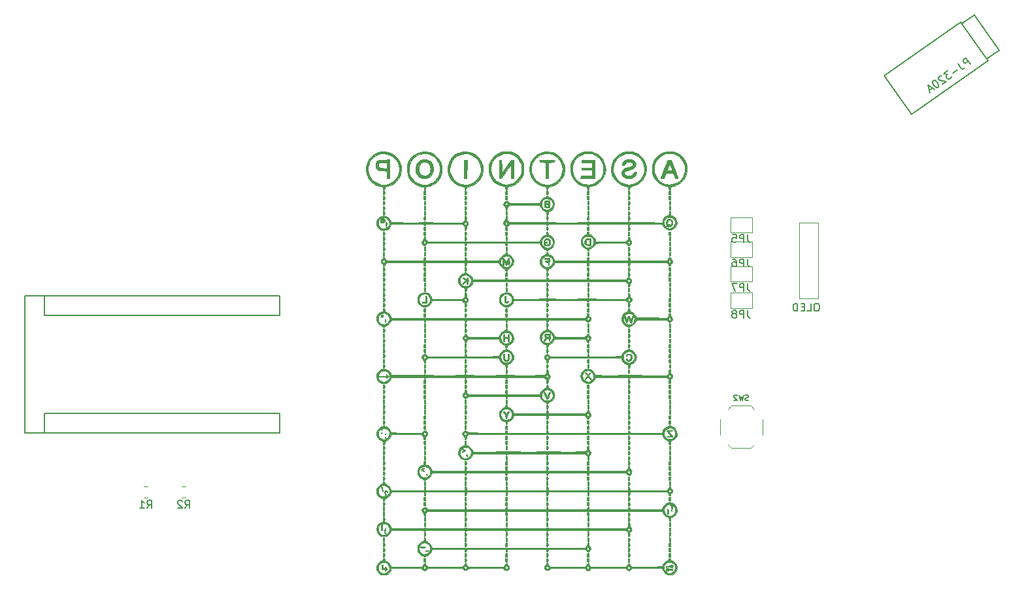
<source format=gbr>
%TF.GenerationSoftware,KiCad,Pcbnew,5.1.6*%
%TF.CreationDate,2020-10-16T15:45:10+02:00*%
%TF.ProjectId,prominny_kicad,70726f6d-696e-46e7-995f-6b696361642e,rev?*%
%TF.SameCoordinates,Original*%
%TF.FileFunction,Legend,Bot*%
%TF.FilePolarity,Positive*%
%FSLAX46Y46*%
G04 Gerber Fmt 4.6, Leading zero omitted, Abs format (unit mm)*
G04 Created by KiCad (PCBNEW 5.1.6) date 2020-10-16 15:45:10*
%MOMM*%
%LPD*%
G01*
G04 APERTURE LIST*
%ADD10C,0.010000*%
%ADD11C,0.120000*%
%ADD12C,0.150000*%
G04 APERTURE END LIST*
D10*
%TO.C,G\u002A\u002A\u002A*%
G36*
X214455750Y-134769911D02*
G01*
X214425483Y-134813594D01*
X214426989Y-134893517D01*
X214424725Y-134982600D01*
X214384640Y-135035546D01*
X214285120Y-135079608D01*
X214277161Y-135082432D01*
X214132055Y-135146342D01*
X213995558Y-135225409D01*
X213986378Y-135231815D01*
X213884618Y-135325351D01*
X213779340Y-135454730D01*
X213687761Y-135594471D01*
X213627100Y-135719089D01*
X213612233Y-135785555D01*
X213608677Y-135803317D01*
X213593270Y-135818096D01*
X213558908Y-135830163D01*
X213498484Y-135839794D01*
X213404893Y-135847260D01*
X213271029Y-135852836D01*
X213089786Y-135856795D01*
X212854057Y-135859410D01*
X212556739Y-135860955D01*
X212190724Y-135861703D01*
X211748907Y-135861927D01*
X211627043Y-135861933D01*
X209641854Y-135861933D01*
X209510377Y-135739115D01*
X209427536Y-135641745D01*
X209381954Y-135549326D01*
X209378900Y-135527449D01*
X209356052Y-135458357D01*
X209274702Y-135438603D01*
X209273066Y-135438600D01*
X209186384Y-135461892D01*
X209167233Y-135509677D01*
X209137777Y-135578401D01*
X209062971Y-135672483D01*
X209013746Y-135721344D01*
X208860258Y-135861933D01*
X204334720Y-135861933D01*
X204210977Y-135738190D01*
X204132177Y-135640753D01*
X204089649Y-135551887D01*
X204087233Y-135533578D01*
X204076242Y-135454334D01*
X204063615Y-135429093D01*
X204000708Y-135415563D01*
X203924446Y-135445896D01*
X203877656Y-135500616D01*
X203875566Y-135514615D01*
X203846208Y-135580293D01*
X203771622Y-135672408D01*
X203722079Y-135721344D01*
X203568591Y-135861933D01*
X199087703Y-135861933D01*
X198946530Y-135724350D01*
X198857326Y-135623044D01*
X198798954Y-135529981D01*
X198789446Y-135502100D01*
X198748933Y-135433662D01*
X198680274Y-135401698D01*
X198614833Y-135411051D01*
X198583973Y-135466562D01*
X198583900Y-135470364D01*
X198556957Y-135549774D01*
X198489338Y-135653689D01*
X198457571Y-135691848D01*
X198347801Y-135833623D01*
X198301880Y-135951664D01*
X198312968Y-136068829D01*
X198330338Y-136116990D01*
X198430802Y-136267711D01*
X198568470Y-136350627D01*
X198725857Y-136362572D01*
X198885483Y-136300377D01*
X198968689Y-136232631D01*
X199105992Y-136095329D01*
X203572176Y-136064157D01*
X203637639Y-136190749D01*
X203717551Y-136303127D01*
X203824502Y-136357541D01*
X203960233Y-136369933D01*
X204113781Y-136352814D01*
X204215395Y-136291458D01*
X204280386Y-136195470D01*
X204343407Y-136073600D01*
X206607154Y-136073600D01*
X207036068Y-136074263D01*
X207438417Y-136076168D01*
X207806450Y-136079190D01*
X208132418Y-136083204D01*
X208408569Y-136088085D01*
X208627154Y-136093707D01*
X208780422Y-136099945D01*
X208860622Y-136106675D01*
X208870900Y-136110160D01*
X208898289Y-136161476D01*
X208965846Y-136241258D01*
X208982506Y-136258327D01*
X209127638Y-136351375D01*
X209289999Y-136373642D01*
X209445371Y-136325145D01*
X209529088Y-136257918D01*
X209597990Y-136174403D01*
X209632105Y-136115077D01*
X209632900Y-136109752D01*
X209673848Y-136102423D01*
X209791154Y-136095593D01*
X209976508Y-136089413D01*
X210221604Y-136084036D01*
X210518131Y-136079614D01*
X210857781Y-136076300D01*
X211232247Y-136074246D01*
X211602728Y-136073600D01*
X212063264Y-136073767D01*
X212446334Y-136074445D01*
X212759137Y-136075904D01*
X213008875Y-136078409D01*
X213202747Y-136082229D01*
X213347953Y-136087632D01*
X213451694Y-136094885D01*
X213521169Y-136104255D01*
X213563580Y-136116011D01*
X213586124Y-136130419D01*
X213595984Y-136147683D01*
X213725796Y-136451624D01*
X213900693Y-136688820D01*
X214117553Y-136855122D01*
X214135108Y-136864458D01*
X214341670Y-136932052D01*
X214579549Y-136949984D01*
X214811057Y-136917654D01*
X214924566Y-136877046D01*
X215142415Y-136750910D01*
X215299407Y-136597449D01*
X215395144Y-136444152D01*
X215488866Y-136175591D01*
X215499781Y-135959351D01*
X215282768Y-135959351D01*
X215256132Y-136189249D01*
X215153537Y-136404871D01*
X215060501Y-136516221D01*
X214869444Y-136665688D01*
X214669375Y-136734364D01*
X214446614Y-136725996D01*
X214364964Y-136706737D01*
X214139415Y-136604158D01*
X213967853Y-136443030D01*
X213859603Y-136235438D01*
X213832305Y-136059503D01*
X209412606Y-136059503D01*
X209361623Y-136144900D01*
X209347150Y-136154876D01*
X209262886Y-136193292D01*
X209198319Y-136179617D01*
X209121797Y-136112830D01*
X209067184Y-136046405D01*
X204122015Y-136046405D01*
X204085299Y-136139430D01*
X204002299Y-136195788D01*
X203903216Y-136174094D01*
X203858471Y-136145311D01*
X203801222Y-136064522D01*
X203801192Y-135988933D01*
X198880233Y-135988933D01*
X198852900Y-136047204D01*
X198794596Y-136116903D01*
X198715201Y-136174278D01*
X198640597Y-136165516D01*
X198627621Y-136159009D01*
X198549639Y-136105063D01*
X198520025Y-136072993D01*
X198510172Y-135987483D01*
X198552293Y-135889650D01*
X198628130Y-135818585D01*
X198704984Y-135801028D01*
X198781897Y-135848626D01*
X198794596Y-135860963D01*
X198857180Y-135937058D01*
X198880233Y-135988933D01*
X203801192Y-135988933D01*
X203801184Y-135969720D01*
X203844812Y-135884016D01*
X203918558Y-135830522D01*
X204008875Y-135832348D01*
X204034316Y-135845306D01*
X204104754Y-135932151D01*
X204122015Y-136046405D01*
X209067184Y-136046405D01*
X209063786Y-136042273D01*
X209065778Y-135983083D01*
X209095105Y-135932913D01*
X209188917Y-135844015D01*
X209293200Y-135829480D01*
X209359767Y-135863621D01*
X209412566Y-135952373D01*
X209412606Y-136059503D01*
X213832305Y-136059503D01*
X213823900Y-136005338D01*
X213860184Y-135774703D01*
X213959545Y-135580910D01*
X214107747Y-135429358D01*
X214290554Y-135325445D01*
X214493728Y-135274568D01*
X214703033Y-135282127D01*
X214904233Y-135353519D01*
X215083091Y-135494143D01*
X215105346Y-135519435D01*
X215232742Y-135730854D01*
X215282768Y-135959351D01*
X215499781Y-135959351D01*
X215502690Y-135901738D01*
X215437397Y-135636818D01*
X215341078Y-135458486D01*
X215219383Y-135323541D01*
X215056915Y-135197647D01*
X214886737Y-135103922D01*
X214786983Y-135071064D01*
X214706097Y-135041015D01*
X214674568Y-134977251D01*
X214670566Y-134904142D01*
X214662800Y-134806938D01*
X214624054Y-134768004D01*
X214543405Y-134761267D01*
X214455750Y-134769911D01*
G37*
X214455750Y-134769911D02*
X214425483Y-134813594D01*
X214426989Y-134893517D01*
X214424725Y-134982600D01*
X214384640Y-135035546D01*
X214285120Y-135079608D01*
X214277161Y-135082432D01*
X214132055Y-135146342D01*
X213995558Y-135225409D01*
X213986378Y-135231815D01*
X213884618Y-135325351D01*
X213779340Y-135454730D01*
X213687761Y-135594471D01*
X213627100Y-135719089D01*
X213612233Y-135785555D01*
X213608677Y-135803317D01*
X213593270Y-135818096D01*
X213558908Y-135830163D01*
X213498484Y-135839794D01*
X213404893Y-135847260D01*
X213271029Y-135852836D01*
X213089786Y-135856795D01*
X212854057Y-135859410D01*
X212556739Y-135860955D01*
X212190724Y-135861703D01*
X211748907Y-135861927D01*
X211627043Y-135861933D01*
X209641854Y-135861933D01*
X209510377Y-135739115D01*
X209427536Y-135641745D01*
X209381954Y-135549326D01*
X209378900Y-135527449D01*
X209356052Y-135458357D01*
X209274702Y-135438603D01*
X209273066Y-135438600D01*
X209186384Y-135461892D01*
X209167233Y-135509677D01*
X209137777Y-135578401D01*
X209062971Y-135672483D01*
X209013746Y-135721344D01*
X208860258Y-135861933D01*
X204334720Y-135861933D01*
X204210977Y-135738190D01*
X204132177Y-135640753D01*
X204089649Y-135551887D01*
X204087233Y-135533578D01*
X204076242Y-135454334D01*
X204063615Y-135429093D01*
X204000708Y-135415563D01*
X203924446Y-135445896D01*
X203877656Y-135500616D01*
X203875566Y-135514615D01*
X203846208Y-135580293D01*
X203771622Y-135672408D01*
X203722079Y-135721344D01*
X203568591Y-135861933D01*
X199087703Y-135861933D01*
X198946530Y-135724350D01*
X198857326Y-135623044D01*
X198798954Y-135529981D01*
X198789446Y-135502100D01*
X198748933Y-135433662D01*
X198680274Y-135401698D01*
X198614833Y-135411051D01*
X198583973Y-135466562D01*
X198583900Y-135470364D01*
X198556957Y-135549774D01*
X198489338Y-135653689D01*
X198457571Y-135691848D01*
X198347801Y-135833623D01*
X198301880Y-135951664D01*
X198312968Y-136068829D01*
X198330338Y-136116990D01*
X198430802Y-136267711D01*
X198568470Y-136350627D01*
X198725857Y-136362572D01*
X198885483Y-136300377D01*
X198968689Y-136232631D01*
X199105992Y-136095329D01*
X203572176Y-136064157D01*
X203637639Y-136190749D01*
X203717551Y-136303127D01*
X203824502Y-136357541D01*
X203960233Y-136369933D01*
X204113781Y-136352814D01*
X204215395Y-136291458D01*
X204280386Y-136195470D01*
X204343407Y-136073600D01*
X206607154Y-136073600D01*
X207036068Y-136074263D01*
X207438417Y-136076168D01*
X207806450Y-136079190D01*
X208132418Y-136083204D01*
X208408569Y-136088085D01*
X208627154Y-136093707D01*
X208780422Y-136099945D01*
X208860622Y-136106675D01*
X208870900Y-136110160D01*
X208898289Y-136161476D01*
X208965846Y-136241258D01*
X208982506Y-136258327D01*
X209127638Y-136351375D01*
X209289999Y-136373642D01*
X209445371Y-136325145D01*
X209529088Y-136257918D01*
X209597990Y-136174403D01*
X209632105Y-136115077D01*
X209632900Y-136109752D01*
X209673848Y-136102423D01*
X209791154Y-136095593D01*
X209976508Y-136089413D01*
X210221604Y-136084036D01*
X210518131Y-136079614D01*
X210857781Y-136076300D01*
X211232247Y-136074246D01*
X211602728Y-136073600D01*
X212063264Y-136073767D01*
X212446334Y-136074445D01*
X212759137Y-136075904D01*
X213008875Y-136078409D01*
X213202747Y-136082229D01*
X213347953Y-136087632D01*
X213451694Y-136094885D01*
X213521169Y-136104255D01*
X213563580Y-136116011D01*
X213586124Y-136130419D01*
X213595984Y-136147683D01*
X213725796Y-136451624D01*
X213900693Y-136688820D01*
X214117553Y-136855122D01*
X214135108Y-136864458D01*
X214341670Y-136932052D01*
X214579549Y-136949984D01*
X214811057Y-136917654D01*
X214924566Y-136877046D01*
X215142415Y-136750910D01*
X215299407Y-136597449D01*
X215395144Y-136444152D01*
X215488866Y-136175591D01*
X215499781Y-135959351D01*
X215282768Y-135959351D01*
X215256132Y-136189249D01*
X215153537Y-136404871D01*
X215060501Y-136516221D01*
X214869444Y-136665688D01*
X214669375Y-136734364D01*
X214446614Y-136725996D01*
X214364964Y-136706737D01*
X214139415Y-136604158D01*
X213967853Y-136443030D01*
X213859603Y-136235438D01*
X213832305Y-136059503D01*
X209412606Y-136059503D01*
X209361623Y-136144900D01*
X209347150Y-136154876D01*
X209262886Y-136193292D01*
X209198319Y-136179617D01*
X209121797Y-136112830D01*
X209067184Y-136046405D01*
X204122015Y-136046405D01*
X204085299Y-136139430D01*
X204002299Y-136195788D01*
X203903216Y-136174094D01*
X203858471Y-136145311D01*
X203801222Y-136064522D01*
X203801192Y-135988933D01*
X198880233Y-135988933D01*
X198852900Y-136047204D01*
X198794596Y-136116903D01*
X198715201Y-136174278D01*
X198640597Y-136165516D01*
X198627621Y-136159009D01*
X198549639Y-136105063D01*
X198520025Y-136072993D01*
X198510172Y-135987483D01*
X198552293Y-135889650D01*
X198628130Y-135818585D01*
X198704984Y-135801028D01*
X198781897Y-135848626D01*
X198794596Y-135860963D01*
X198857180Y-135937058D01*
X198880233Y-135988933D01*
X203801192Y-135988933D01*
X203801184Y-135969720D01*
X203844812Y-135884016D01*
X203918558Y-135830522D01*
X204008875Y-135832348D01*
X204034316Y-135845306D01*
X204104754Y-135932151D01*
X204122015Y-136046405D01*
X209067184Y-136046405D01*
X209063786Y-136042273D01*
X209065778Y-135983083D01*
X209095105Y-135932913D01*
X209188917Y-135844015D01*
X209293200Y-135829480D01*
X209359767Y-135863621D01*
X209412566Y-135952373D01*
X209412606Y-136059503D01*
X213832305Y-136059503D01*
X213823900Y-136005338D01*
X213860184Y-135774703D01*
X213959545Y-135580910D01*
X214107747Y-135429358D01*
X214290554Y-135325445D01*
X214493728Y-135274568D01*
X214703033Y-135282127D01*
X214904233Y-135353519D01*
X215083091Y-135494143D01*
X215105346Y-135519435D01*
X215232742Y-135730854D01*
X215282768Y-135959351D01*
X215499781Y-135959351D01*
X215502690Y-135901738D01*
X215437397Y-135636818D01*
X215341078Y-135458486D01*
X215219383Y-135323541D01*
X215056915Y-135197647D01*
X214886737Y-135103922D01*
X214786983Y-135071064D01*
X214706097Y-135041015D01*
X214674568Y-134977251D01*
X214670566Y-134904142D01*
X214662800Y-134806938D01*
X214624054Y-134768004D01*
X214543405Y-134761267D01*
X214455750Y-134769911D01*
G36*
X177451209Y-134772505D02*
G01*
X177422008Y-134822877D01*
X177417233Y-134907801D01*
X177409745Y-135002657D01*
X177371784Y-135055076D01*
X177280105Y-135090989D01*
X177244063Y-135100966D01*
X177111083Y-135158478D01*
X176963200Y-135254121D01*
X176886455Y-135317605D01*
X176708509Y-135533519D01*
X176602722Y-135776416D01*
X176567996Y-136031885D01*
X176603236Y-136285512D01*
X176707347Y-136522886D01*
X176879232Y-136729593D01*
X177001026Y-136824174D01*
X177187588Y-136908911D01*
X177411906Y-136953714D01*
X177642614Y-136956622D01*
X177848350Y-136915674D01*
X177925233Y-136881975D01*
X178155699Y-136709665D01*
X178336723Y-136481388D01*
X178421240Y-136306433D01*
X178499369Y-136094767D01*
X180437239Y-136083754D01*
X182375110Y-136072742D01*
X182515254Y-136221338D01*
X182663253Y-136339705D01*
X182807345Y-136373803D01*
X182951791Y-136323636D01*
X183071475Y-136221767D01*
X183211214Y-136073600D01*
X185456234Y-136073600D01*
X185949049Y-136073654D01*
X186364052Y-136073991D01*
X186708097Y-136074875D01*
X186988040Y-136076570D01*
X187210734Y-136079340D01*
X187383034Y-136083449D01*
X187511796Y-136089161D01*
X187603873Y-136096740D01*
X187666120Y-136106449D01*
X187705393Y-136118553D01*
X187728544Y-136133315D01*
X187742430Y-136151000D01*
X187748485Y-136161850D01*
X187818722Y-136237510D01*
X187927376Y-136304840D01*
X187940474Y-136310585D01*
X188053830Y-136347363D01*
X188148745Y-136340289D01*
X188229077Y-136310968D01*
X188337711Y-136249796D01*
X188411993Y-136180215D01*
X188416595Y-136172816D01*
X188429517Y-136155708D01*
X188452075Y-136141296D01*
X188491070Y-136129350D01*
X188553305Y-136119638D01*
X188645581Y-136111932D01*
X188774700Y-136106000D01*
X188947463Y-136101611D01*
X189170672Y-136098537D01*
X189451128Y-136096545D01*
X189795633Y-136095407D01*
X190210989Y-136094891D01*
X190703996Y-136094767D01*
X192981225Y-136094767D01*
X193118819Y-136232350D01*
X193272711Y-136337652D01*
X193433660Y-136366405D01*
X193584513Y-136321785D01*
X193708114Y-136206968D01*
X193758755Y-136113869D01*
X193770142Y-136035923D01*
X193580609Y-136035923D01*
X193524469Y-136117354D01*
X193414069Y-136157328D01*
X193391089Y-136158267D01*
X193296314Y-136125108D01*
X193251541Y-136076667D01*
X193227070Y-135964100D01*
X193228415Y-135960789D01*
X188254566Y-135960789D01*
X188223849Y-136078948D01*
X188147806Y-136144891D01*
X188050603Y-136150256D01*
X187956406Y-136086677D01*
X187942661Y-136068740D01*
X187900758Y-135957173D01*
X187905101Y-135947152D01*
X182949814Y-135947152D01*
X182949255Y-136049270D01*
X182892596Y-136128345D01*
X182793566Y-136158267D01*
X182704678Y-136130023D01*
X182675033Y-136107467D01*
X182626966Y-136009728D01*
X182628953Y-136002371D01*
X178248894Y-136002371D01*
X178221436Y-136216792D01*
X178123476Y-136427014D01*
X178039629Y-136533503D01*
X177860025Y-136669618D01*
X177644714Y-136739805D01*
X177414127Y-136741520D01*
X177188693Y-136672216D01*
X177139269Y-136645698D01*
X176960800Y-136498710D01*
X176845623Y-136315182D01*
X176791492Y-136110550D01*
X176796158Y-135900248D01*
X176857376Y-135699710D01*
X176972898Y-135524369D01*
X177140476Y-135389660D01*
X177332836Y-135316166D01*
X177578486Y-135297589D01*
X177796464Y-135348584D01*
X177979633Y-135456855D01*
X178120853Y-135610107D01*
X178212987Y-135796044D01*
X178248894Y-136002371D01*
X182628953Y-136002371D01*
X182654814Y-135906619D01*
X182717096Y-135844024D01*
X182792496Y-135802204D01*
X182849140Y-135817240D01*
X182886430Y-135848184D01*
X182949814Y-135947152D01*
X187905101Y-135947152D01*
X187941415Y-135863382D01*
X188005547Y-135816934D01*
X188111663Y-135799588D01*
X188204292Y-135845648D01*
X188252837Y-135937437D01*
X188254566Y-135960789D01*
X193228415Y-135960789D01*
X193264805Y-135871240D01*
X193344912Y-135816765D01*
X193447557Y-135819353D01*
X193497355Y-135845180D01*
X193574300Y-135937158D01*
X193580609Y-136035923D01*
X193770142Y-136035923D01*
X193781738Y-135956549D01*
X193731141Y-135803476D01*
X193615543Y-135679348D01*
X193605452Y-135672521D01*
X193530828Y-135598832D01*
X193503900Y-135529346D01*
X193492329Y-135451931D01*
X193480282Y-135429093D01*
X193418950Y-135416446D01*
X193341911Y-135443398D01*
X193294284Y-135491971D01*
X193292233Y-135504023D01*
X193265025Y-135565413D01*
X193195884Y-135658716D01*
X193149651Y-135710752D01*
X193007069Y-135861933D01*
X188485087Y-135861933D01*
X188359243Y-135724350D01*
X188275289Y-135619402D01*
X188218705Y-135524666D01*
X188210377Y-135502322D01*
X188161063Y-135426796D01*
X188089311Y-135404994D01*
X188027239Y-135442688D01*
X188015031Y-135467221D01*
X187970476Y-135541693D01*
X187887922Y-135644934D01*
X187835242Y-135702471D01*
X187683066Y-135860508D01*
X185428220Y-135861221D01*
X183173373Y-135861933D01*
X183048211Y-135724350D01*
X182970587Y-135624887D01*
X182925937Y-135540367D01*
X182921807Y-135519739D01*
X182907525Y-135446500D01*
X182896949Y-135429093D01*
X182837117Y-135416877D01*
X182760174Y-135441470D01*
X182711391Y-135486177D01*
X182708900Y-135498446D01*
X182680639Y-135554271D01*
X182608224Y-135643100D01*
X182548365Y-135705175D01*
X182387830Y-135861933D01*
X178485502Y-135861933D01*
X178372010Y-135629964D01*
X178213599Y-135385938D01*
X178012052Y-135205952D01*
X177795851Y-135104221D01*
X177688664Y-135064891D01*
X177640884Y-135015194D01*
X177629031Y-134927497D01*
X177628900Y-134907734D01*
X177620774Y-134808271D01*
X177584360Y-134767864D01*
X177523066Y-134761267D01*
X177451209Y-134772505D01*
G37*
X177451209Y-134772505D02*
X177422008Y-134822877D01*
X177417233Y-134907801D01*
X177409745Y-135002657D01*
X177371784Y-135055076D01*
X177280105Y-135090989D01*
X177244063Y-135100966D01*
X177111083Y-135158478D01*
X176963200Y-135254121D01*
X176886455Y-135317605D01*
X176708509Y-135533519D01*
X176602722Y-135776416D01*
X176567996Y-136031885D01*
X176603236Y-136285512D01*
X176707347Y-136522886D01*
X176879232Y-136729593D01*
X177001026Y-136824174D01*
X177187588Y-136908911D01*
X177411906Y-136953714D01*
X177642614Y-136956622D01*
X177848350Y-136915674D01*
X177925233Y-136881975D01*
X178155699Y-136709665D01*
X178336723Y-136481388D01*
X178421240Y-136306433D01*
X178499369Y-136094767D01*
X180437239Y-136083754D01*
X182375110Y-136072742D01*
X182515254Y-136221338D01*
X182663253Y-136339705D01*
X182807345Y-136373803D01*
X182951791Y-136323636D01*
X183071475Y-136221767D01*
X183211214Y-136073600D01*
X185456234Y-136073600D01*
X185949049Y-136073654D01*
X186364052Y-136073991D01*
X186708097Y-136074875D01*
X186988040Y-136076570D01*
X187210734Y-136079340D01*
X187383034Y-136083449D01*
X187511796Y-136089161D01*
X187603873Y-136096740D01*
X187666120Y-136106449D01*
X187705393Y-136118553D01*
X187728544Y-136133315D01*
X187742430Y-136151000D01*
X187748485Y-136161850D01*
X187818722Y-136237510D01*
X187927376Y-136304840D01*
X187940474Y-136310585D01*
X188053830Y-136347363D01*
X188148745Y-136340289D01*
X188229077Y-136310968D01*
X188337711Y-136249796D01*
X188411993Y-136180215D01*
X188416595Y-136172816D01*
X188429517Y-136155708D01*
X188452075Y-136141296D01*
X188491070Y-136129350D01*
X188553305Y-136119638D01*
X188645581Y-136111932D01*
X188774700Y-136106000D01*
X188947463Y-136101611D01*
X189170672Y-136098537D01*
X189451128Y-136096545D01*
X189795633Y-136095407D01*
X190210989Y-136094891D01*
X190703996Y-136094767D01*
X192981225Y-136094767D01*
X193118819Y-136232350D01*
X193272711Y-136337652D01*
X193433660Y-136366405D01*
X193584513Y-136321785D01*
X193708114Y-136206968D01*
X193758755Y-136113869D01*
X193770142Y-136035923D01*
X193580609Y-136035923D01*
X193524469Y-136117354D01*
X193414069Y-136157328D01*
X193391089Y-136158267D01*
X193296314Y-136125108D01*
X193251541Y-136076667D01*
X193227070Y-135964100D01*
X193228415Y-135960789D01*
X188254566Y-135960789D01*
X188223849Y-136078948D01*
X188147806Y-136144891D01*
X188050603Y-136150256D01*
X187956406Y-136086677D01*
X187942661Y-136068740D01*
X187900758Y-135957173D01*
X187905101Y-135947152D01*
X182949814Y-135947152D01*
X182949255Y-136049270D01*
X182892596Y-136128345D01*
X182793566Y-136158267D01*
X182704678Y-136130023D01*
X182675033Y-136107467D01*
X182626966Y-136009728D01*
X182628953Y-136002371D01*
X178248894Y-136002371D01*
X178221436Y-136216792D01*
X178123476Y-136427014D01*
X178039629Y-136533503D01*
X177860025Y-136669618D01*
X177644714Y-136739805D01*
X177414127Y-136741520D01*
X177188693Y-136672216D01*
X177139269Y-136645698D01*
X176960800Y-136498710D01*
X176845623Y-136315182D01*
X176791492Y-136110550D01*
X176796158Y-135900248D01*
X176857376Y-135699710D01*
X176972898Y-135524369D01*
X177140476Y-135389660D01*
X177332836Y-135316166D01*
X177578486Y-135297589D01*
X177796464Y-135348584D01*
X177979633Y-135456855D01*
X178120853Y-135610107D01*
X178212987Y-135796044D01*
X178248894Y-136002371D01*
X182628953Y-136002371D01*
X182654814Y-135906619D01*
X182717096Y-135844024D01*
X182792496Y-135802204D01*
X182849140Y-135817240D01*
X182886430Y-135848184D01*
X182949814Y-135947152D01*
X187905101Y-135947152D01*
X187941415Y-135863382D01*
X188005547Y-135816934D01*
X188111663Y-135799588D01*
X188204292Y-135845648D01*
X188252837Y-135937437D01*
X188254566Y-135960789D01*
X193228415Y-135960789D01*
X193264805Y-135871240D01*
X193344912Y-135816765D01*
X193447557Y-135819353D01*
X193497355Y-135845180D01*
X193574300Y-135937158D01*
X193580609Y-136035923D01*
X193770142Y-136035923D01*
X193781738Y-135956549D01*
X193731141Y-135803476D01*
X193615543Y-135679348D01*
X193605452Y-135672521D01*
X193530828Y-135598832D01*
X193503900Y-135529346D01*
X193492329Y-135451931D01*
X193480282Y-135429093D01*
X193418950Y-135416446D01*
X193341911Y-135443398D01*
X193294284Y-135491971D01*
X193292233Y-135504023D01*
X193265025Y-135565413D01*
X193195884Y-135658716D01*
X193149651Y-135710752D01*
X193007069Y-135861933D01*
X188485087Y-135861933D01*
X188359243Y-135724350D01*
X188275289Y-135619402D01*
X188218705Y-135524666D01*
X188210377Y-135502322D01*
X188161063Y-135426796D01*
X188089311Y-135404994D01*
X188027239Y-135442688D01*
X188015031Y-135467221D01*
X187970476Y-135541693D01*
X187887922Y-135644934D01*
X187835242Y-135702471D01*
X187683066Y-135860508D01*
X185428220Y-135861221D01*
X183173373Y-135861933D01*
X183048211Y-135724350D01*
X182970587Y-135624887D01*
X182925937Y-135540367D01*
X182921807Y-135519739D01*
X182907525Y-135446500D01*
X182896949Y-135429093D01*
X182837117Y-135416877D01*
X182760174Y-135441470D01*
X182711391Y-135486177D01*
X182708900Y-135498446D01*
X182680639Y-135554271D01*
X182608224Y-135643100D01*
X182548365Y-135705175D01*
X182387830Y-135861933D01*
X178485502Y-135861933D01*
X178372010Y-135629964D01*
X178213599Y-135385938D01*
X178012052Y-135205952D01*
X177795851Y-135104221D01*
X177688664Y-135064891D01*
X177640884Y-135015194D01*
X177629031Y-134927497D01*
X177628900Y-134907734D01*
X177620774Y-134808271D01*
X177584360Y-134767864D01*
X177523066Y-134761267D01*
X177451209Y-134772505D01*
G36*
X209182953Y-134792202D02*
G01*
X209170372Y-134862012D01*
X209167282Y-134994576D01*
X209167233Y-135033489D01*
X209168984Y-135182350D01*
X209179161Y-135265593D01*
X209205147Y-135302257D01*
X209254327Y-135311385D01*
X209275087Y-135311600D01*
X209333662Y-135307354D01*
X209364701Y-135281624D01*
X209375221Y-135214921D01*
X209372238Y-135087756D01*
X209370337Y-135047017D01*
X209360276Y-134900864D01*
X209342485Y-134819094D01*
X209309097Y-134781421D01*
X209262483Y-134768906D01*
X209211498Y-134767162D01*
X209182953Y-134792202D01*
G37*
X209182953Y-134792202D02*
X209170372Y-134862012D01*
X209167282Y-134994576D01*
X209167233Y-135033489D01*
X209168984Y-135182350D01*
X209179161Y-135265593D01*
X209205147Y-135302257D01*
X209254327Y-135311385D01*
X209275087Y-135311600D01*
X209333662Y-135307354D01*
X209364701Y-135281624D01*
X209375221Y-135214921D01*
X209372238Y-135087756D01*
X209370337Y-135047017D01*
X209360276Y-134900864D01*
X209342485Y-134819094D01*
X209309097Y-134781421D01*
X209262483Y-134768906D01*
X209211498Y-134767162D01*
X209182953Y-134792202D01*
G36*
X203848646Y-134957675D02*
G01*
X203864886Y-135087898D01*
X203874470Y-135187433D01*
X203875566Y-135211675D01*
X203912191Y-135256201D01*
X203981400Y-135269267D01*
X204040054Y-135263888D01*
X204071721Y-135234500D01*
X204084686Y-135161221D01*
X204087231Y-135024169D01*
X204087233Y-135015267D01*
X204087233Y-134761267D01*
X203821725Y-134761267D01*
X203848646Y-134957675D01*
G37*
X203848646Y-134957675D02*
X203864886Y-135087898D01*
X203874470Y-135187433D01*
X203875566Y-135211675D01*
X203912191Y-135256201D01*
X203981400Y-135269267D01*
X204040054Y-135263888D01*
X204071721Y-135234500D01*
X204084686Y-135161221D01*
X204087231Y-135024169D01*
X204087233Y-135015267D01*
X204087233Y-134761267D01*
X203821725Y-134761267D01*
X203848646Y-134957675D01*
G36*
X198631079Y-134766645D02*
G01*
X198599412Y-134796033D01*
X198586447Y-134869312D01*
X198583902Y-135006364D01*
X198583900Y-135015267D01*
X198586141Y-135156037D01*
X198598386Y-135232038D01*
X198628919Y-135263153D01*
X198686024Y-135269261D01*
X198689733Y-135269267D01*
X198748387Y-135263888D01*
X198780055Y-135234500D01*
X198793019Y-135161221D01*
X198795564Y-135024169D01*
X198795566Y-135015267D01*
X198793326Y-134874496D01*
X198781081Y-134798495D01*
X198750547Y-134767380D01*
X198693443Y-134761272D01*
X198689733Y-134761267D01*
X198631079Y-134766645D01*
G37*
X198631079Y-134766645D02*
X198599412Y-134796033D01*
X198586447Y-134869312D01*
X198583902Y-135006364D01*
X198583900Y-135015267D01*
X198586141Y-135156037D01*
X198598386Y-135232038D01*
X198628919Y-135263153D01*
X198686024Y-135269261D01*
X198689733Y-135269267D01*
X198748387Y-135263888D01*
X198780055Y-135234500D01*
X198793019Y-135161221D01*
X198795564Y-135024169D01*
X198795566Y-135015267D01*
X198793326Y-134874496D01*
X198781081Y-134798495D01*
X198750547Y-134767380D01*
X198693443Y-134761272D01*
X198689733Y-134761267D01*
X198631079Y-134766645D01*
G36*
X193265312Y-134957675D02*
G01*
X193281553Y-135087898D01*
X193291137Y-135187433D01*
X193292233Y-135211675D01*
X193328858Y-135256201D01*
X193398066Y-135269267D01*
X193456721Y-135263888D01*
X193488388Y-135234500D01*
X193501352Y-135161221D01*
X193503897Y-135024169D01*
X193503900Y-135015267D01*
X193503900Y-134761267D01*
X193238392Y-134761267D01*
X193265312Y-134957675D01*
G37*
X193265312Y-134957675D02*
X193281553Y-135087898D01*
X193291137Y-135187433D01*
X193292233Y-135211675D01*
X193328858Y-135256201D01*
X193398066Y-135269267D01*
X193456721Y-135263888D01*
X193488388Y-135234500D01*
X193501352Y-135161221D01*
X193503897Y-135024169D01*
X193503900Y-135015267D01*
X193503900Y-134761267D01*
X193238392Y-134761267D01*
X193265312Y-134957675D01*
G36*
X188047746Y-134766645D02*
G01*
X188016078Y-134796033D01*
X188003114Y-134869312D01*
X188000569Y-135006364D01*
X188000566Y-135015267D01*
X188002807Y-135156037D01*
X188015052Y-135232038D01*
X188045586Y-135263153D01*
X188102690Y-135269261D01*
X188106400Y-135269267D01*
X188165054Y-135263888D01*
X188196721Y-135234500D01*
X188209686Y-135161221D01*
X188212231Y-135024169D01*
X188212233Y-135015267D01*
X188209992Y-134874496D01*
X188197747Y-134798495D01*
X188167214Y-134767380D01*
X188110109Y-134761272D01*
X188106400Y-134761267D01*
X188047746Y-134766645D01*
G37*
X188047746Y-134766645D02*
X188016078Y-134796033D01*
X188003114Y-134869312D01*
X188000569Y-135006364D01*
X188000566Y-135015267D01*
X188002807Y-135156037D01*
X188015052Y-135232038D01*
X188045586Y-135263153D01*
X188102690Y-135269261D01*
X188106400Y-135269267D01*
X188165054Y-135263888D01*
X188196721Y-135234500D01*
X188209686Y-135161221D01*
X188212231Y-135024169D01*
X188212233Y-135015267D01*
X188209992Y-134874496D01*
X188197747Y-134798495D01*
X188167214Y-134767380D01*
X188110109Y-134761272D01*
X188106400Y-134761267D01*
X188047746Y-134766645D01*
G36*
X182681979Y-134957675D02*
G01*
X182698219Y-135087898D01*
X182707803Y-135187433D01*
X182708900Y-135211675D01*
X182745525Y-135256201D01*
X182814733Y-135269267D01*
X182873387Y-135263888D01*
X182905055Y-135234500D01*
X182918019Y-135161221D01*
X182920564Y-135024169D01*
X182920566Y-135015267D01*
X182920566Y-134761267D01*
X182655058Y-134761267D01*
X182681979Y-134957675D01*
G37*
X182681979Y-134957675D02*
X182698219Y-135087898D01*
X182707803Y-135187433D01*
X182708900Y-135211675D01*
X182745525Y-135256201D01*
X182814733Y-135269267D01*
X182873387Y-135263888D01*
X182905055Y-135234500D01*
X182918019Y-135161221D01*
X182920564Y-135024169D01*
X182920566Y-135015267D01*
X182920566Y-134761267D01*
X182655058Y-134761267D01*
X182681979Y-134957675D01*
G36*
X214512223Y-134092696D02*
G01*
X214477526Y-134132440D01*
X214455537Y-134223351D01*
X214442852Y-134319660D01*
X214431643Y-134456217D01*
X214432058Y-134558785D01*
X214439522Y-134594827D01*
X214500479Y-134628406D01*
X214588076Y-134630133D01*
X214642344Y-134606044D01*
X214657583Y-134551447D01*
X214667830Y-134439374D01*
X214670566Y-134330878D01*
X214667973Y-134192388D01*
X214654772Y-134118454D01*
X214622834Y-134089002D01*
X214570562Y-134083933D01*
X214512223Y-134092696D01*
G37*
X214512223Y-134092696D02*
X214477526Y-134132440D01*
X214455537Y-134223351D01*
X214442852Y-134319660D01*
X214431643Y-134456217D01*
X214432058Y-134558785D01*
X214439522Y-134594827D01*
X214500479Y-134628406D01*
X214588076Y-134630133D01*
X214642344Y-134606044D01*
X214657583Y-134551447D01*
X214667830Y-134439374D01*
X214670566Y-134330878D01*
X214667973Y-134192388D01*
X214654772Y-134118454D01*
X214622834Y-134089002D01*
X214570562Y-134083933D01*
X214512223Y-134092696D01*
G36*
X209214412Y-134131645D02*
G01*
X209182745Y-134161033D01*
X209169781Y-134234312D01*
X209167236Y-134371364D01*
X209167233Y-134380267D01*
X209169474Y-134521037D01*
X209181719Y-134597038D01*
X209212252Y-134628153D01*
X209269357Y-134634261D01*
X209273066Y-134634267D01*
X209331721Y-134628888D01*
X209363388Y-134599500D01*
X209376352Y-134526221D01*
X209378897Y-134389169D01*
X209378900Y-134380267D01*
X209376659Y-134239496D01*
X209364414Y-134163495D01*
X209333881Y-134132380D01*
X209276776Y-134126272D01*
X209273066Y-134126267D01*
X209214412Y-134131645D01*
G37*
X209214412Y-134131645D02*
X209182745Y-134161033D01*
X209169781Y-134234312D01*
X209167236Y-134371364D01*
X209167233Y-134380267D01*
X209169474Y-134521037D01*
X209181719Y-134597038D01*
X209212252Y-134628153D01*
X209269357Y-134634261D01*
X209273066Y-134634267D01*
X209331721Y-134628888D01*
X209363388Y-134599500D01*
X209376352Y-134526221D01*
X209378897Y-134389169D01*
X209378900Y-134380267D01*
X209376659Y-134239496D01*
X209364414Y-134163495D01*
X209333881Y-134132380D01*
X209276776Y-134126272D01*
X209273066Y-134126267D01*
X209214412Y-134131645D01*
G36*
X203928889Y-134092696D02*
G01*
X203894193Y-134132440D01*
X203872203Y-134223351D01*
X203859518Y-134319660D01*
X203848310Y-134456217D01*
X203848725Y-134558785D01*
X203856188Y-134594827D01*
X203917145Y-134628406D01*
X204004743Y-134630133D01*
X204059011Y-134606044D01*
X204074250Y-134551447D01*
X204084497Y-134439374D01*
X204087233Y-134330878D01*
X204084639Y-134192388D01*
X204071438Y-134118454D01*
X204039500Y-134089002D01*
X203987228Y-134083933D01*
X203928889Y-134092696D01*
G37*
X203928889Y-134092696D02*
X203894193Y-134132440D01*
X203872203Y-134223351D01*
X203859518Y-134319660D01*
X203848310Y-134456217D01*
X203848725Y-134558785D01*
X203856188Y-134594827D01*
X203917145Y-134628406D01*
X204004743Y-134630133D01*
X204059011Y-134606044D01*
X204074250Y-134551447D01*
X204084497Y-134439374D01*
X204087233Y-134330878D01*
X204084639Y-134192388D01*
X204071438Y-134118454D01*
X204039500Y-134089002D01*
X203987228Y-134083933D01*
X203928889Y-134092696D01*
G36*
X198632842Y-134088758D02*
G01*
X198601154Y-134115985D01*
X198587313Y-134184743D01*
X198583961Y-134314159D01*
X198583900Y-134359100D01*
X198586917Y-134508920D01*
X198599410Y-134592474D01*
X198626535Y-134628053D01*
X198661511Y-134634267D01*
X198742005Y-134620446D01*
X198767344Y-134606044D01*
X198782583Y-134551447D01*
X198792830Y-134439374D01*
X198795566Y-134330878D01*
X198793173Y-134192550D01*
X198780234Y-134118716D01*
X198748114Y-134089228D01*
X198689733Y-134083933D01*
X198632842Y-134088758D01*
G37*
X198632842Y-134088758D02*
X198601154Y-134115985D01*
X198587313Y-134184743D01*
X198583961Y-134314159D01*
X198583900Y-134359100D01*
X198586917Y-134508920D01*
X198599410Y-134592474D01*
X198626535Y-134628053D01*
X198661511Y-134634267D01*
X198742005Y-134620446D01*
X198767344Y-134606044D01*
X198782583Y-134551447D01*
X198792830Y-134439374D01*
X198795566Y-134330878D01*
X198793173Y-134192550D01*
X198780234Y-134118716D01*
X198748114Y-134089228D01*
X198689733Y-134083933D01*
X198632842Y-134088758D01*
G36*
X193345556Y-134092696D02*
G01*
X193310860Y-134132440D01*
X193288870Y-134223351D01*
X193276185Y-134319660D01*
X193264977Y-134456217D01*
X193265392Y-134558785D01*
X193272855Y-134594827D01*
X193333812Y-134628406D01*
X193421410Y-134630133D01*
X193475678Y-134606044D01*
X193490916Y-134551447D01*
X193501164Y-134439374D01*
X193503900Y-134330878D01*
X193501306Y-134192388D01*
X193488105Y-134118454D01*
X193456167Y-134089002D01*
X193403895Y-134083933D01*
X193345556Y-134092696D01*
G37*
X193345556Y-134092696D02*
X193310860Y-134132440D01*
X193288870Y-134223351D01*
X193276185Y-134319660D01*
X193264977Y-134456217D01*
X193265392Y-134558785D01*
X193272855Y-134594827D01*
X193333812Y-134628406D01*
X193421410Y-134630133D01*
X193475678Y-134606044D01*
X193490916Y-134551447D01*
X193501164Y-134439374D01*
X193503900Y-134330878D01*
X193501306Y-134192388D01*
X193488105Y-134118454D01*
X193456167Y-134089002D01*
X193403895Y-134083933D01*
X193345556Y-134092696D01*
G36*
X188049508Y-134088758D02*
G01*
X188017821Y-134115985D01*
X188003979Y-134184743D01*
X188000628Y-134314159D01*
X188000566Y-134359100D01*
X188003584Y-134508920D01*
X188016076Y-134592474D01*
X188043202Y-134628053D01*
X188078178Y-134634267D01*
X188158671Y-134620446D01*
X188184011Y-134606044D01*
X188199250Y-134551447D01*
X188209497Y-134439374D01*
X188212233Y-134330878D01*
X188209839Y-134192550D01*
X188196900Y-134118716D01*
X188164780Y-134089228D01*
X188106400Y-134083933D01*
X188049508Y-134088758D01*
G37*
X188049508Y-134088758D02*
X188017821Y-134115985D01*
X188003979Y-134184743D01*
X188000628Y-134314159D01*
X188000566Y-134359100D01*
X188003584Y-134508920D01*
X188016076Y-134592474D01*
X188043202Y-134628053D01*
X188078178Y-134634267D01*
X188158671Y-134620446D01*
X188184011Y-134606044D01*
X188199250Y-134551447D01*
X188209497Y-134439374D01*
X188212233Y-134330878D01*
X188209839Y-134192550D01*
X188196900Y-134118716D01*
X188164780Y-134089228D01*
X188106400Y-134083933D01*
X188049508Y-134088758D01*
G36*
X182791115Y-132124975D02*
G01*
X182739933Y-132154352D01*
X182715272Y-132222472D01*
X182708900Y-132351572D01*
X182705592Y-132475282D01*
X182683247Y-132541592D01*
X182623235Y-132577769D01*
X182537167Y-132602913D01*
X182360285Y-132683448D01*
X182180602Y-132819798D01*
X182025174Y-132988553D01*
X181943834Y-133116276D01*
X181884781Y-133299889D01*
X181863257Y-133521358D01*
X181880342Y-133742119D01*
X181922133Y-133891346D01*
X182015817Y-134045565D01*
X182157927Y-134201972D01*
X182321575Y-134335638D01*
X182479870Y-134421630D01*
X182502084Y-134429055D01*
X182605298Y-134471626D01*
X182662499Y-134517845D01*
X182666566Y-134530605D01*
X182697693Y-134580607D01*
X182761080Y-134623822D01*
X182807612Y-134630924D01*
X182846775Y-134614689D01*
X182867650Y-134606230D01*
X182916236Y-134550350D01*
X182920566Y-134524905D01*
X182954660Y-134472243D01*
X182985753Y-134464933D01*
X183128540Y-134429817D01*
X183289573Y-134336057D01*
X183449834Y-134201033D01*
X183590304Y-134042126D01*
X183691967Y-133876717D01*
X183724254Y-133789999D01*
X183770497Y-133618267D01*
X188000566Y-133618267D01*
X188000566Y-133787600D01*
X188006343Y-133896698D01*
X188033590Y-133945189D01*
X188097183Y-133956873D01*
X188106400Y-133956933D01*
X188174586Y-133947691D01*
X188204893Y-133904096D01*
X188212195Y-133802346D01*
X188212233Y-133787600D01*
X188212233Y-133618267D01*
X193292233Y-133618267D01*
X193292233Y-133787600D01*
X193298010Y-133896698D01*
X193325257Y-133945189D01*
X193388850Y-133956873D01*
X193398066Y-133956933D01*
X193466253Y-133947691D01*
X193496560Y-133904096D01*
X193503862Y-133802346D01*
X193503900Y-133787600D01*
X193503900Y-133618267D01*
X198583900Y-133618267D01*
X198583900Y-133787600D01*
X198589676Y-133896698D01*
X198616923Y-133945189D01*
X198680517Y-133956873D01*
X198689733Y-133956933D01*
X198757920Y-133947691D01*
X198788226Y-133904096D01*
X198795529Y-133802346D01*
X198795566Y-133787600D01*
X198795566Y-133618267D01*
X203536900Y-133618267D01*
X203706233Y-133787600D01*
X203815681Y-133881629D01*
X203916824Y-133943114D01*
X203966540Y-133956933D01*
X204049138Y-133927828D01*
X204153156Y-133854216D01*
X204199373Y-133810865D01*
X204312441Y-133655385D01*
X204327611Y-133577424D01*
X204120630Y-133577424D01*
X204074731Y-133661054D01*
X203978881Y-133702093D01*
X203960233Y-133702933D01*
X203871345Y-133674690D01*
X203841700Y-133652133D01*
X203793835Y-133553368D01*
X203807938Y-133500239D01*
X183534527Y-133500239D01*
X183507360Y-133707417D01*
X183425435Y-133895700D01*
X183297862Y-134054731D01*
X183133754Y-134174156D01*
X182942221Y-134243620D01*
X182732375Y-134252768D01*
X182513326Y-134191245D01*
X182436997Y-134151584D01*
X182265235Y-134007208D01*
X182143578Y-133816351D01*
X182078759Y-133600342D01*
X182077513Y-133380514D01*
X182135879Y-133197873D01*
X182273678Y-133011859D01*
X182455170Y-132881513D01*
X182663358Y-132808561D01*
X182881246Y-132794732D01*
X183091838Y-132841753D01*
X183278137Y-132951350D01*
X183388141Y-133070613D01*
X183497825Y-133284519D01*
X183534527Y-133500239D01*
X203807938Y-133500239D01*
X203822448Y-133445580D01*
X203867370Y-133392851D01*
X203932136Y-133347587D01*
X203992102Y-133359758D01*
X204036703Y-133388690D01*
X204110110Y-133477777D01*
X204120630Y-133577424D01*
X204327611Y-133577424D01*
X204341477Y-133506174D01*
X204286571Y-133359928D01*
X204214233Y-133273087D01*
X204127249Y-133165604D01*
X204091685Y-133050127D01*
X204087233Y-132958843D01*
X204082667Y-132842564D01*
X204060356Y-132787961D01*
X204007384Y-132772182D01*
X203981400Y-132771600D01*
X203911909Y-132781513D01*
X203881956Y-132827428D01*
X203875566Y-132932342D01*
X203862049Y-133047134D01*
X203810330Y-133145603D01*
X203715032Y-133249842D01*
X203554497Y-133406600D01*
X183770632Y-133406600D01*
X183719802Y-133236946D01*
X183610499Y-133011233D01*
X183434470Y-132814839D01*
X183208912Y-132665864D01*
X183153657Y-132640964D01*
X182920566Y-132544353D01*
X182920566Y-132347532D01*
X182915683Y-132207040D01*
X182894808Y-132134897D01*
X182848602Y-132115048D01*
X182791115Y-132124975D01*
G37*
X182791115Y-132124975D02*
X182739933Y-132154352D01*
X182715272Y-132222472D01*
X182708900Y-132351572D01*
X182705592Y-132475282D01*
X182683247Y-132541592D01*
X182623235Y-132577769D01*
X182537167Y-132602913D01*
X182360285Y-132683448D01*
X182180602Y-132819798D01*
X182025174Y-132988553D01*
X181943834Y-133116276D01*
X181884781Y-133299889D01*
X181863257Y-133521358D01*
X181880342Y-133742119D01*
X181922133Y-133891346D01*
X182015817Y-134045565D01*
X182157927Y-134201972D01*
X182321575Y-134335638D01*
X182479870Y-134421630D01*
X182502084Y-134429055D01*
X182605298Y-134471626D01*
X182662499Y-134517845D01*
X182666566Y-134530605D01*
X182697693Y-134580607D01*
X182761080Y-134623822D01*
X182807612Y-134630924D01*
X182846775Y-134614689D01*
X182867650Y-134606230D01*
X182916236Y-134550350D01*
X182920566Y-134524905D01*
X182954660Y-134472243D01*
X182985753Y-134464933D01*
X183128540Y-134429817D01*
X183289573Y-134336057D01*
X183449834Y-134201033D01*
X183590304Y-134042126D01*
X183691967Y-133876717D01*
X183724254Y-133789999D01*
X183770497Y-133618267D01*
X188000566Y-133618267D01*
X188000566Y-133787600D01*
X188006343Y-133896698D01*
X188033590Y-133945189D01*
X188097183Y-133956873D01*
X188106400Y-133956933D01*
X188174586Y-133947691D01*
X188204893Y-133904096D01*
X188212195Y-133802346D01*
X188212233Y-133787600D01*
X188212233Y-133618267D01*
X193292233Y-133618267D01*
X193292233Y-133787600D01*
X193298010Y-133896698D01*
X193325257Y-133945189D01*
X193388850Y-133956873D01*
X193398066Y-133956933D01*
X193466253Y-133947691D01*
X193496560Y-133904096D01*
X193503862Y-133802346D01*
X193503900Y-133787600D01*
X193503900Y-133618267D01*
X198583900Y-133618267D01*
X198583900Y-133787600D01*
X198589676Y-133896698D01*
X198616923Y-133945189D01*
X198680517Y-133956873D01*
X198689733Y-133956933D01*
X198757920Y-133947691D01*
X198788226Y-133904096D01*
X198795529Y-133802346D01*
X198795566Y-133787600D01*
X198795566Y-133618267D01*
X203536900Y-133618267D01*
X203706233Y-133787600D01*
X203815681Y-133881629D01*
X203916824Y-133943114D01*
X203966540Y-133956933D01*
X204049138Y-133927828D01*
X204153156Y-133854216D01*
X204199373Y-133810865D01*
X204312441Y-133655385D01*
X204327611Y-133577424D01*
X204120630Y-133577424D01*
X204074731Y-133661054D01*
X203978881Y-133702093D01*
X203960233Y-133702933D01*
X203871345Y-133674690D01*
X203841700Y-133652133D01*
X203793835Y-133553368D01*
X203807938Y-133500239D01*
X183534527Y-133500239D01*
X183507360Y-133707417D01*
X183425435Y-133895700D01*
X183297862Y-134054731D01*
X183133754Y-134174156D01*
X182942221Y-134243620D01*
X182732375Y-134252768D01*
X182513326Y-134191245D01*
X182436997Y-134151584D01*
X182265235Y-134007208D01*
X182143578Y-133816351D01*
X182078759Y-133600342D01*
X182077513Y-133380514D01*
X182135879Y-133197873D01*
X182273678Y-133011859D01*
X182455170Y-132881513D01*
X182663358Y-132808561D01*
X182881246Y-132794732D01*
X183091838Y-132841753D01*
X183278137Y-132951350D01*
X183388141Y-133070613D01*
X183497825Y-133284519D01*
X183534527Y-133500239D01*
X203807938Y-133500239D01*
X203822448Y-133445580D01*
X203867370Y-133392851D01*
X203932136Y-133347587D01*
X203992102Y-133359758D01*
X204036703Y-133388690D01*
X204110110Y-133477777D01*
X204120630Y-133577424D01*
X204327611Y-133577424D01*
X204341477Y-133506174D01*
X204286571Y-133359928D01*
X204214233Y-133273087D01*
X204127249Y-133165604D01*
X204091685Y-133050127D01*
X204087233Y-132958843D01*
X204082667Y-132842564D01*
X204060356Y-132787961D01*
X204007384Y-132772182D01*
X203981400Y-132771600D01*
X203911909Y-132781513D01*
X203881956Y-132827428D01*
X203875566Y-132932342D01*
X203862049Y-133047134D01*
X203810330Y-133145603D01*
X203715032Y-133249842D01*
X203554497Y-133406600D01*
X183770632Y-133406600D01*
X183719802Y-133236946D01*
X183610499Y-133011233D01*
X183434470Y-132814839D01*
X183208912Y-132665864D01*
X183153657Y-132640964D01*
X182920566Y-132544353D01*
X182920566Y-132347532D01*
X182915683Y-132207040D01*
X182894808Y-132134897D01*
X182848602Y-132115048D01*
X182791115Y-132124975D01*
G36*
X177466175Y-134088758D02*
G01*
X177434487Y-134115985D01*
X177420646Y-134184743D01*
X177417294Y-134314159D01*
X177417233Y-134359100D01*
X177420251Y-134508920D01*
X177432743Y-134592474D01*
X177459868Y-134628053D01*
X177494844Y-134634267D01*
X177575338Y-134620446D01*
X177600678Y-134606044D01*
X177615916Y-134551447D01*
X177626164Y-134439374D01*
X177628900Y-134330878D01*
X177626506Y-134192550D01*
X177613567Y-134118716D01*
X177581447Y-134089228D01*
X177523066Y-134083933D01*
X177466175Y-134088758D01*
G37*
X177466175Y-134088758D02*
X177434487Y-134115985D01*
X177420646Y-134184743D01*
X177417294Y-134314159D01*
X177417233Y-134359100D01*
X177420251Y-134508920D01*
X177432743Y-134592474D01*
X177459868Y-134628053D01*
X177494844Y-134634267D01*
X177575338Y-134620446D01*
X177600678Y-134606044D01*
X177615916Y-134551447D01*
X177626164Y-134439374D01*
X177628900Y-134330878D01*
X177626506Y-134192550D01*
X177613567Y-134118716D01*
X177581447Y-134089228D01*
X177523066Y-134083933D01*
X177466175Y-134088758D01*
G36*
X209216175Y-133453758D02*
G01*
X209184487Y-133480985D01*
X209170646Y-133549743D01*
X209167294Y-133679159D01*
X209167233Y-133724100D01*
X209170251Y-133873920D01*
X209182743Y-133957474D01*
X209209868Y-133993053D01*
X209244844Y-133999267D01*
X209325338Y-133985446D01*
X209350678Y-133971044D01*
X209365916Y-133916447D01*
X209376164Y-133804374D01*
X209378900Y-133695878D01*
X209376506Y-133557550D01*
X209363567Y-133483716D01*
X209331447Y-133454228D01*
X209273066Y-133448933D01*
X209216175Y-133453758D01*
G37*
X209216175Y-133453758D02*
X209184487Y-133480985D01*
X209170646Y-133549743D01*
X209167294Y-133679159D01*
X209167233Y-133724100D01*
X209170251Y-133873920D01*
X209182743Y-133957474D01*
X209209868Y-133993053D01*
X209244844Y-133999267D01*
X209325338Y-133985446D01*
X209350678Y-133971044D01*
X209365916Y-133916447D01*
X209376164Y-133804374D01*
X209378900Y-133695878D01*
X209376506Y-133557550D01*
X209363567Y-133483716D01*
X209331447Y-133454228D01*
X209273066Y-133448933D01*
X209216175Y-133453758D01*
G36*
X214452611Y-133453999D02*
G01*
X214420557Y-133485594D01*
X214425395Y-133568313D01*
X214431728Y-133607683D01*
X214449603Y-133740341D01*
X214458293Y-133852738D01*
X214458434Y-133861683D01*
X214479389Y-133935082D01*
X214555771Y-133956838D01*
X214564733Y-133956933D01*
X214623387Y-133951555D01*
X214655055Y-133922167D01*
X214668019Y-133848887D01*
X214670564Y-133711836D01*
X214670566Y-133702933D01*
X214670566Y-133448933D01*
X214538028Y-133448933D01*
X214452611Y-133453999D01*
G37*
X214452611Y-133453999D02*
X214420557Y-133485594D01*
X214425395Y-133568313D01*
X214431728Y-133607683D01*
X214449603Y-133740341D01*
X214458293Y-133852738D01*
X214458434Y-133861683D01*
X214479389Y-133935082D01*
X214555771Y-133956838D01*
X214564733Y-133956933D01*
X214623387Y-133951555D01*
X214655055Y-133922167D01*
X214668019Y-133848887D01*
X214670564Y-133711836D01*
X214670566Y-133702933D01*
X214670566Y-133448933D01*
X214538028Y-133448933D01*
X214452611Y-133453999D01*
G36*
X177464412Y-133454311D02*
G01*
X177432745Y-133483700D01*
X177419781Y-133556979D01*
X177417236Y-133694030D01*
X177417233Y-133702933D01*
X177419474Y-133843703D01*
X177431719Y-133919705D01*
X177462252Y-133950819D01*
X177519357Y-133956928D01*
X177523066Y-133956933D01*
X177581721Y-133951555D01*
X177613388Y-133922167D01*
X177626352Y-133848887D01*
X177628897Y-133711836D01*
X177628900Y-133702933D01*
X177626659Y-133562163D01*
X177614414Y-133486161D01*
X177583881Y-133455047D01*
X177526776Y-133448939D01*
X177523066Y-133448933D01*
X177464412Y-133454311D01*
G37*
X177464412Y-133454311D02*
X177432745Y-133483700D01*
X177419781Y-133556979D01*
X177417236Y-133694030D01*
X177417233Y-133702933D01*
X177419474Y-133843703D01*
X177431719Y-133919705D01*
X177462252Y-133950819D01*
X177519357Y-133956928D01*
X177523066Y-133956933D01*
X177581721Y-133951555D01*
X177613388Y-133922167D01*
X177626352Y-133848887D01*
X177628897Y-133711836D01*
X177628900Y-133702933D01*
X177626659Y-133562163D01*
X177614414Y-133486161D01*
X177583881Y-133455047D01*
X177526776Y-133448939D01*
X177523066Y-133448933D01*
X177464412Y-133454311D01*
G36*
X209216175Y-132776425D02*
G01*
X209184487Y-132803652D01*
X209170646Y-132872409D01*
X209167294Y-133001825D01*
X209167233Y-133046767D01*
X209169089Y-133194684D01*
X209179561Y-133277073D01*
X209206006Y-133313060D01*
X209255781Y-133321774D01*
X209273066Y-133321933D01*
X209329958Y-133317108D01*
X209361646Y-133289881D01*
X209375487Y-133221124D01*
X209378839Y-133091708D01*
X209378900Y-133046767D01*
X209377044Y-132898849D01*
X209366572Y-132816460D01*
X209340127Y-132780473D01*
X209290352Y-132771759D01*
X209273066Y-132771600D01*
X209216175Y-132776425D01*
G37*
X209216175Y-132776425D02*
X209184487Y-132803652D01*
X209170646Y-132872409D01*
X209167294Y-133001825D01*
X209167233Y-133046767D01*
X209169089Y-133194684D01*
X209179561Y-133277073D01*
X209206006Y-133313060D01*
X209255781Y-133321774D01*
X209273066Y-133321933D01*
X209329958Y-133317108D01*
X209361646Y-133289881D01*
X209375487Y-133221124D01*
X209378839Y-133091708D01*
X209378900Y-133046767D01*
X209377044Y-132898849D01*
X209366572Y-132816460D01*
X209340127Y-132780473D01*
X209290352Y-132771759D01*
X209273066Y-132771600D01*
X209216175Y-132776425D01*
G36*
X214483088Y-132790137D02*
G01*
X214458579Y-132858784D01*
X214458434Y-132866850D01*
X214451160Y-132973389D01*
X214434027Y-133106590D01*
X214431728Y-133120850D01*
X214418881Y-133224161D01*
X214437879Y-133268809D01*
X214505192Y-133279391D01*
X214538028Y-133279600D01*
X214670566Y-133279600D01*
X214670566Y-133025600D01*
X214668326Y-132884830D01*
X214656081Y-132808828D01*
X214625547Y-132777714D01*
X214568443Y-132771605D01*
X214564733Y-132771600D01*
X214483088Y-132790137D01*
G37*
X214483088Y-132790137D02*
X214458579Y-132858784D01*
X214458434Y-132866850D01*
X214451160Y-132973389D01*
X214434027Y-133106590D01*
X214431728Y-133120850D01*
X214418881Y-133224161D01*
X214437879Y-133268809D01*
X214505192Y-133279391D01*
X214538028Y-133279600D01*
X214670566Y-133279600D01*
X214670566Y-133025600D01*
X214668326Y-132884830D01*
X214656081Y-132808828D01*
X214625547Y-132777714D01*
X214568443Y-132771605D01*
X214564733Y-132771600D01*
X214483088Y-132790137D01*
G36*
X198631079Y-132776978D02*
G01*
X198599412Y-132806366D01*
X198586447Y-132879646D01*
X198583902Y-133016697D01*
X198583900Y-133025600D01*
X198586141Y-133166370D01*
X198598386Y-133242372D01*
X198628919Y-133273486D01*
X198686024Y-133279594D01*
X198689733Y-133279600D01*
X198748387Y-133274222D01*
X198780055Y-133244833D01*
X198793019Y-133171554D01*
X198795564Y-133034503D01*
X198795566Y-133025600D01*
X198793326Y-132884830D01*
X198781081Y-132808828D01*
X198750547Y-132777714D01*
X198693443Y-132771605D01*
X198689733Y-132771600D01*
X198631079Y-132776978D01*
G37*
X198631079Y-132776978D02*
X198599412Y-132806366D01*
X198586447Y-132879646D01*
X198583902Y-133016697D01*
X198583900Y-133025600D01*
X198586141Y-133166370D01*
X198598386Y-133242372D01*
X198628919Y-133273486D01*
X198686024Y-133279594D01*
X198689733Y-133279600D01*
X198748387Y-133274222D01*
X198780055Y-133244833D01*
X198793019Y-133171554D01*
X198795564Y-133034503D01*
X198795566Y-133025600D01*
X198793326Y-132884830D01*
X198781081Y-132808828D01*
X198750547Y-132777714D01*
X198693443Y-132771605D01*
X198689733Y-132771600D01*
X198631079Y-132776978D01*
G36*
X193316422Y-132790137D02*
G01*
X193291913Y-132858784D01*
X193291767Y-132866850D01*
X193284493Y-132973389D01*
X193267360Y-133106590D01*
X193265062Y-133120850D01*
X193252215Y-133224161D01*
X193271213Y-133268809D01*
X193338526Y-133279391D01*
X193371361Y-133279600D01*
X193503900Y-133279600D01*
X193503900Y-133025600D01*
X193501659Y-132884830D01*
X193489414Y-132808828D01*
X193458881Y-132777714D01*
X193401776Y-132771605D01*
X193398066Y-132771600D01*
X193316422Y-132790137D01*
G37*
X193316422Y-132790137D02*
X193291913Y-132858784D01*
X193291767Y-132866850D01*
X193284493Y-132973389D01*
X193267360Y-133106590D01*
X193265062Y-133120850D01*
X193252215Y-133224161D01*
X193271213Y-133268809D01*
X193338526Y-133279391D01*
X193371361Y-133279600D01*
X193503900Y-133279600D01*
X193503900Y-133025600D01*
X193501659Y-132884830D01*
X193489414Y-132808828D01*
X193458881Y-132777714D01*
X193401776Y-132771605D01*
X193398066Y-132771600D01*
X193316422Y-132790137D01*
G36*
X188047746Y-132776978D02*
G01*
X188016078Y-132806366D01*
X188003114Y-132879646D01*
X188000569Y-133016697D01*
X188000566Y-133025600D01*
X188002807Y-133166370D01*
X188015052Y-133242372D01*
X188045586Y-133273486D01*
X188102690Y-133279594D01*
X188106400Y-133279600D01*
X188165054Y-133274222D01*
X188196721Y-133244833D01*
X188209686Y-133171554D01*
X188212231Y-133034503D01*
X188212233Y-133025600D01*
X188209992Y-132884830D01*
X188197747Y-132808828D01*
X188167214Y-132777714D01*
X188110109Y-132771605D01*
X188106400Y-132771600D01*
X188047746Y-132776978D01*
G37*
X188047746Y-132776978D02*
X188016078Y-132806366D01*
X188003114Y-132879646D01*
X188000569Y-133016697D01*
X188000566Y-133025600D01*
X188002807Y-133166370D01*
X188015052Y-133242372D01*
X188045586Y-133273486D01*
X188102690Y-133279594D01*
X188106400Y-133279600D01*
X188165054Y-133274222D01*
X188196721Y-133244833D01*
X188209686Y-133171554D01*
X188212231Y-133034503D01*
X188212233Y-133025600D01*
X188209992Y-132884830D01*
X188197747Y-132808828D01*
X188167214Y-132777714D01*
X188110109Y-132771605D01*
X188106400Y-132771600D01*
X188047746Y-132776978D01*
G36*
X177464412Y-132776978D02*
G01*
X177432745Y-132806366D01*
X177419781Y-132879646D01*
X177417236Y-133016697D01*
X177417233Y-133025600D01*
X177419474Y-133166370D01*
X177431719Y-133242372D01*
X177462252Y-133273486D01*
X177519357Y-133279594D01*
X177523066Y-133279600D01*
X177581721Y-133274222D01*
X177613388Y-133244833D01*
X177626352Y-133171554D01*
X177628897Y-133034503D01*
X177628900Y-133025600D01*
X177626659Y-132884830D01*
X177614414Y-132808828D01*
X177583881Y-132777714D01*
X177526776Y-132771605D01*
X177523066Y-132771600D01*
X177464412Y-132776978D01*
G37*
X177464412Y-132776978D02*
X177432745Y-132806366D01*
X177419781Y-132879646D01*
X177417236Y-133016697D01*
X177417233Y-133025600D01*
X177419474Y-133166370D01*
X177431719Y-133242372D01*
X177462252Y-133273486D01*
X177519357Y-133279594D01*
X177523066Y-133279600D01*
X177581721Y-133274222D01*
X177613388Y-133244833D01*
X177626352Y-133171554D01*
X177628897Y-133034503D01*
X177628900Y-133025600D01*
X177626659Y-132884830D01*
X177614414Y-132808828D01*
X177583881Y-132777714D01*
X177526776Y-132771605D01*
X177523066Y-132771600D01*
X177464412Y-132776978D01*
G36*
X214558282Y-132120749D02*
G01*
X214541115Y-132124975D01*
X214494076Y-132149975D01*
X214469067Y-132207501D01*
X214459708Y-132318554D01*
X214458900Y-132395537D01*
X214461246Y-132534602D01*
X214473971Y-132609088D01*
X214505601Y-132639065D01*
X214564664Y-132644600D01*
X214564733Y-132644600D01*
X214624017Y-132639014D01*
X214655659Y-132608823D01*
X214668297Y-132533876D01*
X214670566Y-132397655D01*
X214667227Y-132240330D01*
X214652305Y-132152069D01*
X214618442Y-132117374D01*
X214558282Y-132120749D01*
G37*
X214558282Y-132120749D02*
X214541115Y-132124975D01*
X214494076Y-132149975D01*
X214469067Y-132207501D01*
X214459708Y-132318554D01*
X214458900Y-132395537D01*
X214461246Y-132534602D01*
X214473971Y-132609088D01*
X214505601Y-132639065D01*
X214564664Y-132644600D01*
X214564733Y-132644600D01*
X214624017Y-132639014D01*
X214655659Y-132608823D01*
X214668297Y-132533876D01*
X214670566Y-132397655D01*
X214667227Y-132240330D01*
X214652305Y-132152069D01*
X214618442Y-132117374D01*
X214558282Y-132120749D01*
G36*
X209214412Y-132141978D02*
G01*
X209182745Y-132171366D01*
X209169781Y-132244646D01*
X209167236Y-132381697D01*
X209167233Y-132390600D01*
X209169474Y-132531370D01*
X209181719Y-132607372D01*
X209212252Y-132638486D01*
X209269357Y-132644594D01*
X209273066Y-132644600D01*
X209331721Y-132639222D01*
X209363388Y-132609833D01*
X209376352Y-132536554D01*
X209378897Y-132399503D01*
X209378900Y-132390600D01*
X209376659Y-132249830D01*
X209364414Y-132173828D01*
X209333881Y-132142714D01*
X209276776Y-132136605D01*
X209273066Y-132136600D01*
X209214412Y-132141978D01*
G37*
X209214412Y-132141978D02*
X209182745Y-132171366D01*
X209169781Y-132244646D01*
X209167236Y-132381697D01*
X209167233Y-132390600D01*
X209169474Y-132531370D01*
X209181719Y-132607372D01*
X209212252Y-132638486D01*
X209269357Y-132644594D01*
X209273066Y-132644600D01*
X209331721Y-132639222D01*
X209363388Y-132609833D01*
X209376352Y-132536554D01*
X209378897Y-132399503D01*
X209378900Y-132390600D01*
X209376659Y-132249830D01*
X209364414Y-132173828D01*
X209333881Y-132142714D01*
X209276776Y-132136605D01*
X209273066Y-132136600D01*
X209214412Y-132141978D01*
G36*
X203974948Y-132120749D02*
G01*
X203957782Y-132124975D01*
X203910743Y-132149975D01*
X203885734Y-132207501D01*
X203876375Y-132318554D01*
X203875566Y-132395537D01*
X203877913Y-132534602D01*
X203890638Y-132609088D01*
X203922268Y-132639065D01*
X203981331Y-132644600D01*
X203981400Y-132644600D01*
X204040683Y-132639014D01*
X204072326Y-132608823D01*
X204084964Y-132533876D01*
X204087233Y-132397655D01*
X204083894Y-132240330D01*
X204068971Y-132152069D01*
X204035109Y-132117374D01*
X203974948Y-132120749D01*
G37*
X203974948Y-132120749D02*
X203957782Y-132124975D01*
X203910743Y-132149975D01*
X203885734Y-132207501D01*
X203876375Y-132318554D01*
X203875566Y-132395537D01*
X203877913Y-132534602D01*
X203890638Y-132609088D01*
X203922268Y-132639065D01*
X203981331Y-132644600D01*
X203981400Y-132644600D01*
X204040683Y-132639014D01*
X204072326Y-132608823D01*
X204084964Y-132533876D01*
X204087233Y-132397655D01*
X204083894Y-132240330D01*
X204068971Y-132152069D01*
X204035109Y-132117374D01*
X203974948Y-132120749D01*
G36*
X198599619Y-132125202D02*
G01*
X198587039Y-132195012D01*
X198583949Y-132327576D01*
X198583900Y-132366489D01*
X198585651Y-132515350D01*
X198595828Y-132598593D01*
X198621814Y-132635257D01*
X198670994Y-132644385D01*
X198691753Y-132644600D01*
X198750328Y-132640354D01*
X198781368Y-132614624D01*
X198791888Y-132547921D01*
X198788904Y-132420756D01*
X198787003Y-132380017D01*
X198776943Y-132233864D01*
X198759152Y-132152094D01*
X198725764Y-132114421D01*
X198679150Y-132101906D01*
X198628165Y-132100162D01*
X198599619Y-132125202D01*
G37*
X198599619Y-132125202D02*
X198587039Y-132195012D01*
X198583949Y-132327576D01*
X198583900Y-132366489D01*
X198585651Y-132515350D01*
X198595828Y-132598593D01*
X198621814Y-132635257D01*
X198670994Y-132644385D01*
X198691753Y-132644600D01*
X198750328Y-132640354D01*
X198781368Y-132614624D01*
X198791888Y-132547921D01*
X198788904Y-132420756D01*
X198787003Y-132380017D01*
X198776943Y-132233864D01*
X198759152Y-132152094D01*
X198725764Y-132114421D01*
X198679150Y-132101906D01*
X198628165Y-132100162D01*
X198599619Y-132125202D01*
G36*
X193391615Y-132120749D02*
G01*
X193374449Y-132124975D01*
X193327409Y-132149975D01*
X193302401Y-132207501D01*
X193293041Y-132318554D01*
X193292233Y-132395537D01*
X193294580Y-132534602D01*
X193307304Y-132609088D01*
X193338934Y-132639065D01*
X193397998Y-132644600D01*
X193398066Y-132644600D01*
X193457350Y-132639014D01*
X193488993Y-132608823D01*
X193501631Y-132533876D01*
X193503900Y-132397655D01*
X193500561Y-132240330D01*
X193485638Y-132152069D01*
X193451775Y-132117374D01*
X193391615Y-132120749D01*
G37*
X193391615Y-132120749D02*
X193374449Y-132124975D01*
X193327409Y-132149975D01*
X193302401Y-132207501D01*
X193293041Y-132318554D01*
X193292233Y-132395537D01*
X193294580Y-132534602D01*
X193307304Y-132609088D01*
X193338934Y-132639065D01*
X193397998Y-132644600D01*
X193398066Y-132644600D01*
X193457350Y-132639014D01*
X193488993Y-132608823D01*
X193501631Y-132533876D01*
X193503900Y-132397655D01*
X193500561Y-132240330D01*
X193485638Y-132152069D01*
X193451775Y-132117374D01*
X193391615Y-132120749D01*
G36*
X188016286Y-132125202D02*
G01*
X188003706Y-132195012D01*
X188000616Y-132327576D01*
X188000566Y-132366489D01*
X188002318Y-132515350D01*
X188012494Y-132598593D01*
X188038480Y-132635257D01*
X188087660Y-132644385D01*
X188108420Y-132644600D01*
X188166995Y-132640354D01*
X188198035Y-132614624D01*
X188208555Y-132547921D01*
X188205571Y-132420756D01*
X188203670Y-132380017D01*
X188193609Y-132233864D01*
X188175818Y-132152094D01*
X188142431Y-132114421D01*
X188095816Y-132101906D01*
X188044832Y-132100162D01*
X188016286Y-132125202D01*
G37*
X188016286Y-132125202D02*
X188003706Y-132195012D01*
X188000616Y-132327576D01*
X188000566Y-132366489D01*
X188002318Y-132515350D01*
X188012494Y-132598593D01*
X188038480Y-132635257D01*
X188087660Y-132644385D01*
X188108420Y-132644600D01*
X188166995Y-132640354D01*
X188198035Y-132614624D01*
X188208555Y-132547921D01*
X188205571Y-132420756D01*
X188203670Y-132380017D01*
X188193609Y-132233864D01*
X188175818Y-132152094D01*
X188142431Y-132114421D01*
X188095816Y-132101906D01*
X188044832Y-132100162D01*
X188016286Y-132125202D01*
G36*
X177432953Y-132125202D02*
G01*
X177420372Y-132195012D01*
X177417282Y-132327576D01*
X177417233Y-132366489D01*
X177418984Y-132515350D01*
X177429161Y-132598593D01*
X177455147Y-132635257D01*
X177504327Y-132644385D01*
X177525087Y-132644600D01*
X177583662Y-132640354D01*
X177614701Y-132614624D01*
X177625221Y-132547921D01*
X177622238Y-132420756D01*
X177620337Y-132380017D01*
X177610276Y-132233864D01*
X177592485Y-132152094D01*
X177559097Y-132114421D01*
X177512483Y-132101906D01*
X177461498Y-132100162D01*
X177432953Y-132125202D01*
G37*
X177432953Y-132125202D02*
X177420372Y-132195012D01*
X177417282Y-132327576D01*
X177417233Y-132366489D01*
X177418984Y-132515350D01*
X177429161Y-132598593D01*
X177455147Y-132635257D01*
X177504327Y-132644385D01*
X177525087Y-132644600D01*
X177583662Y-132640354D01*
X177614701Y-132614624D01*
X177625221Y-132547921D01*
X177622238Y-132420756D01*
X177620337Y-132380017D01*
X177610276Y-132233864D01*
X177592485Y-132152094D01*
X177559097Y-132114421D01*
X177512483Y-132101906D01*
X177461498Y-132100162D01*
X177432953Y-132125202D01*
G36*
X214541115Y-131447641D02*
G01*
X214494076Y-131472642D01*
X214469067Y-131530168D01*
X214459708Y-131641221D01*
X214458900Y-131718204D01*
X214462399Y-131859005D01*
X214476994Y-131934479D01*
X214508829Y-131963821D01*
X214538629Y-131967267D01*
X214613710Y-131929914D01*
X214643884Y-131872017D01*
X214661935Y-131763897D01*
X214669126Y-131636155D01*
X214665218Y-131521762D01*
X214649973Y-131453689D01*
X214646949Y-131449760D01*
X214591629Y-131439658D01*
X214541115Y-131447641D01*
G37*
X214541115Y-131447641D02*
X214494076Y-131472642D01*
X214469067Y-131530168D01*
X214459708Y-131641221D01*
X214458900Y-131718204D01*
X214462399Y-131859005D01*
X214476994Y-131934479D01*
X214508829Y-131963821D01*
X214538629Y-131967267D01*
X214613710Y-131929914D01*
X214643884Y-131872017D01*
X214661935Y-131763897D01*
X214669126Y-131636155D01*
X214665218Y-131521762D01*
X214649973Y-131453689D01*
X214646949Y-131449760D01*
X214591629Y-131439658D01*
X214541115Y-131447641D01*
G36*
X209214412Y-131464645D02*
G01*
X209182745Y-131494033D01*
X209169781Y-131567312D01*
X209167236Y-131704364D01*
X209167233Y-131713267D01*
X209169474Y-131854037D01*
X209181719Y-131930038D01*
X209212252Y-131961153D01*
X209269357Y-131967261D01*
X209273066Y-131967267D01*
X209331721Y-131961888D01*
X209363388Y-131932500D01*
X209376352Y-131859221D01*
X209378897Y-131722169D01*
X209378900Y-131713267D01*
X209376659Y-131572496D01*
X209364414Y-131496495D01*
X209333881Y-131465380D01*
X209276776Y-131459272D01*
X209273066Y-131459267D01*
X209214412Y-131464645D01*
G37*
X209214412Y-131464645D02*
X209182745Y-131494033D01*
X209169781Y-131567312D01*
X209167236Y-131704364D01*
X209167233Y-131713267D01*
X209169474Y-131854037D01*
X209181719Y-131930038D01*
X209212252Y-131961153D01*
X209269357Y-131967261D01*
X209273066Y-131967267D01*
X209331721Y-131961888D01*
X209363388Y-131932500D01*
X209376352Y-131859221D01*
X209378897Y-131722169D01*
X209378900Y-131713267D01*
X209376659Y-131572496D01*
X209364414Y-131496495D01*
X209333881Y-131465380D01*
X209276776Y-131459272D01*
X209273066Y-131459267D01*
X209214412Y-131464645D01*
G36*
X203957782Y-131447641D02*
G01*
X203910743Y-131472642D01*
X203885734Y-131530168D01*
X203876375Y-131641221D01*
X203875566Y-131718204D01*
X203879066Y-131859005D01*
X203893661Y-131934479D01*
X203925495Y-131963821D01*
X203955296Y-131967267D01*
X204030377Y-131929914D01*
X204060551Y-131872017D01*
X204078601Y-131763897D01*
X204085792Y-131636155D01*
X204081885Y-131521762D01*
X204066640Y-131453689D01*
X204063615Y-131449760D01*
X204008296Y-131439658D01*
X203957782Y-131447641D01*
G37*
X203957782Y-131447641D02*
X203910743Y-131472642D01*
X203885734Y-131530168D01*
X203876375Y-131641221D01*
X203875566Y-131718204D01*
X203879066Y-131859005D01*
X203893661Y-131934479D01*
X203925495Y-131963821D01*
X203955296Y-131967267D01*
X204030377Y-131929914D01*
X204060551Y-131872017D01*
X204078601Y-131763897D01*
X204085792Y-131636155D01*
X204081885Y-131521762D01*
X204066640Y-131453689D01*
X204063615Y-131449760D01*
X204008296Y-131439658D01*
X203957782Y-131447641D01*
G36*
X198594303Y-131470583D02*
G01*
X198585445Y-131566534D01*
X198583900Y-131687571D01*
X198585685Y-131836985D01*
X198595829Y-131920717D01*
X198621511Y-131957746D01*
X198669912Y-131967046D01*
X198689733Y-131967267D01*
X198748387Y-131961888D01*
X198780055Y-131932500D01*
X198793019Y-131859221D01*
X198795564Y-131722169D01*
X198795566Y-131713267D01*
X198789681Y-131579307D01*
X198774385Y-131487270D01*
X198756696Y-131459267D01*
X198685751Y-131445303D01*
X198650862Y-131433571D01*
X198614728Y-131431500D01*
X198594303Y-131470583D01*
G37*
X198594303Y-131470583D02*
X198585445Y-131566534D01*
X198583900Y-131687571D01*
X198585685Y-131836985D01*
X198595829Y-131920717D01*
X198621511Y-131957746D01*
X198669912Y-131967046D01*
X198689733Y-131967267D01*
X198748387Y-131961888D01*
X198780055Y-131932500D01*
X198793019Y-131859221D01*
X198795564Y-131722169D01*
X198795566Y-131713267D01*
X198789681Y-131579307D01*
X198774385Y-131487270D01*
X198756696Y-131459267D01*
X198685751Y-131445303D01*
X198650862Y-131433571D01*
X198614728Y-131431500D01*
X198594303Y-131470583D01*
G36*
X193374449Y-131447641D02*
G01*
X193327409Y-131472642D01*
X193302401Y-131530168D01*
X193293041Y-131641221D01*
X193292233Y-131718204D01*
X193295733Y-131859005D01*
X193310327Y-131934479D01*
X193342162Y-131963821D01*
X193371962Y-131967267D01*
X193447044Y-131929914D01*
X193477218Y-131872017D01*
X193495268Y-131763897D01*
X193502459Y-131636155D01*
X193498552Y-131521762D01*
X193483306Y-131453689D01*
X193480282Y-131449760D01*
X193424963Y-131439658D01*
X193374449Y-131447641D01*
G37*
X193374449Y-131447641D02*
X193327409Y-131472642D01*
X193302401Y-131530168D01*
X193293041Y-131641221D01*
X193292233Y-131718204D01*
X193295733Y-131859005D01*
X193310327Y-131934479D01*
X193342162Y-131963821D01*
X193371962Y-131967267D01*
X193447044Y-131929914D01*
X193477218Y-131872017D01*
X193495268Y-131763897D01*
X193502459Y-131636155D01*
X193498552Y-131521762D01*
X193483306Y-131453689D01*
X193480282Y-131449760D01*
X193424963Y-131439658D01*
X193374449Y-131447641D01*
G36*
X188010969Y-131470583D02*
G01*
X188002112Y-131566534D01*
X188000566Y-131687571D01*
X188002352Y-131836985D01*
X188012495Y-131920717D01*
X188038177Y-131957746D01*
X188086579Y-131967046D01*
X188106400Y-131967267D01*
X188165054Y-131961888D01*
X188196721Y-131932500D01*
X188209686Y-131859221D01*
X188212231Y-131722169D01*
X188212233Y-131713267D01*
X188206348Y-131579307D01*
X188191051Y-131487270D01*
X188173362Y-131459267D01*
X188102417Y-131445303D01*
X188067529Y-131433571D01*
X188031394Y-131431500D01*
X188010969Y-131470583D01*
G37*
X188010969Y-131470583D02*
X188002112Y-131566534D01*
X188000566Y-131687571D01*
X188002352Y-131836985D01*
X188012495Y-131920717D01*
X188038177Y-131957746D01*
X188086579Y-131967046D01*
X188106400Y-131967267D01*
X188165054Y-131961888D01*
X188196721Y-131932500D01*
X188209686Y-131859221D01*
X188212231Y-131722169D01*
X188212233Y-131713267D01*
X188206348Y-131579307D01*
X188191051Y-131487270D01*
X188173362Y-131459267D01*
X188102417Y-131445303D01*
X188067529Y-131433571D01*
X188031394Y-131431500D01*
X188010969Y-131470583D01*
G36*
X182791115Y-131447641D02*
G01*
X182744076Y-131472642D01*
X182719067Y-131530168D01*
X182709708Y-131641221D01*
X182708900Y-131718204D01*
X182712399Y-131859005D01*
X182726994Y-131934479D01*
X182758829Y-131963821D01*
X182788629Y-131967267D01*
X182863710Y-131929914D01*
X182893884Y-131872017D01*
X182911935Y-131763897D01*
X182919126Y-131636155D01*
X182915218Y-131521762D01*
X182899973Y-131453689D01*
X182896949Y-131449760D01*
X182841629Y-131439658D01*
X182791115Y-131447641D01*
G37*
X182791115Y-131447641D02*
X182744076Y-131472642D01*
X182719067Y-131530168D01*
X182709708Y-131641221D01*
X182708900Y-131718204D01*
X182712399Y-131859005D01*
X182726994Y-131934479D01*
X182758829Y-131963821D01*
X182788629Y-131967267D01*
X182863710Y-131929914D01*
X182893884Y-131872017D01*
X182911935Y-131763897D01*
X182919126Y-131636155D01*
X182915218Y-131521762D01*
X182899973Y-131453689D01*
X182896949Y-131449760D01*
X182841629Y-131439658D01*
X182791115Y-131447641D01*
G36*
X177377780Y-130074905D02*
G01*
X177144093Y-130139407D01*
X176931243Y-130267561D01*
X176752466Y-130460196D01*
X176685194Y-130570920D01*
X176616193Y-130715974D01*
X176582185Y-130838459D01*
X176574529Y-130979868D01*
X176578539Y-131082945D01*
X176627399Y-131360800D01*
X176743909Y-131590461D01*
X176932946Y-131780548D01*
X177000166Y-131828272D01*
X177204116Y-131919642D01*
X177445504Y-131961611D01*
X177691462Y-131951949D01*
X177906429Y-131889695D01*
X178076188Y-131778135D01*
X178239773Y-131616365D01*
X178371894Y-131433180D01*
X178440832Y-131281264D01*
X178488968Y-131120600D01*
X180574915Y-131120600D01*
X181048602Y-131120679D01*
X181444675Y-131121104D01*
X181770186Y-131122157D01*
X182032187Y-131124123D01*
X182237732Y-131127282D01*
X182393871Y-131131917D01*
X182507659Y-131138312D01*
X182586146Y-131146749D01*
X182636386Y-131157510D01*
X182665430Y-131170878D01*
X182680332Y-131187136D01*
X182687733Y-131205267D01*
X182749898Y-131276415D01*
X182817586Y-131289933D01*
X182899121Y-131268915D01*
X182920566Y-131205267D01*
X182922106Y-131187654D01*
X182930945Y-131172671D01*
X182953415Y-131160104D01*
X182995847Y-131149741D01*
X183064571Y-131141370D01*
X183165919Y-131134778D01*
X183306221Y-131129752D01*
X183491808Y-131126081D01*
X183729012Y-131123552D01*
X184024162Y-131121951D01*
X184383591Y-131121068D01*
X184813629Y-131120688D01*
X185320607Y-131120601D01*
X185443363Y-131120600D01*
X185968223Y-131120656D01*
X186414803Y-131120966D01*
X186789490Y-131121742D01*
X187098672Y-131123197D01*
X187348735Y-131125542D01*
X187546065Y-131128992D01*
X187697051Y-131133758D01*
X187808079Y-131140053D01*
X187885536Y-131148088D01*
X187935809Y-131158078D01*
X187965284Y-131170233D01*
X187980350Y-131184767D01*
X187987392Y-131201892D01*
X187988300Y-131205267D01*
X188044931Y-131276391D01*
X188111337Y-131289933D01*
X188191783Y-131268008D01*
X188212233Y-131205267D01*
X188213776Y-131187632D01*
X188222629Y-131172634D01*
X188245133Y-131160057D01*
X188287627Y-131149691D01*
X188356450Y-131141320D01*
X188457942Y-131134731D01*
X188598443Y-131129712D01*
X188784291Y-131126048D01*
X189021828Y-131123527D01*
X189317390Y-131121935D01*
X189677320Y-131121059D01*
X190107955Y-131120685D01*
X190615636Y-131120601D01*
X190728214Y-131120600D01*
X191252327Y-131120657D01*
X191698182Y-131120971D01*
X192072186Y-131121755D01*
X192380746Y-131123223D01*
X192630271Y-131125587D01*
X192827169Y-131129062D01*
X192977847Y-131133860D01*
X193088712Y-131140195D01*
X193166174Y-131148280D01*
X193216639Y-131158328D01*
X193246516Y-131170554D01*
X193262212Y-131185170D01*
X193270135Y-131202390D01*
X193271066Y-131205267D01*
X193333232Y-131276415D01*
X193400919Y-131289933D01*
X193482454Y-131268915D01*
X193503900Y-131205267D01*
X193505439Y-131187654D01*
X193514279Y-131172671D01*
X193536749Y-131160104D01*
X193579180Y-131149741D01*
X193647905Y-131141370D01*
X193749252Y-131134778D01*
X193889554Y-131129752D01*
X194075141Y-131126081D01*
X194312345Y-131123552D01*
X194607496Y-131121951D01*
X194966925Y-131121068D01*
X195396962Y-131120688D01*
X195903940Y-131120601D01*
X196026696Y-131120600D01*
X196551556Y-131120656D01*
X196998136Y-131120966D01*
X197372824Y-131121742D01*
X197682005Y-131123197D01*
X197932068Y-131125542D01*
X198129399Y-131128992D01*
X198280385Y-131133758D01*
X198391412Y-131140053D01*
X198468869Y-131148088D01*
X198519142Y-131158078D01*
X198548618Y-131170233D01*
X198563683Y-131184767D01*
X198570725Y-131201892D01*
X198571634Y-131205267D01*
X198628264Y-131276391D01*
X198694671Y-131289933D01*
X198775116Y-131268008D01*
X198795566Y-131205267D01*
X198797109Y-131187632D01*
X198805962Y-131172634D01*
X198828466Y-131160057D01*
X198870960Y-131149691D01*
X198939783Y-131141320D01*
X199041275Y-131134731D01*
X199181776Y-131129712D01*
X199367625Y-131126048D01*
X199605161Y-131123527D01*
X199900724Y-131121935D01*
X200260653Y-131121059D01*
X200691289Y-131120685D01*
X201198969Y-131120601D01*
X201311547Y-131120600D01*
X201835661Y-131120657D01*
X202281515Y-131120971D01*
X202655519Y-131121755D01*
X202964080Y-131123223D01*
X203213605Y-131125587D01*
X203410502Y-131129062D01*
X203561180Y-131133860D01*
X203672046Y-131140195D01*
X203749507Y-131148280D01*
X203799972Y-131158328D01*
X203829849Y-131170554D01*
X203845545Y-131185170D01*
X203853468Y-131202390D01*
X203854400Y-131205267D01*
X203916565Y-131276415D01*
X203984253Y-131289933D01*
X204065788Y-131268915D01*
X204087233Y-131205267D01*
X204088834Y-131187168D01*
X204097985Y-131171852D01*
X204121206Y-131159086D01*
X204165017Y-131148637D01*
X204235938Y-131140274D01*
X204340490Y-131133765D01*
X204485193Y-131128877D01*
X204676567Y-131125378D01*
X204921133Y-131123037D01*
X205225412Y-131121621D01*
X205595922Y-131120897D01*
X206039186Y-131120634D01*
X206465477Y-131120600D01*
X208843721Y-131120600D01*
X208979437Y-131268767D01*
X209131019Y-131384582D01*
X209293472Y-131419451D01*
X209456797Y-131372259D01*
X209521357Y-131329194D01*
X209596825Y-131250171D01*
X209628514Y-131149436D01*
X209632900Y-131057790D01*
X209631810Y-131045573D01*
X209449896Y-131045573D01*
X209407167Y-131144530D01*
X209380346Y-131170274D01*
X209269979Y-131214855D01*
X209165266Y-131185067D01*
X209095460Y-131093139D01*
X209102620Y-131017549D01*
X178262970Y-131017549D01*
X178236970Y-131164953D01*
X178172429Y-131332840D01*
X178086746Y-131481933D01*
X178026368Y-131551585D01*
X177816567Y-131687617D01*
X177585003Y-131750790D01*
X177349823Y-131737332D01*
X177261239Y-131710573D01*
X177066256Y-131594653D01*
X176911176Y-131420391D01*
X176811595Y-131210309D01*
X176782233Y-131018882D01*
X176819294Y-130787705D01*
X176920898Y-130591428D01*
X177072675Y-130437347D01*
X177260257Y-130332756D01*
X177469273Y-130284950D01*
X177685354Y-130301225D01*
X177894132Y-130388875D01*
X177948673Y-130426703D01*
X178078092Y-130560702D01*
X178184582Y-130734563D01*
X178250392Y-130914913D01*
X178262970Y-131017549D01*
X209102620Y-131017549D01*
X209103148Y-131011977D01*
X209165411Y-130934918D01*
X209254649Y-130886457D01*
X209329426Y-130885500D01*
X209422307Y-130949858D01*
X209449896Y-131045573D01*
X209631810Y-131045573D01*
X209621003Y-130924509D01*
X209573097Y-130832110D01*
X209505900Y-130767263D01*
X209434239Y-130698530D01*
X209396094Y-130627202D01*
X209381130Y-130523687D01*
X209378900Y-130403666D01*
X209376715Y-130261958D01*
X209364723Y-130185122D01*
X209334772Y-130153378D01*
X209278707Y-130146947D01*
X209273066Y-130146933D01*
X209214465Y-130152294D01*
X209182795Y-130181617D01*
X209169804Y-130254759D01*
X209167236Y-130391580D01*
X209167233Y-130401530D01*
X209162921Y-130549559D01*
X209142366Y-130644600D01*
X209094141Y-130718195D01*
X209029650Y-130781289D01*
X208892066Y-130906451D01*
X206494179Y-130907692D01*
X205977193Y-130907741D01*
X205538553Y-130907200D01*
X205171941Y-130905909D01*
X204871038Y-130903703D01*
X204629525Y-130900421D01*
X204441082Y-130895901D01*
X204299391Y-130889979D01*
X204198134Y-130882494D01*
X204130990Y-130873283D01*
X204091641Y-130862184D01*
X204073768Y-130849034D01*
X204071924Y-130845433D01*
X204014606Y-130789107D01*
X203981400Y-130781933D01*
X203909566Y-130816203D01*
X203890875Y-130845433D01*
X203877561Y-130858771D01*
X203844555Y-130870138D01*
X203785714Y-130879686D01*
X203694894Y-130887567D01*
X203565950Y-130893934D01*
X203392741Y-130898938D01*
X203169121Y-130902734D01*
X202888947Y-130905472D01*
X202546075Y-130907306D01*
X202134363Y-130908387D01*
X201647665Y-130908869D01*
X201331037Y-130908933D01*
X200799319Y-130908736D01*
X200346175Y-130908044D01*
X199965515Y-130906703D01*
X199651249Y-130904561D01*
X199397284Y-130901467D01*
X199197531Y-130897266D01*
X199045899Y-130891807D01*
X198936295Y-130884937D01*
X198862630Y-130876504D01*
X198818813Y-130866355D01*
X198798752Y-130854337D01*
X198795566Y-130845433D01*
X198758766Y-130794362D01*
X198689733Y-130781933D01*
X198604614Y-130804013D01*
X198583900Y-130845433D01*
X198576035Y-130858750D01*
X198548381Y-130870099D01*
X198494845Y-130879632D01*
X198409338Y-130887503D01*
X198285769Y-130893863D01*
X198118046Y-130898866D01*
X197900078Y-130902664D01*
X197625774Y-130905409D01*
X197289044Y-130907254D01*
X196883797Y-130908351D01*
X196403942Y-130908853D01*
X196048429Y-130908933D01*
X195515771Y-130908728D01*
X195061636Y-130908011D01*
X194679879Y-130906629D01*
X194364357Y-130904430D01*
X194108926Y-130901262D01*
X193907442Y-130896972D01*
X193753763Y-130891408D01*
X193641743Y-130884417D01*
X193565240Y-130875848D01*
X193518109Y-130865547D01*
X193494208Y-130853362D01*
X193488591Y-130845433D01*
X193431272Y-130789107D01*
X193398066Y-130781933D01*
X193326232Y-130816203D01*
X193307542Y-130845433D01*
X193294228Y-130858771D01*
X193261222Y-130870138D01*
X193202381Y-130879686D01*
X193111560Y-130887567D01*
X192982617Y-130893934D01*
X192809407Y-130898938D01*
X192585787Y-130902734D01*
X192305613Y-130905472D01*
X191962742Y-130907306D01*
X191551029Y-130908387D01*
X191064332Y-130908869D01*
X190747704Y-130908933D01*
X190215985Y-130908736D01*
X189762841Y-130908044D01*
X189382182Y-130906703D01*
X189067915Y-130904561D01*
X188813951Y-130901467D01*
X188614198Y-130897266D01*
X188462565Y-130891807D01*
X188352962Y-130884937D01*
X188279297Y-130876504D01*
X188235479Y-130866355D01*
X188215419Y-130854337D01*
X188212233Y-130845433D01*
X188175433Y-130794362D01*
X188106400Y-130781933D01*
X188021281Y-130804013D01*
X188000566Y-130845433D01*
X187992702Y-130858750D01*
X187965047Y-130870099D01*
X187911512Y-130879632D01*
X187826005Y-130887503D01*
X187702435Y-130893863D01*
X187534712Y-130898866D01*
X187316744Y-130902664D01*
X187042441Y-130905409D01*
X186705711Y-130907254D01*
X186300464Y-130908351D01*
X185820608Y-130908853D01*
X185465096Y-130908933D01*
X184932438Y-130908728D01*
X184478303Y-130908011D01*
X184096546Y-130906629D01*
X183781023Y-130904430D01*
X183525593Y-130901262D01*
X183324109Y-130896972D01*
X183170429Y-130891408D01*
X183058410Y-130884417D01*
X182981907Y-130875848D01*
X182934776Y-130865547D01*
X182910875Y-130853362D01*
X182905258Y-130845433D01*
X182847939Y-130789107D01*
X182814733Y-130781933D01*
X182742899Y-130816203D01*
X182724209Y-130845433D01*
X182710090Y-130859978D01*
X182675358Y-130872165D01*
X182613269Y-130882193D01*
X182517082Y-130890265D01*
X182380052Y-130896582D01*
X182195437Y-130901344D01*
X181956493Y-130904753D01*
X181656479Y-130907010D01*
X181288650Y-130908317D01*
X180846263Y-130908873D01*
X180595494Y-130908933D01*
X178491146Y-130908933D01*
X178395483Y-130678129D01*
X178256163Y-130436819D01*
X178071496Y-130255012D01*
X177854719Y-130133537D01*
X177619068Y-130073225D01*
X177377780Y-130074905D01*
G37*
X177377780Y-130074905D02*
X177144093Y-130139407D01*
X176931243Y-130267561D01*
X176752466Y-130460196D01*
X176685194Y-130570920D01*
X176616193Y-130715974D01*
X176582185Y-130838459D01*
X176574529Y-130979868D01*
X176578539Y-131082945D01*
X176627399Y-131360800D01*
X176743909Y-131590461D01*
X176932946Y-131780548D01*
X177000166Y-131828272D01*
X177204116Y-131919642D01*
X177445504Y-131961611D01*
X177691462Y-131951949D01*
X177906429Y-131889695D01*
X178076188Y-131778135D01*
X178239773Y-131616365D01*
X178371894Y-131433180D01*
X178440832Y-131281264D01*
X178488968Y-131120600D01*
X180574915Y-131120600D01*
X181048602Y-131120679D01*
X181444675Y-131121104D01*
X181770186Y-131122157D01*
X182032187Y-131124123D01*
X182237732Y-131127282D01*
X182393871Y-131131917D01*
X182507659Y-131138312D01*
X182586146Y-131146749D01*
X182636386Y-131157510D01*
X182665430Y-131170878D01*
X182680332Y-131187136D01*
X182687733Y-131205267D01*
X182749898Y-131276415D01*
X182817586Y-131289933D01*
X182899121Y-131268915D01*
X182920566Y-131205267D01*
X182922106Y-131187654D01*
X182930945Y-131172671D01*
X182953415Y-131160104D01*
X182995847Y-131149741D01*
X183064571Y-131141370D01*
X183165919Y-131134778D01*
X183306221Y-131129752D01*
X183491808Y-131126081D01*
X183729012Y-131123552D01*
X184024162Y-131121951D01*
X184383591Y-131121068D01*
X184813629Y-131120688D01*
X185320607Y-131120601D01*
X185443363Y-131120600D01*
X185968223Y-131120656D01*
X186414803Y-131120966D01*
X186789490Y-131121742D01*
X187098672Y-131123197D01*
X187348735Y-131125542D01*
X187546065Y-131128992D01*
X187697051Y-131133758D01*
X187808079Y-131140053D01*
X187885536Y-131148088D01*
X187935809Y-131158078D01*
X187965284Y-131170233D01*
X187980350Y-131184767D01*
X187987392Y-131201892D01*
X187988300Y-131205267D01*
X188044931Y-131276391D01*
X188111337Y-131289933D01*
X188191783Y-131268008D01*
X188212233Y-131205267D01*
X188213776Y-131187632D01*
X188222629Y-131172634D01*
X188245133Y-131160057D01*
X188287627Y-131149691D01*
X188356450Y-131141320D01*
X188457942Y-131134731D01*
X188598443Y-131129712D01*
X188784291Y-131126048D01*
X189021828Y-131123527D01*
X189317390Y-131121935D01*
X189677320Y-131121059D01*
X190107955Y-131120685D01*
X190615636Y-131120601D01*
X190728214Y-131120600D01*
X191252327Y-131120657D01*
X191698182Y-131120971D01*
X192072186Y-131121755D01*
X192380746Y-131123223D01*
X192630271Y-131125587D01*
X192827169Y-131129062D01*
X192977847Y-131133860D01*
X193088712Y-131140195D01*
X193166174Y-131148280D01*
X193216639Y-131158328D01*
X193246516Y-131170554D01*
X193262212Y-131185170D01*
X193270135Y-131202390D01*
X193271066Y-131205267D01*
X193333232Y-131276415D01*
X193400919Y-131289933D01*
X193482454Y-131268915D01*
X193503900Y-131205267D01*
X193505439Y-131187654D01*
X193514279Y-131172671D01*
X193536749Y-131160104D01*
X193579180Y-131149741D01*
X193647905Y-131141370D01*
X193749252Y-131134778D01*
X193889554Y-131129752D01*
X194075141Y-131126081D01*
X194312345Y-131123552D01*
X194607496Y-131121951D01*
X194966925Y-131121068D01*
X195396962Y-131120688D01*
X195903940Y-131120601D01*
X196026696Y-131120600D01*
X196551556Y-131120656D01*
X196998136Y-131120966D01*
X197372824Y-131121742D01*
X197682005Y-131123197D01*
X197932068Y-131125542D01*
X198129399Y-131128992D01*
X198280385Y-131133758D01*
X198391412Y-131140053D01*
X198468869Y-131148088D01*
X198519142Y-131158078D01*
X198548618Y-131170233D01*
X198563683Y-131184767D01*
X198570725Y-131201892D01*
X198571634Y-131205267D01*
X198628264Y-131276391D01*
X198694671Y-131289933D01*
X198775116Y-131268008D01*
X198795566Y-131205267D01*
X198797109Y-131187632D01*
X198805962Y-131172634D01*
X198828466Y-131160057D01*
X198870960Y-131149691D01*
X198939783Y-131141320D01*
X199041275Y-131134731D01*
X199181776Y-131129712D01*
X199367625Y-131126048D01*
X199605161Y-131123527D01*
X199900724Y-131121935D01*
X200260653Y-131121059D01*
X200691289Y-131120685D01*
X201198969Y-131120601D01*
X201311547Y-131120600D01*
X201835661Y-131120657D01*
X202281515Y-131120971D01*
X202655519Y-131121755D01*
X202964080Y-131123223D01*
X203213605Y-131125587D01*
X203410502Y-131129062D01*
X203561180Y-131133860D01*
X203672046Y-131140195D01*
X203749507Y-131148280D01*
X203799972Y-131158328D01*
X203829849Y-131170554D01*
X203845545Y-131185170D01*
X203853468Y-131202390D01*
X203854400Y-131205267D01*
X203916565Y-131276415D01*
X203984253Y-131289933D01*
X204065788Y-131268915D01*
X204087233Y-131205267D01*
X204088834Y-131187168D01*
X204097985Y-131171852D01*
X204121206Y-131159086D01*
X204165017Y-131148637D01*
X204235938Y-131140274D01*
X204340490Y-131133765D01*
X204485193Y-131128877D01*
X204676567Y-131125378D01*
X204921133Y-131123037D01*
X205225412Y-131121621D01*
X205595922Y-131120897D01*
X206039186Y-131120634D01*
X206465477Y-131120600D01*
X208843721Y-131120600D01*
X208979437Y-131268767D01*
X209131019Y-131384582D01*
X209293472Y-131419451D01*
X209456797Y-131372259D01*
X209521357Y-131329194D01*
X209596825Y-131250171D01*
X209628514Y-131149436D01*
X209632900Y-131057790D01*
X209631810Y-131045573D01*
X209449896Y-131045573D01*
X209407167Y-131144530D01*
X209380346Y-131170274D01*
X209269979Y-131214855D01*
X209165266Y-131185067D01*
X209095460Y-131093139D01*
X209102620Y-131017549D01*
X178262970Y-131017549D01*
X178236970Y-131164953D01*
X178172429Y-131332840D01*
X178086746Y-131481933D01*
X178026368Y-131551585D01*
X177816567Y-131687617D01*
X177585003Y-131750790D01*
X177349823Y-131737332D01*
X177261239Y-131710573D01*
X177066256Y-131594653D01*
X176911176Y-131420391D01*
X176811595Y-131210309D01*
X176782233Y-131018882D01*
X176819294Y-130787705D01*
X176920898Y-130591428D01*
X177072675Y-130437347D01*
X177260257Y-130332756D01*
X177469273Y-130284950D01*
X177685354Y-130301225D01*
X177894132Y-130388875D01*
X177948673Y-130426703D01*
X178078092Y-130560702D01*
X178184582Y-130734563D01*
X178250392Y-130914913D01*
X178262970Y-131017549D01*
X209102620Y-131017549D01*
X209103148Y-131011977D01*
X209165411Y-130934918D01*
X209254649Y-130886457D01*
X209329426Y-130885500D01*
X209422307Y-130949858D01*
X209449896Y-131045573D01*
X209631810Y-131045573D01*
X209621003Y-130924509D01*
X209573097Y-130832110D01*
X209505900Y-130767263D01*
X209434239Y-130698530D01*
X209396094Y-130627202D01*
X209381130Y-130523687D01*
X209378900Y-130403666D01*
X209376715Y-130261958D01*
X209364723Y-130185122D01*
X209334772Y-130153378D01*
X209278707Y-130146947D01*
X209273066Y-130146933D01*
X209214465Y-130152294D01*
X209182795Y-130181617D01*
X209169804Y-130254759D01*
X209167236Y-130391580D01*
X209167233Y-130401530D01*
X209162921Y-130549559D01*
X209142366Y-130644600D01*
X209094141Y-130718195D01*
X209029650Y-130781289D01*
X208892066Y-130906451D01*
X206494179Y-130907692D01*
X205977193Y-130907741D01*
X205538553Y-130907200D01*
X205171941Y-130905909D01*
X204871038Y-130903703D01*
X204629525Y-130900421D01*
X204441082Y-130895901D01*
X204299391Y-130889979D01*
X204198134Y-130882494D01*
X204130990Y-130873283D01*
X204091641Y-130862184D01*
X204073768Y-130849034D01*
X204071924Y-130845433D01*
X204014606Y-130789107D01*
X203981400Y-130781933D01*
X203909566Y-130816203D01*
X203890875Y-130845433D01*
X203877561Y-130858771D01*
X203844555Y-130870138D01*
X203785714Y-130879686D01*
X203694894Y-130887567D01*
X203565950Y-130893934D01*
X203392741Y-130898938D01*
X203169121Y-130902734D01*
X202888947Y-130905472D01*
X202546075Y-130907306D01*
X202134363Y-130908387D01*
X201647665Y-130908869D01*
X201331037Y-130908933D01*
X200799319Y-130908736D01*
X200346175Y-130908044D01*
X199965515Y-130906703D01*
X199651249Y-130904561D01*
X199397284Y-130901467D01*
X199197531Y-130897266D01*
X199045899Y-130891807D01*
X198936295Y-130884937D01*
X198862630Y-130876504D01*
X198818813Y-130866355D01*
X198798752Y-130854337D01*
X198795566Y-130845433D01*
X198758766Y-130794362D01*
X198689733Y-130781933D01*
X198604614Y-130804013D01*
X198583900Y-130845433D01*
X198576035Y-130858750D01*
X198548381Y-130870099D01*
X198494845Y-130879632D01*
X198409338Y-130887503D01*
X198285769Y-130893863D01*
X198118046Y-130898866D01*
X197900078Y-130902664D01*
X197625774Y-130905409D01*
X197289044Y-130907254D01*
X196883797Y-130908351D01*
X196403942Y-130908853D01*
X196048429Y-130908933D01*
X195515771Y-130908728D01*
X195061636Y-130908011D01*
X194679879Y-130906629D01*
X194364357Y-130904430D01*
X194108926Y-130901262D01*
X193907442Y-130896972D01*
X193753763Y-130891408D01*
X193641743Y-130884417D01*
X193565240Y-130875848D01*
X193518109Y-130865547D01*
X193494208Y-130853362D01*
X193488591Y-130845433D01*
X193431272Y-130789107D01*
X193398066Y-130781933D01*
X193326232Y-130816203D01*
X193307542Y-130845433D01*
X193294228Y-130858771D01*
X193261222Y-130870138D01*
X193202381Y-130879686D01*
X193111560Y-130887567D01*
X192982617Y-130893934D01*
X192809407Y-130898938D01*
X192585787Y-130902734D01*
X192305613Y-130905472D01*
X191962742Y-130907306D01*
X191551029Y-130908387D01*
X191064332Y-130908869D01*
X190747704Y-130908933D01*
X190215985Y-130908736D01*
X189762841Y-130908044D01*
X189382182Y-130906703D01*
X189067915Y-130904561D01*
X188813951Y-130901467D01*
X188614198Y-130897266D01*
X188462565Y-130891807D01*
X188352962Y-130884937D01*
X188279297Y-130876504D01*
X188235479Y-130866355D01*
X188215419Y-130854337D01*
X188212233Y-130845433D01*
X188175433Y-130794362D01*
X188106400Y-130781933D01*
X188021281Y-130804013D01*
X188000566Y-130845433D01*
X187992702Y-130858750D01*
X187965047Y-130870099D01*
X187911512Y-130879632D01*
X187826005Y-130887503D01*
X187702435Y-130893863D01*
X187534712Y-130898866D01*
X187316744Y-130902664D01*
X187042441Y-130905409D01*
X186705711Y-130907254D01*
X186300464Y-130908351D01*
X185820608Y-130908853D01*
X185465096Y-130908933D01*
X184932438Y-130908728D01*
X184478303Y-130908011D01*
X184096546Y-130906629D01*
X183781023Y-130904430D01*
X183525593Y-130901262D01*
X183324109Y-130896972D01*
X183170429Y-130891408D01*
X183058410Y-130884417D01*
X182981907Y-130875848D01*
X182934776Y-130865547D01*
X182910875Y-130853362D01*
X182905258Y-130845433D01*
X182847939Y-130789107D01*
X182814733Y-130781933D01*
X182742899Y-130816203D01*
X182724209Y-130845433D01*
X182710090Y-130859978D01*
X182675358Y-130872165D01*
X182613269Y-130882193D01*
X182517082Y-130890265D01*
X182380052Y-130896582D01*
X182195437Y-130901344D01*
X181956493Y-130904753D01*
X181656479Y-130907010D01*
X181288650Y-130908317D01*
X180846263Y-130908873D01*
X180595494Y-130908933D01*
X178491146Y-130908933D01*
X178395483Y-130678129D01*
X178256163Y-130436819D01*
X178071496Y-130255012D01*
X177854719Y-130133537D01*
X177619068Y-130073225D01*
X177377780Y-130074905D01*
G36*
X214506079Y-130787311D02*
G01*
X214474412Y-130816700D01*
X214461447Y-130889979D01*
X214458902Y-131027030D01*
X214458900Y-131035933D01*
X214461141Y-131176703D01*
X214473386Y-131252705D01*
X214503919Y-131283819D01*
X214561024Y-131289928D01*
X214564733Y-131289933D01*
X214623387Y-131284555D01*
X214655055Y-131255167D01*
X214668019Y-131181887D01*
X214670564Y-131044836D01*
X214670566Y-131035933D01*
X214668326Y-130895163D01*
X214656081Y-130819161D01*
X214625547Y-130788047D01*
X214568443Y-130781939D01*
X214564733Y-130781933D01*
X214506079Y-130787311D01*
G37*
X214506079Y-130787311D02*
X214474412Y-130816700D01*
X214461447Y-130889979D01*
X214458902Y-131027030D01*
X214458900Y-131035933D01*
X214461141Y-131176703D01*
X214473386Y-131252705D01*
X214503919Y-131283819D01*
X214561024Y-131289928D01*
X214564733Y-131289933D01*
X214623387Y-131284555D01*
X214655055Y-131255167D01*
X214668019Y-131181887D01*
X214670564Y-131044836D01*
X214670566Y-131035933D01*
X214668326Y-130895163D01*
X214656081Y-130819161D01*
X214625547Y-130788047D01*
X214568443Y-130781939D01*
X214564733Y-130781933D01*
X214506079Y-130787311D01*
G36*
X214495516Y-130114458D02*
G01*
X214471246Y-130156348D01*
X214460849Y-130248740D01*
X214458900Y-130379767D01*
X214460756Y-130527684D01*
X214471228Y-130610073D01*
X214497673Y-130646060D01*
X214547448Y-130654774D01*
X214564733Y-130654933D01*
X214627930Y-130647918D01*
X214659214Y-130612331D01*
X214669673Y-130526356D01*
X214670566Y-130446729D01*
X214662769Y-130269114D01*
X214636037Y-130161977D01*
X214585358Y-130112282D01*
X214539037Y-130104600D01*
X214495516Y-130114458D01*
G37*
X214495516Y-130114458D02*
X214471246Y-130156348D01*
X214460849Y-130248740D01*
X214458900Y-130379767D01*
X214460756Y-130527684D01*
X214471228Y-130610073D01*
X214497673Y-130646060D01*
X214547448Y-130654774D01*
X214564733Y-130654933D01*
X214627930Y-130647918D01*
X214659214Y-130612331D01*
X214669673Y-130526356D01*
X214670566Y-130446729D01*
X214662769Y-130269114D01*
X214636037Y-130161977D01*
X214585358Y-130112282D01*
X214539037Y-130104600D01*
X214495516Y-130114458D01*
G36*
X203912183Y-130114458D02*
G01*
X203887913Y-130156348D01*
X203877516Y-130248740D01*
X203875566Y-130379767D01*
X203877422Y-130527684D01*
X203887894Y-130610073D01*
X203914339Y-130646060D01*
X203964115Y-130654774D01*
X203981400Y-130654933D01*
X204044597Y-130647918D01*
X204075881Y-130612331D01*
X204086339Y-130526356D01*
X204087233Y-130446729D01*
X204079436Y-130269114D01*
X204052704Y-130161977D01*
X204002024Y-130112282D01*
X203955704Y-130104600D01*
X203912183Y-130114458D01*
G37*
X203912183Y-130114458D02*
X203887913Y-130156348D01*
X203877516Y-130248740D01*
X203875566Y-130379767D01*
X203877422Y-130527684D01*
X203887894Y-130610073D01*
X203914339Y-130646060D01*
X203964115Y-130654774D01*
X203981400Y-130654933D01*
X204044597Y-130647918D01*
X204075881Y-130612331D01*
X204086339Y-130526356D01*
X204087233Y-130446729D01*
X204079436Y-130269114D01*
X204052704Y-130161977D01*
X204002024Y-130112282D01*
X203955704Y-130104600D01*
X203912183Y-130114458D01*
G36*
X198599619Y-130135536D02*
G01*
X198587039Y-130205346D01*
X198583949Y-130337909D01*
X198583900Y-130376822D01*
X198585651Y-130525684D01*
X198595828Y-130608926D01*
X198621814Y-130645590D01*
X198670994Y-130654718D01*
X198691753Y-130654933D01*
X198750328Y-130650687D01*
X198781368Y-130624957D01*
X198791888Y-130558254D01*
X198788904Y-130431089D01*
X198787003Y-130390350D01*
X198776943Y-130244198D01*
X198759152Y-130162428D01*
X198725764Y-130124755D01*
X198679150Y-130112239D01*
X198628165Y-130110495D01*
X198599619Y-130135536D01*
G37*
X198599619Y-130135536D02*
X198587039Y-130205346D01*
X198583949Y-130337909D01*
X198583900Y-130376822D01*
X198585651Y-130525684D01*
X198595828Y-130608926D01*
X198621814Y-130645590D01*
X198670994Y-130654718D01*
X198691753Y-130654933D01*
X198750328Y-130650687D01*
X198781368Y-130624957D01*
X198791888Y-130558254D01*
X198788904Y-130431089D01*
X198787003Y-130390350D01*
X198776943Y-130244198D01*
X198759152Y-130162428D01*
X198725764Y-130124755D01*
X198679150Y-130112239D01*
X198628165Y-130110495D01*
X198599619Y-130135536D01*
G36*
X193328849Y-130114458D02*
G01*
X193304580Y-130156348D01*
X193294182Y-130248740D01*
X193292233Y-130379767D01*
X193294089Y-130527684D01*
X193304561Y-130610073D01*
X193331006Y-130646060D01*
X193380781Y-130654774D01*
X193398066Y-130654933D01*
X193461264Y-130647918D01*
X193492547Y-130612331D01*
X193503006Y-130526356D01*
X193503900Y-130446729D01*
X193496103Y-130269114D01*
X193469370Y-130161977D01*
X193418691Y-130112282D01*
X193372371Y-130104600D01*
X193328849Y-130114458D01*
G37*
X193328849Y-130114458D02*
X193304580Y-130156348D01*
X193294182Y-130248740D01*
X193292233Y-130379767D01*
X193294089Y-130527684D01*
X193304561Y-130610073D01*
X193331006Y-130646060D01*
X193380781Y-130654774D01*
X193398066Y-130654933D01*
X193461264Y-130647918D01*
X193492547Y-130612331D01*
X193503006Y-130526356D01*
X193503900Y-130446729D01*
X193496103Y-130269114D01*
X193469370Y-130161977D01*
X193418691Y-130112282D01*
X193372371Y-130104600D01*
X193328849Y-130114458D01*
G36*
X188016286Y-130135536D02*
G01*
X188003706Y-130205346D01*
X188000616Y-130337909D01*
X188000566Y-130376822D01*
X188002318Y-130525684D01*
X188012494Y-130608926D01*
X188038480Y-130645590D01*
X188087660Y-130654718D01*
X188108420Y-130654933D01*
X188166995Y-130650687D01*
X188198035Y-130624957D01*
X188208555Y-130558254D01*
X188205571Y-130431089D01*
X188203670Y-130390350D01*
X188193609Y-130244198D01*
X188175818Y-130162428D01*
X188142431Y-130124755D01*
X188095816Y-130112239D01*
X188044832Y-130110495D01*
X188016286Y-130135536D01*
G37*
X188016286Y-130135536D02*
X188003706Y-130205346D01*
X188000616Y-130337909D01*
X188000566Y-130376822D01*
X188002318Y-130525684D01*
X188012494Y-130608926D01*
X188038480Y-130645590D01*
X188087660Y-130654718D01*
X188108420Y-130654933D01*
X188166995Y-130650687D01*
X188198035Y-130624957D01*
X188208555Y-130558254D01*
X188205571Y-130431089D01*
X188203670Y-130390350D01*
X188193609Y-130244198D01*
X188175818Y-130162428D01*
X188142431Y-130124755D01*
X188095816Y-130112239D01*
X188044832Y-130110495D01*
X188016286Y-130135536D01*
G36*
X182745516Y-130114458D02*
G01*
X182721246Y-130156348D01*
X182710849Y-130248740D01*
X182708900Y-130379767D01*
X182710756Y-130527684D01*
X182721228Y-130610073D01*
X182747673Y-130646060D01*
X182797448Y-130654774D01*
X182814733Y-130654933D01*
X182877930Y-130647918D01*
X182909214Y-130612331D01*
X182919673Y-130526356D01*
X182920566Y-130446729D01*
X182912769Y-130269114D01*
X182886037Y-130161977D01*
X182835358Y-130112282D01*
X182789037Y-130104600D01*
X182745516Y-130114458D01*
G37*
X182745516Y-130114458D02*
X182721246Y-130156348D01*
X182710849Y-130248740D01*
X182708900Y-130379767D01*
X182710756Y-130527684D01*
X182721228Y-130610073D01*
X182747673Y-130646060D01*
X182797448Y-130654774D01*
X182814733Y-130654933D01*
X182877930Y-130647918D01*
X182909214Y-130612331D01*
X182919673Y-130526356D01*
X182920566Y-130446729D01*
X182912769Y-130269114D01*
X182886037Y-130161977D01*
X182835358Y-130112282D01*
X182789037Y-130104600D01*
X182745516Y-130114458D01*
G36*
X209216175Y-129474425D02*
G01*
X209184487Y-129501652D01*
X209170646Y-129570409D01*
X209167294Y-129699825D01*
X209167233Y-129744767D01*
X209169089Y-129892684D01*
X209179561Y-129975073D01*
X209206006Y-130011060D01*
X209255781Y-130019774D01*
X209273066Y-130019933D01*
X209329958Y-130015108D01*
X209361646Y-129987881D01*
X209375487Y-129919124D01*
X209378839Y-129789708D01*
X209378900Y-129744767D01*
X209377044Y-129596849D01*
X209366572Y-129514460D01*
X209340127Y-129478473D01*
X209290352Y-129469759D01*
X209273066Y-129469600D01*
X209216175Y-129474425D01*
G37*
X209216175Y-129474425D02*
X209184487Y-129501652D01*
X209170646Y-129570409D01*
X209167294Y-129699825D01*
X209167233Y-129744767D01*
X209169089Y-129892684D01*
X209179561Y-129975073D01*
X209206006Y-130011060D01*
X209255781Y-130019774D01*
X209273066Y-130019933D01*
X209329958Y-130015108D01*
X209361646Y-129987881D01*
X209375487Y-129919124D01*
X209378839Y-129789708D01*
X209378900Y-129744767D01*
X209377044Y-129596849D01*
X209366572Y-129514460D01*
X209340127Y-129478473D01*
X209290352Y-129469759D01*
X209273066Y-129469600D01*
X209216175Y-129474425D01*
G36*
X214466308Y-127511288D02*
G01*
X214443591Y-127543433D01*
X214386072Y-127599762D01*
X214352709Y-127606933D01*
X214239403Y-127634925D01*
X214096295Y-127707647D01*
X213951658Y-127808216D01*
X213839043Y-127913654D01*
X213740493Y-128043674D01*
X213663522Y-128193660D01*
X213596363Y-128379517D01*
X213586618Y-128396345D01*
X213564481Y-128410423D01*
X213522978Y-128421995D01*
X213455131Y-128431304D01*
X213353963Y-128438594D01*
X213212499Y-128444109D01*
X213023762Y-128448092D01*
X212780776Y-128450788D01*
X212476563Y-128452439D01*
X212104147Y-128453289D01*
X211656552Y-128453583D01*
X211475728Y-128453600D01*
X209378900Y-128453600D01*
X209378900Y-128305433D01*
X209370851Y-128205093D01*
X209335221Y-128164043D01*
X209275749Y-128157267D01*
X209201752Y-128172377D01*
X209168041Y-128234059D01*
X209159332Y-128294850D01*
X209146066Y-128432433D01*
X206616650Y-128443350D01*
X204087233Y-128454266D01*
X204087233Y-128312822D01*
X204078993Y-128193135D01*
X204046193Y-128141194D01*
X203976714Y-128140999D01*
X203960142Y-128145024D01*
X203891232Y-128205038D01*
X203867343Y-128299170D01*
X203854400Y-128432433D01*
X201327558Y-128443349D01*
X198800717Y-128454264D01*
X198787558Y-128295182D01*
X198767578Y-128184429D01*
X198722469Y-128133788D01*
X198681860Y-128122927D01*
X198619981Y-128126318D01*
X198589329Y-128174176D01*
X198576026Y-128271094D01*
X198562733Y-128432433D01*
X196033316Y-128443350D01*
X193503900Y-128454266D01*
X193503900Y-128312822D01*
X193495660Y-128193135D01*
X193462860Y-128141194D01*
X193393381Y-128140999D01*
X193376808Y-128145024D01*
X193307898Y-128205038D01*
X193284010Y-128299170D01*
X193271066Y-128432433D01*
X190744225Y-128443349D01*
X188217384Y-128454264D01*
X188204225Y-128295182D01*
X188184245Y-128184429D01*
X188139136Y-128133788D01*
X188098526Y-128122927D01*
X188036648Y-128126318D01*
X188005996Y-128174176D01*
X187992693Y-128271094D01*
X187979400Y-128432433D01*
X185585623Y-128443362D01*
X183191845Y-128454291D01*
X183047902Y-128305779D01*
X182911666Y-128194379D01*
X182787374Y-128163351D01*
X182660747Y-128212561D01*
X182556500Y-128301200D01*
X182442538Y-128450874D01*
X182411202Y-128594960D01*
X182462554Y-128741814D01*
X182560733Y-128864359D01*
X182658505Y-128982242D01*
X182701839Y-129090969D01*
X182708900Y-129179760D01*
X182715231Y-129286179D01*
X182744689Y-129332408D01*
X182812970Y-129342598D01*
X182814733Y-129342600D01*
X182878089Y-129335521D01*
X182909351Y-129299699D01*
X182919716Y-129213251D01*
X182920566Y-129135802D01*
X182927967Y-129001482D01*
X182957987Y-128920525D01*
X183022354Y-128862334D01*
X183026400Y-128859659D01*
X183102547Y-128790555D01*
X183132233Y-128727791D01*
X183139325Y-128722201D01*
X183162259Y-128716949D01*
X183203525Y-128712024D01*
X183265611Y-128707415D01*
X183351006Y-128703113D01*
X183462198Y-128699107D01*
X183601678Y-128695388D01*
X183771933Y-128691944D01*
X183975452Y-128688766D01*
X184214724Y-128685843D01*
X184492238Y-128683166D01*
X184810483Y-128680723D01*
X185171947Y-128678506D01*
X185579120Y-128676503D01*
X186034490Y-128674704D01*
X186540546Y-128673100D01*
X187099776Y-128671680D01*
X187714670Y-128670433D01*
X188387717Y-128669350D01*
X189121405Y-128668420D01*
X189918223Y-128667634D01*
X190780659Y-128666980D01*
X191711203Y-128666449D01*
X192712344Y-128666031D01*
X193786570Y-128665715D01*
X194936370Y-128665491D01*
X196164233Y-128665349D01*
X197472648Y-128665279D01*
X198372233Y-128665267D01*
X199730490Y-128665291D01*
X201006599Y-128665373D01*
X202203079Y-128665522D01*
X203322446Y-128665750D01*
X204367220Y-128666067D01*
X205339920Y-128666484D01*
X206243063Y-128667012D01*
X207079168Y-128667661D01*
X207850753Y-128668442D01*
X208560337Y-128669367D01*
X209210438Y-128670445D01*
X209803574Y-128671688D01*
X210342264Y-128673106D01*
X210829026Y-128674711D01*
X211266378Y-128676512D01*
X211656839Y-128678521D01*
X212002928Y-128680748D01*
X212307162Y-128683205D01*
X212572060Y-128685902D01*
X212800140Y-128688849D01*
X212993921Y-128692058D01*
X213155920Y-128695539D01*
X213288658Y-128699304D01*
X213394650Y-128703362D01*
X213476417Y-128707725D01*
X213536477Y-128712403D01*
X213577347Y-128717407D01*
X213601547Y-128722748D01*
X213611594Y-128728437D01*
X213612233Y-128730453D01*
X213640127Y-128842638D01*
X213712545Y-128984877D01*
X213812592Y-129128948D01*
X213918954Y-129242790D01*
X214048974Y-129341340D01*
X214198960Y-129418311D01*
X214384816Y-129485470D01*
X214429351Y-129518234D01*
X214452100Y-129593151D01*
X214458874Y-129730461D01*
X214458900Y-129743438D01*
X214461611Y-129877261D01*
X214475970Y-129947112D01*
X214511316Y-129973655D01*
X214564733Y-129977600D01*
X214623387Y-129972222D01*
X214655055Y-129942833D01*
X214668019Y-129869554D01*
X214670564Y-129732503D01*
X214670566Y-129723600D01*
X214673054Y-129582627D01*
X214685635Y-129506496D01*
X214715991Y-129475419D01*
X214769142Y-129469600D01*
X214892685Y-129437618D01*
X215041213Y-129353186D01*
X215191675Y-129233574D01*
X215321021Y-129096054D01*
X215378264Y-129013225D01*
X215475325Y-128767973D01*
X215497301Y-128540028D01*
X215263233Y-128540028D01*
X215260524Y-128699806D01*
X215245616Y-128804873D01*
X215208341Y-128885162D01*
X215138531Y-128970604D01*
X215104483Y-129007314D01*
X214901054Y-129174136D01*
X214681613Y-129263076D01*
X214455667Y-129272428D01*
X214232723Y-129200491D01*
X214183109Y-129172414D01*
X214009756Y-129021569D01*
X213889960Y-128826203D01*
X213829711Y-128606884D01*
X213830193Y-128586551D01*
X182960090Y-128586551D01*
X182923605Y-128681674D01*
X182843673Y-128741976D01*
X182793566Y-128749933D01*
X182704678Y-128721690D01*
X182675033Y-128699133D01*
X182627149Y-128600610D01*
X182656692Y-128492471D01*
X182705378Y-128435620D01*
X182784803Y-128386959D01*
X182866216Y-128404958D01*
X182874712Y-128409382D01*
X182946126Y-128485993D01*
X182960090Y-128586551D01*
X213830193Y-128586551D01*
X213835000Y-128384178D01*
X213899780Y-128199600D01*
X214048665Y-128008425D01*
X214245922Y-127875579D01*
X214472793Y-127812464D01*
X214542687Y-127808831D01*
X214677212Y-127817416D01*
X214778623Y-127839342D01*
X214809615Y-127856049D01*
X214825616Y-127892429D01*
X214765995Y-127903262D01*
X214763700Y-127903267D01*
X214685441Y-127914474D01*
X214682601Y-127954572D01*
X214734066Y-128015147D01*
X214770331Y-128090567D01*
X214792002Y-128209713D01*
X214797758Y-128341279D01*
X214786279Y-128453958D01*
X214756247Y-128516443D01*
X214755233Y-128517100D01*
X214713273Y-128578478D01*
X214734543Y-128640824D01*
X214797566Y-128665267D01*
X214837793Y-128658900D01*
X214862788Y-128629059D01*
X214876135Y-128559627D01*
X214881413Y-128434490D01*
X214882233Y-128284267D01*
X214886080Y-128116489D01*
X214896382Y-127986407D01*
X214911288Y-127912906D01*
X214919640Y-127903267D01*
X214966772Y-127932322D01*
X215047790Y-128006970D01*
X215110140Y-128072722D01*
X215191051Y-128167952D01*
X215236917Y-128248570D01*
X215257632Y-128344775D01*
X215263091Y-128486771D01*
X215263233Y-128540028D01*
X215497301Y-128540028D01*
X215501026Y-128501401D01*
X215455424Y-128237657D01*
X215375940Y-128058732D01*
X215274065Y-127923062D01*
X215139408Y-127793054D01*
X214994465Y-127686188D01*
X214861734Y-127619943D01*
X214794462Y-127606933D01*
X214708537Y-127576528D01*
X214670566Y-127543433D01*
X214589489Y-127489207D01*
X214542912Y-127479933D01*
X214466308Y-127511288D01*
G37*
X214466308Y-127511288D02*
X214443591Y-127543433D01*
X214386072Y-127599762D01*
X214352709Y-127606933D01*
X214239403Y-127634925D01*
X214096295Y-127707647D01*
X213951658Y-127808216D01*
X213839043Y-127913654D01*
X213740493Y-128043674D01*
X213663522Y-128193660D01*
X213596363Y-128379517D01*
X213586618Y-128396345D01*
X213564481Y-128410423D01*
X213522978Y-128421995D01*
X213455131Y-128431304D01*
X213353963Y-128438594D01*
X213212499Y-128444109D01*
X213023762Y-128448092D01*
X212780776Y-128450788D01*
X212476563Y-128452439D01*
X212104147Y-128453289D01*
X211656552Y-128453583D01*
X211475728Y-128453600D01*
X209378900Y-128453600D01*
X209378900Y-128305433D01*
X209370851Y-128205093D01*
X209335221Y-128164043D01*
X209275749Y-128157267D01*
X209201752Y-128172377D01*
X209168041Y-128234059D01*
X209159332Y-128294850D01*
X209146066Y-128432433D01*
X206616650Y-128443350D01*
X204087233Y-128454266D01*
X204087233Y-128312822D01*
X204078993Y-128193135D01*
X204046193Y-128141194D01*
X203976714Y-128140999D01*
X203960142Y-128145024D01*
X203891232Y-128205038D01*
X203867343Y-128299170D01*
X203854400Y-128432433D01*
X201327558Y-128443349D01*
X198800717Y-128454264D01*
X198787558Y-128295182D01*
X198767578Y-128184429D01*
X198722469Y-128133788D01*
X198681860Y-128122927D01*
X198619981Y-128126318D01*
X198589329Y-128174176D01*
X198576026Y-128271094D01*
X198562733Y-128432433D01*
X196033316Y-128443350D01*
X193503900Y-128454266D01*
X193503900Y-128312822D01*
X193495660Y-128193135D01*
X193462860Y-128141194D01*
X193393381Y-128140999D01*
X193376808Y-128145024D01*
X193307898Y-128205038D01*
X193284010Y-128299170D01*
X193271066Y-128432433D01*
X190744225Y-128443349D01*
X188217384Y-128454264D01*
X188204225Y-128295182D01*
X188184245Y-128184429D01*
X188139136Y-128133788D01*
X188098526Y-128122927D01*
X188036648Y-128126318D01*
X188005996Y-128174176D01*
X187992693Y-128271094D01*
X187979400Y-128432433D01*
X185585623Y-128443362D01*
X183191845Y-128454291D01*
X183047902Y-128305779D01*
X182911666Y-128194379D01*
X182787374Y-128163351D01*
X182660747Y-128212561D01*
X182556500Y-128301200D01*
X182442538Y-128450874D01*
X182411202Y-128594960D01*
X182462554Y-128741814D01*
X182560733Y-128864359D01*
X182658505Y-128982242D01*
X182701839Y-129090969D01*
X182708900Y-129179760D01*
X182715231Y-129286179D01*
X182744689Y-129332408D01*
X182812970Y-129342598D01*
X182814733Y-129342600D01*
X182878089Y-129335521D01*
X182909351Y-129299699D01*
X182919716Y-129213251D01*
X182920566Y-129135802D01*
X182927967Y-129001482D01*
X182957987Y-128920525D01*
X183022354Y-128862334D01*
X183026400Y-128859659D01*
X183102547Y-128790555D01*
X183132233Y-128727791D01*
X183139325Y-128722201D01*
X183162259Y-128716949D01*
X183203525Y-128712024D01*
X183265611Y-128707415D01*
X183351006Y-128703113D01*
X183462198Y-128699107D01*
X183601678Y-128695388D01*
X183771933Y-128691944D01*
X183975452Y-128688766D01*
X184214724Y-128685843D01*
X184492238Y-128683166D01*
X184810483Y-128680723D01*
X185171947Y-128678506D01*
X185579120Y-128676503D01*
X186034490Y-128674704D01*
X186540546Y-128673100D01*
X187099776Y-128671680D01*
X187714670Y-128670433D01*
X188387717Y-128669350D01*
X189121405Y-128668420D01*
X189918223Y-128667634D01*
X190780659Y-128666980D01*
X191711203Y-128666449D01*
X192712344Y-128666031D01*
X193786570Y-128665715D01*
X194936370Y-128665491D01*
X196164233Y-128665349D01*
X197472648Y-128665279D01*
X198372233Y-128665267D01*
X199730490Y-128665291D01*
X201006599Y-128665373D01*
X202203079Y-128665522D01*
X203322446Y-128665750D01*
X204367220Y-128666067D01*
X205339920Y-128666484D01*
X206243063Y-128667012D01*
X207079168Y-128667661D01*
X207850753Y-128668442D01*
X208560337Y-128669367D01*
X209210438Y-128670445D01*
X209803574Y-128671688D01*
X210342264Y-128673106D01*
X210829026Y-128674711D01*
X211266378Y-128676512D01*
X211656839Y-128678521D01*
X212002928Y-128680748D01*
X212307162Y-128683205D01*
X212572060Y-128685902D01*
X212800140Y-128688849D01*
X212993921Y-128692058D01*
X213155920Y-128695539D01*
X213288658Y-128699304D01*
X213394650Y-128703362D01*
X213476417Y-128707725D01*
X213536477Y-128712403D01*
X213577347Y-128717407D01*
X213601547Y-128722748D01*
X213611594Y-128728437D01*
X213612233Y-128730453D01*
X213640127Y-128842638D01*
X213712545Y-128984877D01*
X213812592Y-129128948D01*
X213918954Y-129242790D01*
X214048974Y-129341340D01*
X214198960Y-129418311D01*
X214384816Y-129485470D01*
X214429351Y-129518234D01*
X214452100Y-129593151D01*
X214458874Y-129730461D01*
X214458900Y-129743438D01*
X214461611Y-129877261D01*
X214475970Y-129947112D01*
X214511316Y-129973655D01*
X214564733Y-129977600D01*
X214623387Y-129972222D01*
X214655055Y-129942833D01*
X214668019Y-129869554D01*
X214670564Y-129732503D01*
X214670566Y-129723600D01*
X214673054Y-129582627D01*
X214685635Y-129506496D01*
X214715991Y-129475419D01*
X214769142Y-129469600D01*
X214892685Y-129437618D01*
X215041213Y-129353186D01*
X215191675Y-129233574D01*
X215321021Y-129096054D01*
X215378264Y-129013225D01*
X215475325Y-128767973D01*
X215497301Y-128540028D01*
X215263233Y-128540028D01*
X215260524Y-128699806D01*
X215245616Y-128804873D01*
X215208341Y-128885162D01*
X215138531Y-128970604D01*
X215104483Y-129007314D01*
X214901054Y-129174136D01*
X214681613Y-129263076D01*
X214455667Y-129272428D01*
X214232723Y-129200491D01*
X214183109Y-129172414D01*
X214009756Y-129021569D01*
X213889960Y-128826203D01*
X213829711Y-128606884D01*
X213830193Y-128586551D01*
X182960090Y-128586551D01*
X182923605Y-128681674D01*
X182843673Y-128741976D01*
X182793566Y-128749933D01*
X182704678Y-128721690D01*
X182675033Y-128699133D01*
X182627149Y-128600610D01*
X182656692Y-128492471D01*
X182705378Y-128435620D01*
X182784803Y-128386959D01*
X182866216Y-128404958D01*
X182874712Y-128409382D01*
X182946126Y-128485993D01*
X182960090Y-128586551D01*
X213830193Y-128586551D01*
X213835000Y-128384178D01*
X213899780Y-128199600D01*
X214048665Y-128008425D01*
X214245922Y-127875579D01*
X214472793Y-127812464D01*
X214542687Y-127808831D01*
X214677212Y-127817416D01*
X214778623Y-127839342D01*
X214809615Y-127856049D01*
X214825616Y-127892429D01*
X214765995Y-127903262D01*
X214763700Y-127903267D01*
X214685441Y-127914474D01*
X214682601Y-127954572D01*
X214734066Y-128015147D01*
X214770331Y-128090567D01*
X214792002Y-128209713D01*
X214797758Y-128341279D01*
X214786279Y-128453958D01*
X214756247Y-128516443D01*
X214755233Y-128517100D01*
X214713273Y-128578478D01*
X214734543Y-128640824D01*
X214797566Y-128665267D01*
X214837793Y-128658900D01*
X214862788Y-128629059D01*
X214876135Y-128559627D01*
X214881413Y-128434490D01*
X214882233Y-128284267D01*
X214886080Y-128116489D01*
X214896382Y-127986407D01*
X214911288Y-127912906D01*
X214919640Y-127903267D01*
X214966772Y-127932322D01*
X215047790Y-128006970D01*
X215110140Y-128072722D01*
X215191051Y-128167952D01*
X215236917Y-128248570D01*
X215257632Y-128344775D01*
X215263091Y-128486771D01*
X215263233Y-128540028D01*
X215497301Y-128540028D01*
X215501026Y-128501401D01*
X215455424Y-128237657D01*
X215375940Y-128058732D01*
X215274065Y-127923062D01*
X215139408Y-127793054D01*
X214994465Y-127686188D01*
X214861734Y-127619943D01*
X214794462Y-127606933D01*
X214708537Y-127576528D01*
X214670566Y-127543433D01*
X214589489Y-127489207D01*
X214542912Y-127479933D01*
X214466308Y-127511288D01*
G36*
X203922746Y-129474978D02*
G01*
X203891078Y-129504366D01*
X203878114Y-129577646D01*
X203875569Y-129714697D01*
X203875566Y-129723600D01*
X203877807Y-129864370D01*
X203890052Y-129940372D01*
X203920586Y-129971486D01*
X203977690Y-129977594D01*
X203981400Y-129977600D01*
X204040054Y-129972222D01*
X204071721Y-129942833D01*
X204084686Y-129869554D01*
X204087231Y-129732503D01*
X204087233Y-129723600D01*
X204084992Y-129582830D01*
X204072747Y-129506828D01*
X204042214Y-129475714D01*
X203985109Y-129469605D01*
X203981400Y-129469600D01*
X203922746Y-129474978D01*
G37*
X203922746Y-129474978D02*
X203891078Y-129504366D01*
X203878114Y-129577646D01*
X203875569Y-129714697D01*
X203875566Y-129723600D01*
X203877807Y-129864370D01*
X203890052Y-129940372D01*
X203920586Y-129971486D01*
X203977690Y-129977594D01*
X203981400Y-129977600D01*
X204040054Y-129972222D01*
X204071721Y-129942833D01*
X204084686Y-129869554D01*
X204087231Y-129732503D01*
X204087233Y-129723600D01*
X204084992Y-129582830D01*
X204072747Y-129506828D01*
X204042214Y-129475714D01*
X203985109Y-129469605D01*
X203981400Y-129469600D01*
X203922746Y-129474978D01*
G36*
X198631079Y-129474978D02*
G01*
X198599412Y-129504366D01*
X198586447Y-129577646D01*
X198583902Y-129714697D01*
X198583900Y-129723600D01*
X198586141Y-129864370D01*
X198598386Y-129940372D01*
X198628919Y-129971486D01*
X198686024Y-129977594D01*
X198689733Y-129977600D01*
X198748387Y-129972222D01*
X198780055Y-129942833D01*
X198793019Y-129869554D01*
X198795564Y-129732503D01*
X198795566Y-129723600D01*
X198793326Y-129582830D01*
X198781081Y-129506828D01*
X198750547Y-129475714D01*
X198693443Y-129469605D01*
X198689733Y-129469600D01*
X198631079Y-129474978D01*
G37*
X198631079Y-129474978D02*
X198599412Y-129504366D01*
X198586447Y-129577646D01*
X198583902Y-129714697D01*
X198583900Y-129723600D01*
X198586141Y-129864370D01*
X198598386Y-129940372D01*
X198628919Y-129971486D01*
X198686024Y-129977594D01*
X198689733Y-129977600D01*
X198748387Y-129972222D01*
X198780055Y-129942833D01*
X198793019Y-129869554D01*
X198795564Y-129732503D01*
X198795566Y-129723600D01*
X198793326Y-129582830D01*
X198781081Y-129506828D01*
X198750547Y-129475714D01*
X198693443Y-129469605D01*
X198689733Y-129469600D01*
X198631079Y-129474978D01*
G36*
X193339412Y-129474978D02*
G01*
X193307745Y-129504366D01*
X193294781Y-129577646D01*
X193292236Y-129714697D01*
X193292233Y-129723600D01*
X193294474Y-129864370D01*
X193306719Y-129940372D01*
X193337252Y-129971486D01*
X193394357Y-129977594D01*
X193398066Y-129977600D01*
X193456721Y-129972222D01*
X193488388Y-129942833D01*
X193501352Y-129869554D01*
X193503897Y-129732503D01*
X193503900Y-129723600D01*
X193501659Y-129582830D01*
X193489414Y-129506828D01*
X193458881Y-129475714D01*
X193401776Y-129469605D01*
X193398066Y-129469600D01*
X193339412Y-129474978D01*
G37*
X193339412Y-129474978D02*
X193307745Y-129504366D01*
X193294781Y-129577646D01*
X193292236Y-129714697D01*
X193292233Y-129723600D01*
X193294474Y-129864370D01*
X193306719Y-129940372D01*
X193337252Y-129971486D01*
X193394357Y-129977594D01*
X193398066Y-129977600D01*
X193456721Y-129972222D01*
X193488388Y-129942833D01*
X193501352Y-129869554D01*
X193503897Y-129732503D01*
X193503900Y-129723600D01*
X193501659Y-129582830D01*
X193489414Y-129506828D01*
X193458881Y-129475714D01*
X193401776Y-129469605D01*
X193398066Y-129469600D01*
X193339412Y-129474978D01*
G36*
X188047746Y-129474978D02*
G01*
X188016078Y-129504366D01*
X188003114Y-129577646D01*
X188000569Y-129714697D01*
X188000566Y-129723600D01*
X188002807Y-129864370D01*
X188015052Y-129940372D01*
X188045586Y-129971486D01*
X188102690Y-129977594D01*
X188106400Y-129977600D01*
X188165054Y-129972222D01*
X188196721Y-129942833D01*
X188209686Y-129869554D01*
X188212231Y-129732503D01*
X188212233Y-129723600D01*
X188209992Y-129582830D01*
X188197747Y-129506828D01*
X188167214Y-129475714D01*
X188110109Y-129469605D01*
X188106400Y-129469600D01*
X188047746Y-129474978D01*
G37*
X188047746Y-129474978D02*
X188016078Y-129504366D01*
X188003114Y-129577646D01*
X188000569Y-129714697D01*
X188000566Y-129723600D01*
X188002807Y-129864370D01*
X188015052Y-129940372D01*
X188045586Y-129971486D01*
X188102690Y-129977594D01*
X188106400Y-129977600D01*
X188165054Y-129972222D01*
X188196721Y-129942833D01*
X188209686Y-129869554D01*
X188212231Y-129732503D01*
X188212233Y-129723600D01*
X188209992Y-129582830D01*
X188197747Y-129506828D01*
X188167214Y-129475714D01*
X188110109Y-129469605D01*
X188106400Y-129469600D01*
X188047746Y-129474978D01*
G36*
X182756079Y-129474978D02*
G01*
X182724412Y-129504366D01*
X182711447Y-129577646D01*
X182708902Y-129714697D01*
X182708900Y-129723600D01*
X182711141Y-129864370D01*
X182723386Y-129940372D01*
X182753919Y-129971486D01*
X182811024Y-129977594D01*
X182814733Y-129977600D01*
X182873387Y-129972222D01*
X182905055Y-129942833D01*
X182918019Y-129869554D01*
X182920564Y-129732503D01*
X182920566Y-129723600D01*
X182918326Y-129582830D01*
X182906081Y-129506828D01*
X182875547Y-129475714D01*
X182818443Y-129469605D01*
X182814733Y-129469600D01*
X182756079Y-129474978D01*
G37*
X182756079Y-129474978D02*
X182724412Y-129504366D01*
X182711447Y-129577646D01*
X182708902Y-129714697D01*
X182708900Y-129723600D01*
X182711141Y-129864370D01*
X182723386Y-129940372D01*
X182753919Y-129971486D01*
X182811024Y-129977594D01*
X182814733Y-129977600D01*
X182873387Y-129972222D01*
X182905055Y-129942833D01*
X182918019Y-129869554D01*
X182920564Y-129732503D01*
X182920566Y-129723600D01*
X182918326Y-129582830D01*
X182906081Y-129506828D01*
X182875547Y-129475714D01*
X182818443Y-129469605D01*
X182814733Y-129469600D01*
X182756079Y-129474978D01*
G36*
X177464412Y-129474978D02*
G01*
X177432745Y-129504366D01*
X177419781Y-129577646D01*
X177417236Y-129714697D01*
X177417233Y-129723600D01*
X177419474Y-129864370D01*
X177431719Y-129940372D01*
X177462252Y-129971486D01*
X177519357Y-129977594D01*
X177523066Y-129977600D01*
X177581721Y-129972222D01*
X177613388Y-129942833D01*
X177626352Y-129869554D01*
X177628897Y-129732503D01*
X177628900Y-129723600D01*
X177626659Y-129582830D01*
X177614414Y-129506828D01*
X177583881Y-129475714D01*
X177526776Y-129469605D01*
X177523066Y-129469600D01*
X177464412Y-129474978D01*
G37*
X177464412Y-129474978D02*
X177432745Y-129504366D01*
X177419781Y-129577646D01*
X177417236Y-129714697D01*
X177417233Y-129723600D01*
X177419474Y-129864370D01*
X177431719Y-129940372D01*
X177462252Y-129971486D01*
X177519357Y-129977594D01*
X177523066Y-129977600D01*
X177581721Y-129972222D01*
X177613388Y-129942833D01*
X177626352Y-129869554D01*
X177628897Y-129732503D01*
X177628900Y-129723600D01*
X177626659Y-129582830D01*
X177614414Y-129506828D01*
X177583881Y-129475714D01*
X177526776Y-129469605D01*
X177523066Y-129469600D01*
X177464412Y-129474978D01*
G36*
X209214412Y-128839978D02*
G01*
X209182745Y-128869366D01*
X209169781Y-128942646D01*
X209167236Y-129079697D01*
X209167233Y-129088600D01*
X209169474Y-129229370D01*
X209181719Y-129305372D01*
X209212252Y-129336486D01*
X209269357Y-129342594D01*
X209273066Y-129342600D01*
X209331721Y-129337222D01*
X209363388Y-129307833D01*
X209376352Y-129234554D01*
X209378897Y-129097503D01*
X209378900Y-129088600D01*
X209376659Y-128947830D01*
X209364414Y-128871828D01*
X209333881Y-128840714D01*
X209276776Y-128834605D01*
X209273066Y-128834600D01*
X209214412Y-128839978D01*
G37*
X209214412Y-128839978D02*
X209182745Y-128869366D01*
X209169781Y-128942646D01*
X209167236Y-129079697D01*
X209167233Y-129088600D01*
X209169474Y-129229370D01*
X209181719Y-129305372D01*
X209212252Y-129336486D01*
X209269357Y-129342594D01*
X209273066Y-129342600D01*
X209331721Y-129337222D01*
X209363388Y-129307833D01*
X209376352Y-129234554D01*
X209378897Y-129097503D01*
X209378900Y-129088600D01*
X209376659Y-128947830D01*
X209364414Y-128871828D01*
X209333881Y-128840714D01*
X209276776Y-128834605D01*
X209273066Y-128834600D01*
X209214412Y-128839978D01*
G36*
X203904316Y-128802627D02*
G01*
X203859532Y-128858940D01*
X203848827Y-128978408D01*
X203859007Y-129102521D01*
X203878526Y-129238974D01*
X203903131Y-129311036D01*
X203943711Y-129338787D01*
X203989248Y-129342600D01*
X204044672Y-129337671D01*
X204073888Y-129309908D01*
X204083487Y-129239846D01*
X204080057Y-129108019D01*
X204078670Y-129078442D01*
X204067233Y-128928750D01*
X204046765Y-128844509D01*
X204011004Y-128806546D01*
X203987487Y-128799305D01*
X203904316Y-128802627D01*
G37*
X203904316Y-128802627D02*
X203859532Y-128858940D01*
X203848827Y-128978408D01*
X203859007Y-129102521D01*
X203878526Y-129238974D01*
X203903131Y-129311036D01*
X203943711Y-129338787D01*
X203989248Y-129342600D01*
X204044672Y-129337671D01*
X204073888Y-129309908D01*
X204083487Y-129239846D01*
X204080057Y-129108019D01*
X204078670Y-129078442D01*
X204067233Y-128928750D01*
X204046765Y-128844509D01*
X204011004Y-128806546D01*
X203987487Y-128799305D01*
X203904316Y-128802627D01*
G36*
X198599619Y-128823202D02*
G01*
X198587039Y-128893012D01*
X198583949Y-129025576D01*
X198583900Y-129064489D01*
X198585651Y-129213350D01*
X198595828Y-129296593D01*
X198621814Y-129333257D01*
X198670994Y-129342385D01*
X198691753Y-129342600D01*
X198750328Y-129338354D01*
X198781368Y-129312624D01*
X198791888Y-129245921D01*
X198788904Y-129118756D01*
X198787003Y-129078017D01*
X198776943Y-128931864D01*
X198759152Y-128850094D01*
X198725764Y-128812421D01*
X198679150Y-128799906D01*
X198628165Y-128798162D01*
X198599619Y-128823202D01*
G37*
X198599619Y-128823202D02*
X198587039Y-128893012D01*
X198583949Y-129025576D01*
X198583900Y-129064489D01*
X198585651Y-129213350D01*
X198595828Y-129296593D01*
X198621814Y-129333257D01*
X198670994Y-129342385D01*
X198691753Y-129342600D01*
X198750328Y-129338354D01*
X198781368Y-129312624D01*
X198791888Y-129245921D01*
X198788904Y-129118756D01*
X198787003Y-129078017D01*
X198776943Y-128931864D01*
X198759152Y-128850094D01*
X198725764Y-128812421D01*
X198679150Y-128799906D01*
X198628165Y-128798162D01*
X198599619Y-128823202D01*
G36*
X193320982Y-128802627D02*
G01*
X193276198Y-128858940D01*
X193265494Y-128978408D01*
X193275674Y-129102521D01*
X193295193Y-129238974D01*
X193319797Y-129311036D01*
X193360378Y-129338787D01*
X193405915Y-129342600D01*
X193461339Y-129337671D01*
X193490555Y-129309908D01*
X193500154Y-129239846D01*
X193496723Y-129108019D01*
X193495337Y-129078442D01*
X193483900Y-128928750D01*
X193463432Y-128844509D01*
X193427670Y-128806546D01*
X193404153Y-128799305D01*
X193320982Y-128802627D01*
G37*
X193320982Y-128802627D02*
X193276198Y-128858940D01*
X193265494Y-128978408D01*
X193275674Y-129102521D01*
X193295193Y-129238974D01*
X193319797Y-129311036D01*
X193360378Y-129338787D01*
X193405915Y-129342600D01*
X193461339Y-129337671D01*
X193490555Y-129309908D01*
X193500154Y-129239846D01*
X193496723Y-129108019D01*
X193495337Y-129078442D01*
X193483900Y-128928750D01*
X193463432Y-128844509D01*
X193427670Y-128806546D01*
X193404153Y-128799305D01*
X193320982Y-128802627D01*
G36*
X188016286Y-128823202D02*
G01*
X188003706Y-128893012D01*
X188000616Y-129025576D01*
X188000566Y-129064489D01*
X188002318Y-129213350D01*
X188012494Y-129296593D01*
X188038480Y-129333257D01*
X188087660Y-129342385D01*
X188108420Y-129342600D01*
X188166995Y-129338354D01*
X188198035Y-129312624D01*
X188208555Y-129245921D01*
X188205571Y-129118756D01*
X188203670Y-129078017D01*
X188193609Y-128931864D01*
X188175818Y-128850094D01*
X188142431Y-128812421D01*
X188095816Y-128799906D01*
X188044832Y-128798162D01*
X188016286Y-128823202D01*
G37*
X188016286Y-128823202D02*
X188003706Y-128893012D01*
X188000616Y-129025576D01*
X188000566Y-129064489D01*
X188002318Y-129213350D01*
X188012494Y-129296593D01*
X188038480Y-129333257D01*
X188087660Y-129342385D01*
X188108420Y-129342600D01*
X188166995Y-129338354D01*
X188198035Y-129312624D01*
X188208555Y-129245921D01*
X188205571Y-129118756D01*
X188203670Y-129078017D01*
X188193609Y-128931864D01*
X188175818Y-128850094D01*
X188142431Y-128812421D01*
X188095816Y-128799906D01*
X188044832Y-128798162D01*
X188016286Y-128823202D01*
G36*
X177432953Y-128823202D02*
G01*
X177420372Y-128893012D01*
X177417282Y-129025576D01*
X177417233Y-129064489D01*
X177418984Y-129213350D01*
X177429161Y-129296593D01*
X177455147Y-129333257D01*
X177504327Y-129342385D01*
X177525087Y-129342600D01*
X177583662Y-129338354D01*
X177614701Y-129312624D01*
X177625221Y-129245921D01*
X177622238Y-129118756D01*
X177620337Y-129078017D01*
X177610276Y-128931864D01*
X177592485Y-128850094D01*
X177559097Y-128812421D01*
X177512483Y-128799906D01*
X177461498Y-128798162D01*
X177432953Y-128823202D01*
G37*
X177432953Y-128823202D02*
X177420372Y-128893012D01*
X177417282Y-129025576D01*
X177417233Y-129064489D01*
X177418984Y-129213350D01*
X177429161Y-129296593D01*
X177455147Y-129333257D01*
X177504327Y-129342385D01*
X177525087Y-129342600D01*
X177583662Y-129338354D01*
X177614701Y-129312624D01*
X177625221Y-129245921D01*
X177622238Y-129118756D01*
X177620337Y-129078017D01*
X177610276Y-128931864D01*
X177592485Y-128850094D01*
X177559097Y-128812421D01*
X177512483Y-128799906D01*
X177461498Y-128798162D01*
X177432953Y-128823202D01*
G36*
X177432953Y-128145869D02*
G01*
X177420372Y-128215679D01*
X177417282Y-128348243D01*
X177417233Y-128387156D01*
X177418984Y-128536017D01*
X177429161Y-128619259D01*
X177455147Y-128655924D01*
X177504327Y-128665051D01*
X177525087Y-128665267D01*
X177583662Y-128661021D01*
X177614701Y-128635291D01*
X177625221Y-128568588D01*
X177622238Y-128441422D01*
X177620337Y-128400683D01*
X177610276Y-128254531D01*
X177592485Y-128172761D01*
X177559097Y-128135088D01*
X177512483Y-128122572D01*
X177461498Y-128120828D01*
X177432953Y-128145869D01*
G37*
X177432953Y-128145869D02*
X177420372Y-128215679D01*
X177417282Y-128348243D01*
X177417233Y-128387156D01*
X177418984Y-128536017D01*
X177429161Y-128619259D01*
X177455147Y-128655924D01*
X177504327Y-128665051D01*
X177525087Y-128665267D01*
X177583662Y-128661021D01*
X177614701Y-128635291D01*
X177625221Y-128568588D01*
X177622238Y-128441422D01*
X177620337Y-128400683D01*
X177610276Y-128254531D01*
X177592485Y-128172761D01*
X177559097Y-128135088D01*
X177512483Y-128122572D01*
X177461498Y-128120828D01*
X177432953Y-128145869D01*
G36*
X209214412Y-127527645D02*
G01*
X209182745Y-127557033D01*
X209169781Y-127630312D01*
X209167236Y-127767364D01*
X209167233Y-127776267D01*
X209169474Y-127917037D01*
X209181719Y-127993038D01*
X209212252Y-128024153D01*
X209269357Y-128030261D01*
X209273066Y-128030267D01*
X209331721Y-128024888D01*
X209363388Y-127995500D01*
X209376352Y-127922221D01*
X209378897Y-127785169D01*
X209378900Y-127776267D01*
X209376659Y-127635496D01*
X209364414Y-127559495D01*
X209333881Y-127528380D01*
X209276776Y-127522272D01*
X209273066Y-127522267D01*
X209214412Y-127527645D01*
G37*
X209214412Y-127527645D02*
X209182745Y-127557033D01*
X209169781Y-127630312D01*
X209167236Y-127767364D01*
X209167233Y-127776267D01*
X209169474Y-127917037D01*
X209181719Y-127993038D01*
X209212252Y-128024153D01*
X209269357Y-128030261D01*
X209273066Y-128030267D01*
X209331721Y-128024888D01*
X209363388Y-127995500D01*
X209376352Y-127922221D01*
X209378897Y-127785169D01*
X209378900Y-127776267D01*
X209376659Y-127635496D01*
X209364414Y-127559495D01*
X209333881Y-127528380D01*
X209276776Y-127522272D01*
X209273066Y-127522267D01*
X209214412Y-127527645D01*
G36*
X203848646Y-127676342D02*
G01*
X203864886Y-127806565D01*
X203874470Y-127906099D01*
X203875566Y-127930342D01*
X203912191Y-127974867D01*
X203981400Y-127987933D01*
X204040054Y-127982555D01*
X204071721Y-127953167D01*
X204084686Y-127879887D01*
X204087231Y-127742836D01*
X204087233Y-127733933D01*
X204087233Y-127479933D01*
X203821725Y-127479933D01*
X203848646Y-127676342D01*
G37*
X203848646Y-127676342D02*
X203864886Y-127806565D01*
X203874470Y-127906099D01*
X203875566Y-127930342D01*
X203912191Y-127974867D01*
X203981400Y-127987933D01*
X204040054Y-127982555D01*
X204071721Y-127953167D01*
X204084686Y-127879887D01*
X204087231Y-127742836D01*
X204087233Y-127733933D01*
X204087233Y-127479933D01*
X203821725Y-127479933D01*
X203848646Y-127676342D01*
G36*
X198631079Y-127485311D02*
G01*
X198599412Y-127514700D01*
X198586447Y-127587979D01*
X198583902Y-127725030D01*
X198583900Y-127733933D01*
X198586141Y-127874703D01*
X198598386Y-127950705D01*
X198628919Y-127981819D01*
X198686024Y-127987928D01*
X198689733Y-127987933D01*
X198748387Y-127982555D01*
X198780055Y-127953167D01*
X198793019Y-127879887D01*
X198795564Y-127742836D01*
X198795566Y-127733933D01*
X198793326Y-127593163D01*
X198781081Y-127517161D01*
X198750547Y-127486047D01*
X198693443Y-127479939D01*
X198689733Y-127479933D01*
X198631079Y-127485311D01*
G37*
X198631079Y-127485311D02*
X198599412Y-127514700D01*
X198586447Y-127587979D01*
X198583902Y-127725030D01*
X198583900Y-127733933D01*
X198586141Y-127874703D01*
X198598386Y-127950705D01*
X198628919Y-127981819D01*
X198686024Y-127987928D01*
X198689733Y-127987933D01*
X198748387Y-127982555D01*
X198780055Y-127953167D01*
X198793019Y-127879887D01*
X198795564Y-127742836D01*
X198795566Y-127733933D01*
X198793326Y-127593163D01*
X198781081Y-127517161D01*
X198750547Y-127486047D01*
X198693443Y-127479939D01*
X198689733Y-127479933D01*
X198631079Y-127485311D01*
G36*
X193265312Y-127676342D02*
G01*
X193281553Y-127806565D01*
X193291137Y-127906099D01*
X193292233Y-127930342D01*
X193328858Y-127974867D01*
X193398066Y-127987933D01*
X193456721Y-127982555D01*
X193488388Y-127953167D01*
X193501352Y-127879887D01*
X193503897Y-127742836D01*
X193503900Y-127733933D01*
X193503900Y-127479933D01*
X193238392Y-127479933D01*
X193265312Y-127676342D01*
G37*
X193265312Y-127676342D02*
X193281553Y-127806565D01*
X193291137Y-127906099D01*
X193292233Y-127930342D01*
X193328858Y-127974867D01*
X193398066Y-127987933D01*
X193456721Y-127982555D01*
X193488388Y-127953167D01*
X193501352Y-127879887D01*
X193503897Y-127742836D01*
X193503900Y-127733933D01*
X193503900Y-127479933D01*
X193238392Y-127479933D01*
X193265312Y-127676342D01*
G36*
X188047746Y-127485311D02*
G01*
X188016078Y-127514700D01*
X188003114Y-127587979D01*
X188000569Y-127725030D01*
X188000566Y-127733933D01*
X188002807Y-127874703D01*
X188015052Y-127950705D01*
X188045586Y-127981819D01*
X188102690Y-127987928D01*
X188106400Y-127987933D01*
X188165054Y-127982555D01*
X188196721Y-127953167D01*
X188209686Y-127879887D01*
X188212231Y-127742836D01*
X188212233Y-127733933D01*
X188209992Y-127593163D01*
X188197747Y-127517161D01*
X188167214Y-127486047D01*
X188110109Y-127479939D01*
X188106400Y-127479933D01*
X188047746Y-127485311D01*
G37*
X188047746Y-127485311D02*
X188016078Y-127514700D01*
X188003114Y-127587979D01*
X188000569Y-127725030D01*
X188000566Y-127733933D01*
X188002807Y-127874703D01*
X188015052Y-127950705D01*
X188045586Y-127981819D01*
X188102690Y-127987928D01*
X188106400Y-127987933D01*
X188165054Y-127982555D01*
X188196721Y-127953167D01*
X188209686Y-127879887D01*
X188212231Y-127742836D01*
X188212233Y-127733933D01*
X188209992Y-127593163D01*
X188197747Y-127517161D01*
X188167214Y-127486047D01*
X188110109Y-127479939D01*
X188106400Y-127479933D01*
X188047746Y-127485311D01*
G36*
X182681979Y-127676342D02*
G01*
X182698219Y-127806565D01*
X182707803Y-127906099D01*
X182708900Y-127930342D01*
X182745525Y-127974867D01*
X182814733Y-127987933D01*
X182873387Y-127982555D01*
X182905055Y-127953167D01*
X182918019Y-127879887D01*
X182920564Y-127742836D01*
X182920566Y-127733933D01*
X182920566Y-127479933D01*
X182655058Y-127479933D01*
X182681979Y-127676342D01*
G37*
X182681979Y-127676342D02*
X182698219Y-127806565D01*
X182707803Y-127906099D01*
X182708900Y-127930342D01*
X182745525Y-127974867D01*
X182814733Y-127987933D01*
X182873387Y-127982555D01*
X182905055Y-127953167D01*
X182918019Y-127879887D01*
X182920564Y-127742836D01*
X182920566Y-127733933D01*
X182920566Y-127479933D01*
X182655058Y-127479933D01*
X182681979Y-127676342D01*
G36*
X177464412Y-127485311D02*
G01*
X177432745Y-127514700D01*
X177419781Y-127587979D01*
X177417236Y-127725030D01*
X177417233Y-127733933D01*
X177419474Y-127874703D01*
X177431719Y-127950705D01*
X177462252Y-127981819D01*
X177519357Y-127987928D01*
X177523066Y-127987933D01*
X177581721Y-127982555D01*
X177613388Y-127953167D01*
X177626352Y-127879887D01*
X177628897Y-127742836D01*
X177628900Y-127733933D01*
X177626659Y-127593163D01*
X177614414Y-127517161D01*
X177583881Y-127486047D01*
X177526776Y-127479939D01*
X177523066Y-127479933D01*
X177464412Y-127485311D01*
G37*
X177464412Y-127485311D02*
X177432745Y-127514700D01*
X177419781Y-127587979D01*
X177417236Y-127725030D01*
X177417233Y-127733933D01*
X177419474Y-127874703D01*
X177431719Y-127950705D01*
X177462252Y-127981819D01*
X177519357Y-127987928D01*
X177523066Y-127987933D01*
X177581721Y-127982555D01*
X177613388Y-127953167D01*
X177626352Y-127879887D01*
X177628897Y-127742836D01*
X177628900Y-127733933D01*
X177626659Y-127593163D01*
X177614414Y-127517161D01*
X177583881Y-127486047D01*
X177526776Y-127479939D01*
X177523066Y-127479933D01*
X177464412Y-127485311D01*
G36*
X214509872Y-126812431D02*
G01*
X214474905Y-126855984D01*
X214453336Y-126954346D01*
X214445467Y-127015593D01*
X214435267Y-127151437D01*
X214437623Y-127258042D01*
X214444100Y-127290759D01*
X214501368Y-127341750D01*
X214587559Y-127350890D01*
X214642344Y-127324711D01*
X214657583Y-127270113D01*
X214667830Y-127158040D01*
X214670566Y-127049544D01*
X214667970Y-126911052D01*
X214654766Y-126837117D01*
X214622829Y-126807665D01*
X214570630Y-126802600D01*
X214509872Y-126812431D01*
G37*
X214509872Y-126812431D02*
X214474905Y-126855984D01*
X214453336Y-126954346D01*
X214445467Y-127015593D01*
X214435267Y-127151437D01*
X214437623Y-127258042D01*
X214444100Y-127290759D01*
X214501368Y-127341750D01*
X214587559Y-127350890D01*
X214642344Y-127324711D01*
X214657583Y-127270113D01*
X214667830Y-127158040D01*
X214670566Y-127049544D01*
X214667970Y-126911052D01*
X214654766Y-126837117D01*
X214622829Y-126807665D01*
X214570630Y-126802600D01*
X214509872Y-126812431D01*
G36*
X209214412Y-126850311D02*
G01*
X209182745Y-126879700D01*
X209169781Y-126952979D01*
X209167236Y-127090030D01*
X209167233Y-127098933D01*
X209169474Y-127239703D01*
X209181719Y-127315705D01*
X209212252Y-127346819D01*
X209269357Y-127352928D01*
X209273066Y-127352933D01*
X209331721Y-127347555D01*
X209363388Y-127318167D01*
X209376352Y-127244887D01*
X209378897Y-127107836D01*
X209378900Y-127098933D01*
X209376659Y-126958163D01*
X209364414Y-126882161D01*
X209333881Y-126851047D01*
X209276776Y-126844939D01*
X209273066Y-126844933D01*
X209214412Y-126850311D01*
G37*
X209214412Y-126850311D02*
X209182745Y-126879700D01*
X209169781Y-126952979D01*
X209167236Y-127090030D01*
X209167233Y-127098933D01*
X209169474Y-127239703D01*
X209181719Y-127315705D01*
X209212252Y-127346819D01*
X209269357Y-127352928D01*
X209273066Y-127352933D01*
X209331721Y-127347555D01*
X209363388Y-127318167D01*
X209376352Y-127244887D01*
X209378897Y-127107836D01*
X209378900Y-127098933D01*
X209376659Y-126958163D01*
X209364414Y-126882161D01*
X209333881Y-126851047D01*
X209276776Y-126844939D01*
X209273066Y-126844933D01*
X209214412Y-126850311D01*
G36*
X203926539Y-126812431D02*
G01*
X203891572Y-126855984D01*
X203870003Y-126954346D01*
X203862134Y-127015593D01*
X203851934Y-127151437D01*
X203854290Y-127258042D01*
X203860767Y-127290759D01*
X203918035Y-127341750D01*
X204004226Y-127350890D01*
X204059011Y-127324711D01*
X204074250Y-127270113D01*
X204084497Y-127158040D01*
X204087233Y-127049544D01*
X204084637Y-126911052D01*
X204071432Y-126837117D01*
X204039496Y-126807665D01*
X203987296Y-126802600D01*
X203926539Y-126812431D01*
G37*
X203926539Y-126812431D02*
X203891572Y-126855984D01*
X203870003Y-126954346D01*
X203862134Y-127015593D01*
X203851934Y-127151437D01*
X203854290Y-127258042D01*
X203860767Y-127290759D01*
X203918035Y-127341750D01*
X204004226Y-127350890D01*
X204059011Y-127324711D01*
X204074250Y-127270113D01*
X204084497Y-127158040D01*
X204087233Y-127049544D01*
X204084637Y-126911052D01*
X204071432Y-126837117D01*
X204039496Y-126807665D01*
X203987296Y-126802600D01*
X203926539Y-126812431D01*
G36*
X198599619Y-126833536D02*
G01*
X198587039Y-126903346D01*
X198583949Y-127035909D01*
X198583900Y-127074822D01*
X198586423Y-127224579D01*
X198597842Y-127308401D01*
X198623930Y-127344960D01*
X198669895Y-127352933D01*
X198750334Y-127327677D01*
X198778261Y-127294638D01*
X198788940Y-127219844D01*
X198790472Y-127096810D01*
X198787515Y-127030054D01*
X198773928Y-126903391D01*
X198746686Y-126838581D01*
X198694558Y-126812846D01*
X198679150Y-126810239D01*
X198628165Y-126808495D01*
X198599619Y-126833536D01*
G37*
X198599619Y-126833536D02*
X198587039Y-126903346D01*
X198583949Y-127035909D01*
X198583900Y-127074822D01*
X198586423Y-127224579D01*
X198597842Y-127308401D01*
X198623930Y-127344960D01*
X198669895Y-127352933D01*
X198750334Y-127327677D01*
X198778261Y-127294638D01*
X198788940Y-127219844D01*
X198790472Y-127096810D01*
X198787515Y-127030054D01*
X198773928Y-126903391D01*
X198746686Y-126838581D01*
X198694558Y-126812846D01*
X198679150Y-126810239D01*
X198628165Y-126808495D01*
X198599619Y-126833536D01*
G36*
X193343205Y-126812431D02*
G01*
X193308238Y-126855984D01*
X193286670Y-126954346D01*
X193278801Y-127015593D01*
X193268600Y-127151437D01*
X193270957Y-127258042D01*
X193277433Y-127290759D01*
X193334702Y-127341750D01*
X193420892Y-127350890D01*
X193475678Y-127324711D01*
X193490916Y-127270113D01*
X193501164Y-127158040D01*
X193503900Y-127049544D01*
X193501304Y-126911052D01*
X193488099Y-126837117D01*
X193456163Y-126807665D01*
X193403963Y-126802600D01*
X193343205Y-126812431D01*
G37*
X193343205Y-126812431D02*
X193308238Y-126855984D01*
X193286670Y-126954346D01*
X193278801Y-127015593D01*
X193268600Y-127151437D01*
X193270957Y-127258042D01*
X193277433Y-127290759D01*
X193334702Y-127341750D01*
X193420892Y-127350890D01*
X193475678Y-127324711D01*
X193490916Y-127270113D01*
X193501164Y-127158040D01*
X193503900Y-127049544D01*
X193501304Y-126911052D01*
X193488099Y-126837117D01*
X193456163Y-126807665D01*
X193403963Y-126802600D01*
X193343205Y-126812431D01*
G36*
X188016286Y-126833536D02*
G01*
X188003706Y-126903346D01*
X188000616Y-127035909D01*
X188000566Y-127074822D01*
X188003090Y-127224579D01*
X188014508Y-127308401D01*
X188040597Y-127344960D01*
X188086562Y-127352933D01*
X188167000Y-127327677D01*
X188194927Y-127294638D01*
X188205607Y-127219844D01*
X188207139Y-127096810D01*
X188204182Y-127030054D01*
X188190595Y-126903391D01*
X188163352Y-126838581D01*
X188111224Y-126812846D01*
X188095816Y-126810239D01*
X188044832Y-126808495D01*
X188016286Y-126833536D01*
G37*
X188016286Y-126833536D02*
X188003706Y-126903346D01*
X188000616Y-127035909D01*
X188000566Y-127074822D01*
X188003090Y-127224579D01*
X188014508Y-127308401D01*
X188040597Y-127344960D01*
X188086562Y-127352933D01*
X188167000Y-127327677D01*
X188194927Y-127294638D01*
X188205607Y-127219844D01*
X188207139Y-127096810D01*
X188204182Y-127030054D01*
X188190595Y-126903391D01*
X188163352Y-126838581D01*
X188111224Y-126812846D01*
X188095816Y-126810239D01*
X188044832Y-126808495D01*
X188016286Y-126833536D01*
G36*
X182759872Y-126812431D02*
G01*
X182724905Y-126855984D01*
X182703336Y-126954346D01*
X182695467Y-127015593D01*
X182685267Y-127151437D01*
X182687623Y-127258042D01*
X182694100Y-127290759D01*
X182751368Y-127341750D01*
X182837559Y-127350890D01*
X182892344Y-127324711D01*
X182907583Y-127270113D01*
X182917830Y-127158040D01*
X182920566Y-127049544D01*
X182917970Y-126911052D01*
X182904766Y-126837117D01*
X182872829Y-126807665D01*
X182820630Y-126802600D01*
X182759872Y-126812431D01*
G37*
X182759872Y-126812431D02*
X182724905Y-126855984D01*
X182703336Y-126954346D01*
X182695467Y-127015593D01*
X182685267Y-127151437D01*
X182687623Y-127258042D01*
X182694100Y-127290759D01*
X182751368Y-127341750D01*
X182837559Y-127350890D01*
X182892344Y-127324711D01*
X182907583Y-127270113D01*
X182917830Y-127158040D01*
X182920566Y-127049544D01*
X182917970Y-126911052D01*
X182904766Y-126837117D01*
X182872829Y-126807665D01*
X182820630Y-126802600D01*
X182759872Y-126812431D01*
G36*
X177448530Y-124822445D02*
G01*
X177421968Y-124867726D01*
X177417233Y-124956524D01*
X177410019Y-125053095D01*
X177372874Y-125106130D01*
X177282546Y-125141963D01*
X177244063Y-125152633D01*
X177111083Y-125210145D01*
X176963200Y-125305787D01*
X176886455Y-125369271D01*
X176708658Y-125584422D01*
X176603446Y-125824346D01*
X176567942Y-126075426D01*
X176599267Y-126324044D01*
X176694544Y-126556583D01*
X176850896Y-126759426D01*
X177065445Y-126918956D01*
X177229181Y-126991086D01*
X177337981Y-127037152D01*
X177389352Y-127095145D01*
X177408679Y-127194604D01*
X177409205Y-127200561D01*
X177431070Y-127309094D01*
X177477643Y-127350914D01*
X177497400Y-127352933D01*
X177576862Y-127338657D01*
X177600678Y-127324711D01*
X177620353Y-127266356D01*
X177628889Y-127164386D01*
X177628900Y-127160669D01*
X177640744Y-127062694D01*
X177693089Y-127016184D01*
X177756875Y-126999255D01*
X177958837Y-126920365D01*
X178150814Y-126776781D01*
X178313051Y-126587910D01*
X178425795Y-126373157D01*
X178441222Y-126326963D01*
X178488746Y-126168338D01*
X178244395Y-126168338D01*
X178226520Y-126252428D01*
X178135114Y-126449370D01*
X177996403Y-126621298D01*
X177834000Y-126739474D01*
X177821499Y-126745380D01*
X177638176Y-126791408D01*
X177426026Y-126789652D01*
X177220912Y-126743934D01*
X177067496Y-126665004D01*
X176907622Y-126494208D01*
X176811765Y-126286266D01*
X176782394Y-126060660D01*
X176821976Y-125836875D01*
X176932980Y-125634393D01*
X176936399Y-125630134D01*
X177019674Y-125534781D01*
X177085928Y-125472000D01*
X177104667Y-125460400D01*
X177134757Y-125491453D01*
X177178290Y-125586449D01*
X177227489Y-125727367D01*
X177245065Y-125785783D01*
X177300929Y-125959274D01*
X177350181Y-126075647D01*
X177388554Y-126128307D01*
X177411779Y-126110654D01*
X177416731Y-126051183D01*
X177404939Y-125966245D01*
X177374591Y-125827416D01*
X177332233Y-125661666D01*
X177284408Y-125495966D01*
X177273818Y-125462247D01*
X177279763Y-125385659D01*
X177346480Y-125341768D01*
X177457520Y-125328551D01*
X177596435Y-125343984D01*
X177746776Y-125386047D01*
X177892093Y-125452716D01*
X178015938Y-125541969D01*
X178029655Y-125555178D01*
X178162310Y-125738571D01*
X178236435Y-125951973D01*
X178244395Y-126168338D01*
X178488746Y-126168338D01*
X178488968Y-126167600D01*
X182708900Y-126167600D01*
X182708900Y-126421600D01*
X182711141Y-126562370D01*
X182723386Y-126638372D01*
X182753919Y-126669486D01*
X182811024Y-126675594D01*
X182814733Y-126675600D01*
X182873387Y-126670222D01*
X182905055Y-126640833D01*
X182918019Y-126567554D01*
X182920564Y-126430503D01*
X182920566Y-126421600D01*
X182920566Y-126167600D01*
X188000566Y-126167600D01*
X188000566Y-126421600D01*
X188002807Y-126562370D01*
X188015052Y-126638372D01*
X188045586Y-126669486D01*
X188102690Y-126675594D01*
X188106400Y-126675600D01*
X188165054Y-126670222D01*
X188196721Y-126640833D01*
X188209686Y-126567554D01*
X188212231Y-126430503D01*
X188212233Y-126421600D01*
X188212233Y-126167600D01*
X193292233Y-126167600D01*
X193292233Y-126421600D01*
X193294474Y-126562370D01*
X193306719Y-126638372D01*
X193337252Y-126669486D01*
X193394357Y-126675594D01*
X193398066Y-126675600D01*
X193456721Y-126670222D01*
X193488388Y-126640833D01*
X193501352Y-126567554D01*
X193503897Y-126430503D01*
X193503900Y-126421600D01*
X193503900Y-126167600D01*
X198583900Y-126167600D01*
X198583900Y-126421600D01*
X198586141Y-126562370D01*
X198598386Y-126638372D01*
X198628919Y-126669486D01*
X198686024Y-126675594D01*
X198689733Y-126675600D01*
X198748387Y-126670222D01*
X198780055Y-126640833D01*
X198793019Y-126567554D01*
X198795564Y-126430503D01*
X198795566Y-126421600D01*
X198795566Y-126167600D01*
X203875566Y-126167600D01*
X203875566Y-126421600D01*
X203877807Y-126562370D01*
X203890052Y-126638372D01*
X203920586Y-126669486D01*
X203977690Y-126675594D01*
X203981400Y-126675600D01*
X204040054Y-126670222D01*
X204071721Y-126640833D01*
X204084686Y-126567554D01*
X204087231Y-126430503D01*
X204087233Y-126421600D01*
X204087233Y-126167600D01*
X209167233Y-126167600D01*
X209167233Y-126442767D01*
X209169089Y-126590684D01*
X209179561Y-126673073D01*
X209206006Y-126709060D01*
X209255781Y-126717774D01*
X209273066Y-126717933D01*
X209329958Y-126713108D01*
X209361646Y-126685881D01*
X209375487Y-126617124D01*
X209378839Y-126487708D01*
X209378900Y-126442767D01*
X209378900Y-126167600D01*
X214161427Y-126167600D01*
X214309018Y-126326350D01*
X214395225Y-126436800D01*
X214448974Y-126539712D01*
X214457754Y-126580350D01*
X214479477Y-126653845D01*
X214556632Y-126675522D01*
X214564733Y-126675600D01*
X214644177Y-126659048D01*
X214669761Y-126592639D01*
X214670566Y-126565276D01*
X214707184Y-126448163D01*
X214770670Y-126376211D01*
X214894715Y-126237946D01*
X214941967Y-126087504D01*
X214744470Y-126087504D01*
X214685172Y-126174850D01*
X214589586Y-126244114D01*
X214496478Y-126230251D01*
X214440757Y-126185743D01*
X214380406Y-126090912D01*
X214401265Y-125999089D01*
X214457815Y-125935748D01*
X214523542Y-125886553D01*
X214580850Y-125890366D01*
X214648315Y-125930163D01*
X214736341Y-126008635D01*
X214744470Y-126087504D01*
X214941967Y-126087504D01*
X214942871Y-126084627D01*
X214911287Y-125929231D01*
X214906297Y-125919202D01*
X214835353Y-125815603D01*
X214757023Y-125745256D01*
X214754795Y-125744032D01*
X214685754Y-125665196D01*
X214670566Y-125594610D01*
X214652727Y-125515079D01*
X214583020Y-125490659D01*
X214564733Y-125490267D01*
X214478640Y-125513090D01*
X214458900Y-125556614D01*
X214433282Y-125625911D01*
X214368016Y-125728475D01*
X214321316Y-125788684D01*
X214183733Y-125954407D01*
X211781316Y-125955170D01*
X209378900Y-125955933D01*
X209378900Y-125744267D01*
X209371907Y-125623515D01*
X209354027Y-125546877D01*
X209340029Y-125532600D01*
X209269084Y-125518636D01*
X209234196Y-125506904D01*
X209195721Y-125505010D01*
X209175310Y-125548010D01*
X209167791Y-125652249D01*
X209167233Y-125718571D01*
X209167233Y-125955933D01*
X204087233Y-125955933D01*
X204087233Y-125723100D01*
X204084486Y-125589751D01*
X204069966Y-125520318D01*
X204034255Y-125494081D01*
X203981400Y-125490267D01*
X203920787Y-125496310D01*
X203889226Y-125528255D01*
X203877300Y-125606818D01*
X203875566Y-125723100D01*
X203875566Y-125955933D01*
X198795566Y-125955933D01*
X198795566Y-125723100D01*
X198792819Y-125589751D01*
X198778299Y-125520318D01*
X198742588Y-125494081D01*
X198689733Y-125490267D01*
X198629120Y-125496310D01*
X198597560Y-125528255D01*
X198585634Y-125606818D01*
X198583900Y-125723100D01*
X198583900Y-125955933D01*
X193503900Y-125955933D01*
X193503900Y-125723100D01*
X193501153Y-125589751D01*
X193486632Y-125520318D01*
X193450922Y-125494081D01*
X193398066Y-125490267D01*
X193337454Y-125496310D01*
X193305893Y-125528255D01*
X193293967Y-125606818D01*
X193292233Y-125723100D01*
X193292233Y-125955933D01*
X188212233Y-125955933D01*
X188212233Y-125723100D01*
X188209486Y-125589751D01*
X188194966Y-125520318D01*
X188159255Y-125494081D01*
X188106400Y-125490267D01*
X188045787Y-125496310D01*
X188014226Y-125528255D01*
X188002300Y-125606818D01*
X188000566Y-125723100D01*
X188000566Y-125955933D01*
X182920566Y-125955933D01*
X182920566Y-125723100D01*
X182917819Y-125589751D01*
X182903299Y-125520318D01*
X182867588Y-125494081D01*
X182814733Y-125490267D01*
X182754120Y-125496310D01*
X182722560Y-125528255D01*
X182710634Y-125606818D01*
X182708900Y-125723100D01*
X182708900Y-125955933D01*
X178495559Y-125955933D01*
X178386550Y-125709289D01*
X178235752Y-125461540D01*
X178030573Y-125278572D01*
X177808902Y-125171967D01*
X177699704Y-125122240D01*
X177647089Y-125053566D01*
X177628900Y-124975843D01*
X177596823Y-124869581D01*
X177532637Y-124824486D01*
X177512483Y-124820572D01*
X177448530Y-124822445D01*
G37*
X177448530Y-124822445D02*
X177421968Y-124867726D01*
X177417233Y-124956524D01*
X177410019Y-125053095D01*
X177372874Y-125106130D01*
X177282546Y-125141963D01*
X177244063Y-125152633D01*
X177111083Y-125210145D01*
X176963200Y-125305787D01*
X176886455Y-125369271D01*
X176708658Y-125584422D01*
X176603446Y-125824346D01*
X176567942Y-126075426D01*
X176599267Y-126324044D01*
X176694544Y-126556583D01*
X176850896Y-126759426D01*
X177065445Y-126918956D01*
X177229181Y-126991086D01*
X177337981Y-127037152D01*
X177389352Y-127095145D01*
X177408679Y-127194604D01*
X177409205Y-127200561D01*
X177431070Y-127309094D01*
X177477643Y-127350914D01*
X177497400Y-127352933D01*
X177576862Y-127338657D01*
X177600678Y-127324711D01*
X177620353Y-127266356D01*
X177628889Y-127164386D01*
X177628900Y-127160669D01*
X177640744Y-127062694D01*
X177693089Y-127016184D01*
X177756875Y-126999255D01*
X177958837Y-126920365D01*
X178150814Y-126776781D01*
X178313051Y-126587910D01*
X178425795Y-126373157D01*
X178441222Y-126326963D01*
X178488746Y-126168338D01*
X178244395Y-126168338D01*
X178226520Y-126252428D01*
X178135114Y-126449370D01*
X177996403Y-126621298D01*
X177834000Y-126739474D01*
X177821499Y-126745380D01*
X177638176Y-126791408D01*
X177426026Y-126789652D01*
X177220912Y-126743934D01*
X177067496Y-126665004D01*
X176907622Y-126494208D01*
X176811765Y-126286266D01*
X176782394Y-126060660D01*
X176821976Y-125836875D01*
X176932980Y-125634393D01*
X176936399Y-125630134D01*
X177019674Y-125534781D01*
X177085928Y-125472000D01*
X177104667Y-125460400D01*
X177134757Y-125491453D01*
X177178290Y-125586449D01*
X177227489Y-125727367D01*
X177245065Y-125785783D01*
X177300929Y-125959274D01*
X177350181Y-126075647D01*
X177388554Y-126128307D01*
X177411779Y-126110654D01*
X177416731Y-126051183D01*
X177404939Y-125966245D01*
X177374591Y-125827416D01*
X177332233Y-125661666D01*
X177284408Y-125495966D01*
X177273818Y-125462247D01*
X177279763Y-125385659D01*
X177346480Y-125341768D01*
X177457520Y-125328551D01*
X177596435Y-125343984D01*
X177746776Y-125386047D01*
X177892093Y-125452716D01*
X178015938Y-125541969D01*
X178029655Y-125555178D01*
X178162310Y-125738571D01*
X178236435Y-125951973D01*
X178244395Y-126168338D01*
X178488746Y-126168338D01*
X178488968Y-126167600D01*
X182708900Y-126167600D01*
X182708900Y-126421600D01*
X182711141Y-126562370D01*
X182723386Y-126638372D01*
X182753919Y-126669486D01*
X182811024Y-126675594D01*
X182814733Y-126675600D01*
X182873387Y-126670222D01*
X182905055Y-126640833D01*
X182918019Y-126567554D01*
X182920564Y-126430503D01*
X182920566Y-126421600D01*
X182920566Y-126167600D01*
X188000566Y-126167600D01*
X188000566Y-126421600D01*
X188002807Y-126562370D01*
X188015052Y-126638372D01*
X188045586Y-126669486D01*
X188102690Y-126675594D01*
X188106400Y-126675600D01*
X188165054Y-126670222D01*
X188196721Y-126640833D01*
X188209686Y-126567554D01*
X188212231Y-126430503D01*
X188212233Y-126421600D01*
X188212233Y-126167600D01*
X193292233Y-126167600D01*
X193292233Y-126421600D01*
X193294474Y-126562370D01*
X193306719Y-126638372D01*
X193337252Y-126669486D01*
X193394357Y-126675594D01*
X193398066Y-126675600D01*
X193456721Y-126670222D01*
X193488388Y-126640833D01*
X193501352Y-126567554D01*
X193503897Y-126430503D01*
X193503900Y-126421600D01*
X193503900Y-126167600D01*
X198583900Y-126167600D01*
X198583900Y-126421600D01*
X198586141Y-126562370D01*
X198598386Y-126638372D01*
X198628919Y-126669486D01*
X198686024Y-126675594D01*
X198689733Y-126675600D01*
X198748387Y-126670222D01*
X198780055Y-126640833D01*
X198793019Y-126567554D01*
X198795564Y-126430503D01*
X198795566Y-126421600D01*
X198795566Y-126167600D01*
X203875566Y-126167600D01*
X203875566Y-126421600D01*
X203877807Y-126562370D01*
X203890052Y-126638372D01*
X203920586Y-126669486D01*
X203977690Y-126675594D01*
X203981400Y-126675600D01*
X204040054Y-126670222D01*
X204071721Y-126640833D01*
X204084686Y-126567554D01*
X204087231Y-126430503D01*
X204087233Y-126421600D01*
X204087233Y-126167600D01*
X209167233Y-126167600D01*
X209167233Y-126442767D01*
X209169089Y-126590684D01*
X209179561Y-126673073D01*
X209206006Y-126709060D01*
X209255781Y-126717774D01*
X209273066Y-126717933D01*
X209329958Y-126713108D01*
X209361646Y-126685881D01*
X209375487Y-126617124D01*
X209378839Y-126487708D01*
X209378900Y-126442767D01*
X209378900Y-126167600D01*
X214161427Y-126167600D01*
X214309018Y-126326350D01*
X214395225Y-126436800D01*
X214448974Y-126539712D01*
X214457754Y-126580350D01*
X214479477Y-126653845D01*
X214556632Y-126675522D01*
X214564733Y-126675600D01*
X214644177Y-126659048D01*
X214669761Y-126592639D01*
X214670566Y-126565276D01*
X214707184Y-126448163D01*
X214770670Y-126376211D01*
X214894715Y-126237946D01*
X214941967Y-126087504D01*
X214744470Y-126087504D01*
X214685172Y-126174850D01*
X214589586Y-126244114D01*
X214496478Y-126230251D01*
X214440757Y-126185743D01*
X214380406Y-126090912D01*
X214401265Y-125999089D01*
X214457815Y-125935748D01*
X214523542Y-125886553D01*
X214580850Y-125890366D01*
X214648315Y-125930163D01*
X214736341Y-126008635D01*
X214744470Y-126087504D01*
X214941967Y-126087504D01*
X214942871Y-126084627D01*
X214911287Y-125929231D01*
X214906297Y-125919202D01*
X214835353Y-125815603D01*
X214757023Y-125745256D01*
X214754795Y-125744032D01*
X214685754Y-125665196D01*
X214670566Y-125594610D01*
X214652727Y-125515079D01*
X214583020Y-125490659D01*
X214564733Y-125490267D01*
X214478640Y-125513090D01*
X214458900Y-125556614D01*
X214433282Y-125625911D01*
X214368016Y-125728475D01*
X214321316Y-125788684D01*
X214183733Y-125954407D01*
X211781316Y-125955170D01*
X209378900Y-125955933D01*
X209378900Y-125744267D01*
X209371907Y-125623515D01*
X209354027Y-125546877D01*
X209340029Y-125532600D01*
X209269084Y-125518636D01*
X209234196Y-125506904D01*
X209195721Y-125505010D01*
X209175310Y-125548010D01*
X209167791Y-125652249D01*
X209167233Y-125718571D01*
X209167233Y-125955933D01*
X204087233Y-125955933D01*
X204087233Y-125723100D01*
X204084486Y-125589751D01*
X204069966Y-125520318D01*
X204034255Y-125494081D01*
X203981400Y-125490267D01*
X203920787Y-125496310D01*
X203889226Y-125528255D01*
X203877300Y-125606818D01*
X203875566Y-125723100D01*
X203875566Y-125955933D01*
X198795566Y-125955933D01*
X198795566Y-125723100D01*
X198792819Y-125589751D01*
X198778299Y-125520318D01*
X198742588Y-125494081D01*
X198689733Y-125490267D01*
X198629120Y-125496310D01*
X198597560Y-125528255D01*
X198585634Y-125606818D01*
X198583900Y-125723100D01*
X198583900Y-125955933D01*
X193503900Y-125955933D01*
X193503900Y-125723100D01*
X193501153Y-125589751D01*
X193486632Y-125520318D01*
X193450922Y-125494081D01*
X193398066Y-125490267D01*
X193337454Y-125496310D01*
X193305893Y-125528255D01*
X193293967Y-125606818D01*
X193292233Y-125723100D01*
X193292233Y-125955933D01*
X188212233Y-125955933D01*
X188212233Y-125723100D01*
X188209486Y-125589751D01*
X188194966Y-125520318D01*
X188159255Y-125494081D01*
X188106400Y-125490267D01*
X188045787Y-125496310D01*
X188014226Y-125528255D01*
X188002300Y-125606818D01*
X188000566Y-125723100D01*
X188000566Y-125955933D01*
X182920566Y-125955933D01*
X182920566Y-125723100D01*
X182917819Y-125589751D01*
X182903299Y-125520318D01*
X182867588Y-125494081D01*
X182814733Y-125490267D01*
X182754120Y-125496310D01*
X182722560Y-125528255D01*
X182710634Y-125606818D01*
X182708900Y-125723100D01*
X182708900Y-125955933D01*
X178495559Y-125955933D01*
X178386550Y-125709289D01*
X178235752Y-125461540D01*
X178030573Y-125278572D01*
X177808902Y-125171967D01*
X177699704Y-125122240D01*
X177647089Y-125053566D01*
X177628900Y-124975843D01*
X177596823Y-124869581D01*
X177532637Y-124824486D01*
X177512483Y-124820572D01*
X177448530Y-124822445D01*
G36*
X214558282Y-124839415D02*
G01*
X214541115Y-124843641D01*
X214494076Y-124868642D01*
X214469067Y-124926168D01*
X214459708Y-125037221D01*
X214458900Y-125114204D01*
X214461246Y-125253268D01*
X214473971Y-125327755D01*
X214505601Y-125357731D01*
X214564664Y-125363266D01*
X214564733Y-125363267D01*
X214624017Y-125357681D01*
X214655659Y-125327490D01*
X214668297Y-125252543D01*
X214670566Y-125116322D01*
X214667227Y-124958997D01*
X214652305Y-124870736D01*
X214618442Y-124836041D01*
X214558282Y-124839415D01*
G37*
X214558282Y-124839415D02*
X214541115Y-124843641D01*
X214494076Y-124868642D01*
X214469067Y-124926168D01*
X214459708Y-125037221D01*
X214458900Y-125114204D01*
X214461246Y-125253268D01*
X214473971Y-125327755D01*
X214505601Y-125357731D01*
X214564664Y-125363266D01*
X214564733Y-125363267D01*
X214624017Y-125357681D01*
X214655659Y-125327490D01*
X214668297Y-125252543D01*
X214670566Y-125116322D01*
X214667227Y-124958997D01*
X214652305Y-124870736D01*
X214618442Y-124836041D01*
X214558282Y-124839415D01*
G36*
X209214412Y-124860645D02*
G01*
X209182745Y-124890033D01*
X209169781Y-124963312D01*
X209167236Y-125100364D01*
X209167233Y-125109267D01*
X209169474Y-125250037D01*
X209181719Y-125326038D01*
X209212252Y-125357153D01*
X209269357Y-125363261D01*
X209273066Y-125363267D01*
X209331721Y-125357888D01*
X209363388Y-125328500D01*
X209376352Y-125255221D01*
X209378897Y-125118169D01*
X209378900Y-125109267D01*
X209376659Y-124968496D01*
X209364414Y-124892495D01*
X209333881Y-124861380D01*
X209276776Y-124855272D01*
X209273066Y-124855267D01*
X209214412Y-124860645D01*
G37*
X209214412Y-124860645D02*
X209182745Y-124890033D01*
X209169781Y-124963312D01*
X209167236Y-125100364D01*
X209167233Y-125109267D01*
X209169474Y-125250037D01*
X209181719Y-125326038D01*
X209212252Y-125357153D01*
X209269357Y-125363261D01*
X209273066Y-125363267D01*
X209331721Y-125357888D01*
X209363388Y-125328500D01*
X209376352Y-125255221D01*
X209378897Y-125118169D01*
X209378900Y-125109267D01*
X209376659Y-124968496D01*
X209364414Y-124892495D01*
X209333881Y-124861380D01*
X209276776Y-124855272D01*
X209273066Y-124855267D01*
X209214412Y-124860645D01*
G36*
X203974948Y-124839415D02*
G01*
X203957782Y-124843641D01*
X203910743Y-124868642D01*
X203885734Y-124926168D01*
X203876375Y-125037221D01*
X203875566Y-125114204D01*
X203877913Y-125253268D01*
X203890638Y-125327755D01*
X203922268Y-125357731D01*
X203981331Y-125363266D01*
X203981400Y-125363267D01*
X204040683Y-125357681D01*
X204072326Y-125327490D01*
X204084964Y-125252543D01*
X204087233Y-125116322D01*
X204083894Y-124958997D01*
X204068971Y-124870736D01*
X204035109Y-124836041D01*
X203974948Y-124839415D01*
G37*
X203974948Y-124839415D02*
X203957782Y-124843641D01*
X203910743Y-124868642D01*
X203885734Y-124926168D01*
X203876375Y-125037221D01*
X203875566Y-125114204D01*
X203877913Y-125253268D01*
X203890638Y-125327755D01*
X203922268Y-125357731D01*
X203981331Y-125363266D01*
X203981400Y-125363267D01*
X204040683Y-125357681D01*
X204072326Y-125327490D01*
X204084964Y-125252543D01*
X204087233Y-125116322D01*
X204083894Y-124958997D01*
X204068971Y-124870736D01*
X204035109Y-124836041D01*
X203974948Y-124839415D01*
G36*
X198599619Y-124843869D02*
G01*
X198587039Y-124913679D01*
X198583949Y-125046243D01*
X198583900Y-125085156D01*
X198585651Y-125234017D01*
X198595828Y-125317259D01*
X198621814Y-125353924D01*
X198670994Y-125363051D01*
X198691753Y-125363267D01*
X198750328Y-125359021D01*
X198781368Y-125333291D01*
X198791888Y-125266588D01*
X198788904Y-125139422D01*
X198787003Y-125098683D01*
X198776943Y-124952531D01*
X198759152Y-124870761D01*
X198725764Y-124833088D01*
X198679150Y-124820572D01*
X198628165Y-124818828D01*
X198599619Y-124843869D01*
G37*
X198599619Y-124843869D02*
X198587039Y-124913679D01*
X198583949Y-125046243D01*
X198583900Y-125085156D01*
X198585651Y-125234017D01*
X198595828Y-125317259D01*
X198621814Y-125353924D01*
X198670994Y-125363051D01*
X198691753Y-125363267D01*
X198750328Y-125359021D01*
X198781368Y-125333291D01*
X198791888Y-125266588D01*
X198788904Y-125139422D01*
X198787003Y-125098683D01*
X198776943Y-124952531D01*
X198759152Y-124870761D01*
X198725764Y-124833088D01*
X198679150Y-124820572D01*
X198628165Y-124818828D01*
X198599619Y-124843869D01*
G36*
X193391615Y-124839415D02*
G01*
X193374449Y-124843641D01*
X193327409Y-124868642D01*
X193302401Y-124926168D01*
X193293041Y-125037221D01*
X193292233Y-125114204D01*
X193294580Y-125253268D01*
X193307304Y-125327755D01*
X193338934Y-125357731D01*
X193397998Y-125363266D01*
X193398066Y-125363267D01*
X193457350Y-125357681D01*
X193488993Y-125327490D01*
X193501631Y-125252543D01*
X193503900Y-125116322D01*
X193500561Y-124958997D01*
X193485638Y-124870736D01*
X193451775Y-124836041D01*
X193391615Y-124839415D01*
G37*
X193391615Y-124839415D02*
X193374449Y-124843641D01*
X193327409Y-124868642D01*
X193302401Y-124926168D01*
X193293041Y-125037221D01*
X193292233Y-125114204D01*
X193294580Y-125253268D01*
X193307304Y-125327755D01*
X193338934Y-125357731D01*
X193397998Y-125363266D01*
X193398066Y-125363267D01*
X193457350Y-125357681D01*
X193488993Y-125327490D01*
X193501631Y-125252543D01*
X193503900Y-125116322D01*
X193500561Y-124958997D01*
X193485638Y-124870736D01*
X193451775Y-124836041D01*
X193391615Y-124839415D01*
G36*
X188016286Y-124843869D02*
G01*
X188003706Y-124913679D01*
X188000616Y-125046243D01*
X188000566Y-125085156D01*
X188002318Y-125234017D01*
X188012494Y-125317259D01*
X188038480Y-125353924D01*
X188087660Y-125363051D01*
X188108420Y-125363267D01*
X188166995Y-125359021D01*
X188198035Y-125333291D01*
X188208555Y-125266588D01*
X188205571Y-125139422D01*
X188203670Y-125098683D01*
X188193609Y-124952531D01*
X188175818Y-124870761D01*
X188142431Y-124833088D01*
X188095816Y-124820572D01*
X188044832Y-124818828D01*
X188016286Y-124843869D01*
G37*
X188016286Y-124843869D02*
X188003706Y-124913679D01*
X188000616Y-125046243D01*
X188000566Y-125085156D01*
X188002318Y-125234017D01*
X188012494Y-125317259D01*
X188038480Y-125353924D01*
X188087660Y-125363051D01*
X188108420Y-125363267D01*
X188166995Y-125359021D01*
X188198035Y-125333291D01*
X188208555Y-125266588D01*
X188205571Y-125139422D01*
X188203670Y-125098683D01*
X188193609Y-124952531D01*
X188175818Y-124870761D01*
X188142431Y-124833088D01*
X188095816Y-124820572D01*
X188044832Y-124818828D01*
X188016286Y-124843869D01*
G36*
X182808282Y-124839415D02*
G01*
X182791115Y-124843641D01*
X182744076Y-124868642D01*
X182719067Y-124926168D01*
X182709708Y-125037221D01*
X182708900Y-125114204D01*
X182711246Y-125253268D01*
X182723971Y-125327755D01*
X182755601Y-125357731D01*
X182814664Y-125363266D01*
X182814733Y-125363267D01*
X182874017Y-125357681D01*
X182905659Y-125327490D01*
X182918297Y-125252543D01*
X182920566Y-125116322D01*
X182917227Y-124958997D01*
X182902305Y-124870736D01*
X182868442Y-124836041D01*
X182808282Y-124839415D01*
G37*
X182808282Y-124839415D02*
X182791115Y-124843641D01*
X182744076Y-124868642D01*
X182719067Y-124926168D01*
X182709708Y-125037221D01*
X182708900Y-125114204D01*
X182711246Y-125253268D01*
X182723971Y-125327755D01*
X182755601Y-125357731D01*
X182814664Y-125363266D01*
X182814733Y-125363267D01*
X182874017Y-125357681D01*
X182905659Y-125327490D01*
X182918297Y-125252543D01*
X182920566Y-125116322D01*
X182917227Y-124958997D01*
X182902305Y-124870736D01*
X182868442Y-124836041D01*
X182808282Y-124839415D01*
G36*
X209182953Y-124208869D02*
G01*
X209170372Y-124278679D01*
X209167282Y-124411243D01*
X209167233Y-124450156D01*
X209169756Y-124599912D01*
X209181175Y-124683734D01*
X209207264Y-124720294D01*
X209253228Y-124728267D01*
X209333667Y-124703011D01*
X209361594Y-124669971D01*
X209372273Y-124595177D01*
X209373806Y-124472144D01*
X209370849Y-124405388D01*
X209357262Y-124278724D01*
X209330019Y-124213914D01*
X209277891Y-124188179D01*
X209262483Y-124185572D01*
X209211498Y-124183828D01*
X209182953Y-124208869D01*
G37*
X209182953Y-124208869D02*
X209170372Y-124278679D01*
X209167282Y-124411243D01*
X209167233Y-124450156D01*
X209169756Y-124599912D01*
X209181175Y-124683734D01*
X209207264Y-124720294D01*
X209253228Y-124728267D01*
X209333667Y-124703011D01*
X209361594Y-124669971D01*
X209372273Y-124595177D01*
X209373806Y-124472144D01*
X209370849Y-124405388D01*
X209357262Y-124278724D01*
X209330019Y-124213914D01*
X209277891Y-124188179D01*
X209262483Y-124185572D01*
X209211498Y-124183828D01*
X209182953Y-124208869D01*
G36*
X214431979Y-124374342D02*
G01*
X214448219Y-124504565D01*
X214457803Y-124604099D01*
X214458900Y-124628342D01*
X214495525Y-124672867D01*
X214564733Y-124685933D01*
X214623387Y-124680555D01*
X214655055Y-124651167D01*
X214668019Y-124577887D01*
X214670564Y-124440836D01*
X214670566Y-124431933D01*
X214670566Y-124177933D01*
X214405058Y-124177933D01*
X214431979Y-124374342D01*
G37*
X214431979Y-124374342D02*
X214448219Y-124504565D01*
X214457803Y-124604099D01*
X214458900Y-124628342D01*
X214495525Y-124672867D01*
X214564733Y-124685933D01*
X214623387Y-124680555D01*
X214655055Y-124651167D01*
X214668019Y-124577887D01*
X214670564Y-124440836D01*
X214670566Y-124431933D01*
X214670566Y-124177933D01*
X214405058Y-124177933D01*
X214431979Y-124374342D01*
G36*
X203848646Y-124374342D02*
G01*
X203864886Y-124504565D01*
X203874470Y-124604099D01*
X203875566Y-124628342D01*
X203912191Y-124672867D01*
X203981400Y-124685933D01*
X204040054Y-124680555D01*
X204071721Y-124651167D01*
X204084686Y-124577887D01*
X204087231Y-124440836D01*
X204087233Y-124431933D01*
X204087233Y-124177933D01*
X203821725Y-124177933D01*
X203848646Y-124374342D01*
G37*
X203848646Y-124374342D02*
X203864886Y-124504565D01*
X203874470Y-124604099D01*
X203875566Y-124628342D01*
X203912191Y-124672867D01*
X203981400Y-124685933D01*
X204040054Y-124680555D01*
X204071721Y-124651167D01*
X204084686Y-124577887D01*
X204087231Y-124440836D01*
X204087233Y-124431933D01*
X204087233Y-124177933D01*
X203821725Y-124177933D01*
X203848646Y-124374342D01*
G36*
X198631079Y-124183311D02*
G01*
X198599412Y-124212700D01*
X198586447Y-124285979D01*
X198583902Y-124423030D01*
X198583900Y-124431933D01*
X198586141Y-124572703D01*
X198598386Y-124648705D01*
X198628919Y-124679819D01*
X198686024Y-124685928D01*
X198689733Y-124685933D01*
X198748387Y-124680555D01*
X198780055Y-124651167D01*
X198793019Y-124577887D01*
X198795564Y-124440836D01*
X198795566Y-124431933D01*
X198793326Y-124291163D01*
X198781081Y-124215161D01*
X198750547Y-124184047D01*
X198693443Y-124177939D01*
X198689733Y-124177933D01*
X198631079Y-124183311D01*
G37*
X198631079Y-124183311D02*
X198599412Y-124212700D01*
X198586447Y-124285979D01*
X198583902Y-124423030D01*
X198583900Y-124431933D01*
X198586141Y-124572703D01*
X198598386Y-124648705D01*
X198628919Y-124679819D01*
X198686024Y-124685928D01*
X198689733Y-124685933D01*
X198748387Y-124680555D01*
X198780055Y-124651167D01*
X198793019Y-124577887D01*
X198795564Y-124440836D01*
X198795566Y-124431933D01*
X198793326Y-124291163D01*
X198781081Y-124215161D01*
X198750547Y-124184047D01*
X198693443Y-124177939D01*
X198689733Y-124177933D01*
X198631079Y-124183311D01*
G36*
X193265312Y-124374342D02*
G01*
X193281553Y-124504565D01*
X193291137Y-124604099D01*
X193292233Y-124628342D01*
X193328858Y-124672867D01*
X193398066Y-124685933D01*
X193456721Y-124680555D01*
X193488388Y-124651167D01*
X193501352Y-124577887D01*
X193503897Y-124440836D01*
X193503900Y-124431933D01*
X193503900Y-124177933D01*
X193238392Y-124177933D01*
X193265312Y-124374342D01*
G37*
X193265312Y-124374342D02*
X193281553Y-124504565D01*
X193291137Y-124604099D01*
X193292233Y-124628342D01*
X193328858Y-124672867D01*
X193398066Y-124685933D01*
X193456721Y-124680555D01*
X193488388Y-124651167D01*
X193501352Y-124577887D01*
X193503897Y-124440836D01*
X193503900Y-124431933D01*
X193503900Y-124177933D01*
X193238392Y-124177933D01*
X193265312Y-124374342D01*
G36*
X188047746Y-124183311D02*
G01*
X188016078Y-124212700D01*
X188003114Y-124285979D01*
X188000569Y-124423030D01*
X188000566Y-124431933D01*
X188002807Y-124572703D01*
X188015052Y-124648705D01*
X188045586Y-124679819D01*
X188102690Y-124685928D01*
X188106400Y-124685933D01*
X188165054Y-124680555D01*
X188196721Y-124651167D01*
X188209686Y-124577887D01*
X188212231Y-124440836D01*
X188212233Y-124431933D01*
X188209992Y-124291163D01*
X188197747Y-124215161D01*
X188167214Y-124184047D01*
X188110109Y-124177939D01*
X188106400Y-124177933D01*
X188047746Y-124183311D01*
G37*
X188047746Y-124183311D02*
X188016078Y-124212700D01*
X188003114Y-124285979D01*
X188000569Y-124423030D01*
X188000566Y-124431933D01*
X188002807Y-124572703D01*
X188015052Y-124648705D01*
X188045586Y-124679819D01*
X188102690Y-124685928D01*
X188106400Y-124685933D01*
X188165054Y-124680555D01*
X188196721Y-124651167D01*
X188209686Y-124577887D01*
X188212231Y-124440836D01*
X188212233Y-124431933D01*
X188209992Y-124291163D01*
X188197747Y-124215161D01*
X188167214Y-124184047D01*
X188110109Y-124177939D01*
X188106400Y-124177933D01*
X188047746Y-124183311D01*
G36*
X182735586Y-122227091D02*
G01*
X182684453Y-122343618D01*
X182666590Y-122537931D01*
X182666566Y-122546691D01*
X182644485Y-122618440D01*
X182565434Y-122668697D01*
X182507816Y-122688369D01*
X182277157Y-122799228D01*
X182090522Y-122970379D01*
X181954800Y-123186025D01*
X181876883Y-123430369D01*
X181863661Y-123687614D01*
X181922022Y-123941963D01*
X181941213Y-123987433D01*
X182035119Y-124138922D01*
X182168471Y-124287639D01*
X182317748Y-124411981D01*
X182459430Y-124490344D01*
X182502261Y-124502789D01*
X182610550Y-124545840D01*
X182680116Y-124607231D01*
X182744400Y-124662302D01*
X182827413Y-124684393D01*
X182896701Y-124670678D01*
X182920566Y-124628184D01*
X182956813Y-124580689D01*
X183049034Y-124524655D01*
X183112738Y-124497045D01*
X183373295Y-124356871D01*
X183571024Y-124160187D01*
X183704265Y-123908872D01*
X183740965Y-123785955D01*
X183769044Y-123669144D01*
X187979400Y-123691100D01*
X188000566Y-123860433D01*
X188023956Y-123973478D01*
X188064705Y-124022505D01*
X188106400Y-124029767D01*
X188162126Y-124014279D01*
X188191375Y-123953684D01*
X188204100Y-123849518D01*
X188217134Y-123669269D01*
X190744100Y-123680184D01*
X193271066Y-123691100D01*
X193271066Y-123858959D01*
X193276998Y-123967509D01*
X193304829Y-124015622D01*
X193369617Y-124027253D01*
X193376900Y-124027325D01*
X193444636Y-124017882D01*
X193478588Y-123973338D01*
X193494071Y-123870662D01*
X193495767Y-123848550D01*
X193508800Y-123669269D01*
X196035767Y-123680184D01*
X198562733Y-123691100D01*
X198583900Y-123860433D01*
X198607290Y-123973478D01*
X198648039Y-124022505D01*
X198689733Y-124029767D01*
X198745460Y-124014279D01*
X198774709Y-123953684D01*
X198787433Y-123849518D01*
X198800467Y-123669269D01*
X201327433Y-123680184D01*
X203854400Y-123691100D01*
X203854400Y-123858959D01*
X203860331Y-123967509D01*
X203888162Y-124015622D01*
X203952951Y-124027253D01*
X203960233Y-124027325D01*
X204028018Y-124017858D01*
X204061968Y-123973232D01*
X204077435Y-123870398D01*
X204079084Y-123848882D01*
X204092101Y-123669933D01*
X208839059Y-123669933D01*
X209006744Y-123860433D01*
X209139177Y-123989332D01*
X209252176Y-124042564D01*
X209360966Y-124021708D01*
X209480776Y-123928344D01*
X209497595Y-123911334D01*
X209608217Y-123748882D01*
X209629782Y-123632171D01*
X209452804Y-123632171D01*
X209393505Y-123719516D01*
X209309436Y-123786915D01*
X209229953Y-123779102D01*
X209159983Y-123726872D01*
X209091763Y-123637007D01*
X209095048Y-123613579D01*
X183527099Y-123613579D01*
X183488390Y-123861778D01*
X183377550Y-124065839D01*
X183218934Y-124209539D01*
X183046913Y-124282687D01*
X182837915Y-124310343D01*
X182625658Y-124292501D01*
X182443860Y-124229156D01*
X182412136Y-124209683D01*
X182238901Y-124063051D01*
X182135985Y-123896717D01*
X182089191Y-123685873D01*
X182085475Y-123638752D01*
X182106204Y-123385810D01*
X182195995Y-123174148D01*
X182346083Y-123012591D01*
X182547700Y-122909963D01*
X182792080Y-122875089D01*
X182842344Y-122876834D01*
X183091052Y-122929091D01*
X183290858Y-123047093D01*
X183434188Y-123222692D01*
X183513468Y-123447739D01*
X183527099Y-123613579D01*
X209095048Y-123613579D01*
X209103701Y-123551892D01*
X209166148Y-123480415D01*
X209231875Y-123431220D01*
X209289183Y-123435032D01*
X209356648Y-123474830D01*
X209444675Y-123553302D01*
X209452804Y-123632171D01*
X209629782Y-123632171D01*
X209639428Y-123579971D01*
X209591007Y-123417201D01*
X209508109Y-123312217D01*
X209399266Y-123158927D01*
X209370526Y-123039713D01*
X209349935Y-122931729D01*
X209301922Y-122883047D01*
X209262483Y-122873239D01*
X209200570Y-122874306D01*
X209173393Y-122915767D01*
X209167236Y-123019285D01*
X209167233Y-123023684D01*
X209150973Y-123151166D01*
X209089802Y-123256988D01*
X209027562Y-123323033D01*
X208887890Y-123458408D01*
X196323626Y-123447754D01*
X183759361Y-123437100D01*
X183702963Y-123273048D01*
X183620493Y-123114884D01*
X183491304Y-122956857D01*
X183335509Y-122816326D01*
X183173218Y-122710651D01*
X183024542Y-122657193D01*
X182985753Y-122653933D01*
X182946704Y-122634507D01*
X182926538Y-122565091D01*
X182920576Y-122428975D01*
X182920566Y-122421100D01*
X182917629Y-122287593D01*
X182902876Y-122218065D01*
X182867395Y-122191879D01*
X182820025Y-122188267D01*
X182735586Y-122227091D01*
G37*
X182735586Y-122227091D02*
X182684453Y-122343618D01*
X182666590Y-122537931D01*
X182666566Y-122546691D01*
X182644485Y-122618440D01*
X182565434Y-122668697D01*
X182507816Y-122688369D01*
X182277157Y-122799228D01*
X182090522Y-122970379D01*
X181954800Y-123186025D01*
X181876883Y-123430369D01*
X181863661Y-123687614D01*
X181922022Y-123941963D01*
X181941213Y-123987433D01*
X182035119Y-124138922D01*
X182168471Y-124287639D01*
X182317748Y-124411981D01*
X182459430Y-124490344D01*
X182502261Y-124502789D01*
X182610550Y-124545840D01*
X182680116Y-124607231D01*
X182744400Y-124662302D01*
X182827413Y-124684393D01*
X182896701Y-124670678D01*
X182920566Y-124628184D01*
X182956813Y-124580689D01*
X183049034Y-124524655D01*
X183112738Y-124497045D01*
X183373295Y-124356871D01*
X183571024Y-124160187D01*
X183704265Y-123908872D01*
X183740965Y-123785955D01*
X183769044Y-123669144D01*
X187979400Y-123691100D01*
X188000566Y-123860433D01*
X188023956Y-123973478D01*
X188064705Y-124022505D01*
X188106400Y-124029767D01*
X188162126Y-124014279D01*
X188191375Y-123953684D01*
X188204100Y-123849518D01*
X188217134Y-123669269D01*
X190744100Y-123680184D01*
X193271066Y-123691100D01*
X193271066Y-123858959D01*
X193276998Y-123967509D01*
X193304829Y-124015622D01*
X193369617Y-124027253D01*
X193376900Y-124027325D01*
X193444636Y-124017882D01*
X193478588Y-123973338D01*
X193494071Y-123870662D01*
X193495767Y-123848550D01*
X193508800Y-123669269D01*
X196035767Y-123680184D01*
X198562733Y-123691100D01*
X198583900Y-123860433D01*
X198607290Y-123973478D01*
X198648039Y-124022505D01*
X198689733Y-124029767D01*
X198745460Y-124014279D01*
X198774709Y-123953684D01*
X198787433Y-123849518D01*
X198800467Y-123669269D01*
X201327433Y-123680184D01*
X203854400Y-123691100D01*
X203854400Y-123858959D01*
X203860331Y-123967509D01*
X203888162Y-124015622D01*
X203952951Y-124027253D01*
X203960233Y-124027325D01*
X204028018Y-124017858D01*
X204061968Y-123973232D01*
X204077435Y-123870398D01*
X204079084Y-123848882D01*
X204092101Y-123669933D01*
X208839059Y-123669933D01*
X209006744Y-123860433D01*
X209139177Y-123989332D01*
X209252176Y-124042564D01*
X209360966Y-124021708D01*
X209480776Y-123928344D01*
X209497595Y-123911334D01*
X209608217Y-123748882D01*
X209629782Y-123632171D01*
X209452804Y-123632171D01*
X209393505Y-123719516D01*
X209309436Y-123786915D01*
X209229953Y-123779102D01*
X209159983Y-123726872D01*
X209091763Y-123637007D01*
X209095048Y-123613579D01*
X183527099Y-123613579D01*
X183488390Y-123861778D01*
X183377550Y-124065839D01*
X183218934Y-124209539D01*
X183046913Y-124282687D01*
X182837915Y-124310343D01*
X182625658Y-124292501D01*
X182443860Y-124229156D01*
X182412136Y-124209683D01*
X182238901Y-124063051D01*
X182135985Y-123896717D01*
X182089191Y-123685873D01*
X182085475Y-123638752D01*
X182106204Y-123385810D01*
X182195995Y-123174148D01*
X182346083Y-123012591D01*
X182547700Y-122909963D01*
X182792080Y-122875089D01*
X182842344Y-122876834D01*
X183091052Y-122929091D01*
X183290858Y-123047093D01*
X183434188Y-123222692D01*
X183513468Y-123447739D01*
X183527099Y-123613579D01*
X209095048Y-123613579D01*
X209103701Y-123551892D01*
X209166148Y-123480415D01*
X209231875Y-123431220D01*
X209289183Y-123435032D01*
X209356648Y-123474830D01*
X209444675Y-123553302D01*
X209452804Y-123632171D01*
X209629782Y-123632171D01*
X209639428Y-123579971D01*
X209591007Y-123417201D01*
X209508109Y-123312217D01*
X209399266Y-123158927D01*
X209370526Y-123039713D01*
X209349935Y-122931729D01*
X209301922Y-122883047D01*
X209262483Y-122873239D01*
X209200570Y-122874306D01*
X209173393Y-122915767D01*
X209167236Y-123019285D01*
X209167233Y-123023684D01*
X209150973Y-123151166D01*
X209089802Y-123256988D01*
X209027562Y-123323033D01*
X208887890Y-123458408D01*
X196323626Y-123447754D01*
X183759361Y-123437100D01*
X183702963Y-123273048D01*
X183620493Y-123114884D01*
X183491304Y-122956857D01*
X183335509Y-122816326D01*
X183173218Y-122710651D01*
X183024542Y-122657193D01*
X182985753Y-122653933D01*
X182946704Y-122634507D01*
X182926538Y-122565091D01*
X182920576Y-122428975D01*
X182920566Y-122421100D01*
X182917629Y-122287593D01*
X182902876Y-122218065D01*
X182867395Y-122191879D01*
X182820025Y-122188267D01*
X182735586Y-122227091D01*
G36*
X177464412Y-124183311D02*
G01*
X177432745Y-124212700D01*
X177419781Y-124285979D01*
X177417236Y-124423030D01*
X177417233Y-124431933D01*
X177419474Y-124572703D01*
X177431719Y-124648705D01*
X177462252Y-124679819D01*
X177519357Y-124685928D01*
X177523066Y-124685933D01*
X177581721Y-124680555D01*
X177613388Y-124651167D01*
X177626352Y-124577887D01*
X177628897Y-124440836D01*
X177628900Y-124431933D01*
X177626659Y-124291163D01*
X177614414Y-124215161D01*
X177583881Y-124184047D01*
X177526776Y-124177939D01*
X177523066Y-124177933D01*
X177464412Y-124183311D01*
G37*
X177464412Y-124183311D02*
X177432745Y-124212700D01*
X177419781Y-124285979D01*
X177417236Y-124423030D01*
X177417233Y-124431933D01*
X177419474Y-124572703D01*
X177431719Y-124648705D01*
X177462252Y-124679819D01*
X177519357Y-124685928D01*
X177523066Y-124685933D01*
X177581721Y-124680555D01*
X177613388Y-124651167D01*
X177626352Y-124577887D01*
X177628897Y-124440836D01*
X177628900Y-124431933D01*
X177626659Y-124291163D01*
X177614414Y-124215161D01*
X177583881Y-124184047D01*
X177526776Y-124177939D01*
X177523066Y-124177933D01*
X177464412Y-124183311D01*
G36*
X214512529Y-123509239D02*
G01*
X214477869Y-123548537D01*
X214455820Y-123638559D01*
X214442489Y-123739416D01*
X214430954Y-123873229D01*
X214430450Y-123969658D01*
X214437523Y-124001334D01*
X214498210Y-124024275D01*
X214585555Y-124030805D01*
X214647402Y-124017402D01*
X214649418Y-124015638D01*
X214660806Y-123965127D01*
X214668484Y-123856180D01*
X214670566Y-123747544D01*
X214667973Y-123609055D01*
X214654772Y-123535121D01*
X214622834Y-123505668D01*
X214570562Y-123500600D01*
X214512529Y-123509239D01*
G37*
X214512529Y-123509239D02*
X214477869Y-123548537D01*
X214455820Y-123638559D01*
X214442489Y-123739416D01*
X214430954Y-123873229D01*
X214430450Y-123969658D01*
X214437523Y-124001334D01*
X214498210Y-124024275D01*
X214585555Y-124030805D01*
X214647402Y-124017402D01*
X214649418Y-124015638D01*
X214660806Y-123965127D01*
X214668484Y-123856180D01*
X214670566Y-123747544D01*
X214667973Y-123609055D01*
X214654772Y-123535121D01*
X214622834Y-123505668D01*
X214570562Y-123500600D01*
X214512529Y-123509239D01*
G36*
X177462436Y-123504855D02*
G01*
X177431401Y-123530624D01*
X177420908Y-123597410D01*
X177423924Y-123724718D01*
X177425796Y-123764758D01*
X177439174Y-123921367D01*
X177463386Y-124008508D01*
X177502656Y-124041124D01*
X177503964Y-124041388D01*
X177579243Y-124036024D01*
X177599214Y-124024174D01*
X177615252Y-123968728D01*
X177626031Y-123856009D01*
X177628900Y-123747544D01*
X177626570Y-123609257D01*
X177613709Y-123535450D01*
X177581508Y-123505954D01*
X177521157Y-123500600D01*
X177521046Y-123500600D01*
X177462436Y-123504855D01*
G37*
X177462436Y-123504855D02*
X177431401Y-123530624D01*
X177420908Y-123597410D01*
X177423924Y-123724718D01*
X177425796Y-123764758D01*
X177439174Y-123921367D01*
X177463386Y-124008508D01*
X177502656Y-124041124D01*
X177503964Y-124041388D01*
X177579243Y-124036024D01*
X177599214Y-124024174D01*
X177615252Y-123968728D01*
X177626031Y-123856009D01*
X177628900Y-123747544D01*
X177626570Y-123609257D01*
X177613709Y-123535450D01*
X177581508Y-123505954D01*
X177521157Y-123500600D01*
X177521046Y-123500600D01*
X177462436Y-123504855D01*
G36*
X214452611Y-122870666D02*
G01*
X214420557Y-122902260D01*
X214425395Y-122984980D01*
X214431728Y-123024350D01*
X214449603Y-123157007D01*
X214458293Y-123269405D01*
X214458434Y-123278350D01*
X214479389Y-123351749D01*
X214555771Y-123373505D01*
X214564733Y-123373600D01*
X214623387Y-123368222D01*
X214655055Y-123338833D01*
X214668019Y-123265554D01*
X214670564Y-123128503D01*
X214670566Y-123119600D01*
X214670566Y-122865600D01*
X214538028Y-122865600D01*
X214452611Y-122870666D01*
G37*
X214452611Y-122870666D02*
X214420557Y-122902260D01*
X214425395Y-122984980D01*
X214431728Y-123024350D01*
X214449603Y-123157007D01*
X214458293Y-123269405D01*
X214458434Y-123278350D01*
X214479389Y-123351749D01*
X214555771Y-123373505D01*
X214564733Y-123373600D01*
X214623387Y-123368222D01*
X214655055Y-123338833D01*
X214668019Y-123265554D01*
X214670564Y-123128503D01*
X214670566Y-123119600D01*
X214670566Y-122865600D01*
X214538028Y-122865600D01*
X214452611Y-122870666D01*
G36*
X203869278Y-122870666D02*
G01*
X203837224Y-122902260D01*
X203842062Y-122984980D01*
X203848395Y-123024350D01*
X203866270Y-123157007D01*
X203874959Y-123269405D01*
X203875101Y-123278350D01*
X203896056Y-123351749D01*
X203972438Y-123373505D01*
X203981400Y-123373600D01*
X204040054Y-123368222D01*
X204071721Y-123338833D01*
X204084686Y-123265554D01*
X204087231Y-123128503D01*
X204087233Y-123119600D01*
X204087233Y-122865600D01*
X203954694Y-122865600D01*
X203869278Y-122870666D01*
G37*
X203869278Y-122870666D02*
X203837224Y-122902260D01*
X203842062Y-122984980D01*
X203848395Y-123024350D01*
X203866270Y-123157007D01*
X203874959Y-123269405D01*
X203875101Y-123278350D01*
X203896056Y-123351749D01*
X203972438Y-123373505D01*
X203981400Y-123373600D01*
X204040054Y-123368222D01*
X204071721Y-123338833D01*
X204084686Y-123265554D01*
X204087231Y-123128503D01*
X204087233Y-123119600D01*
X204087233Y-122865600D01*
X203954694Y-122865600D01*
X203869278Y-122870666D01*
G36*
X198631079Y-122870978D02*
G01*
X198599412Y-122900366D01*
X198586447Y-122973646D01*
X198583902Y-123110697D01*
X198583900Y-123119600D01*
X198586141Y-123260370D01*
X198598386Y-123336372D01*
X198628919Y-123367486D01*
X198686024Y-123373594D01*
X198689733Y-123373600D01*
X198748387Y-123368222D01*
X198780055Y-123338833D01*
X198793019Y-123265554D01*
X198795564Y-123128503D01*
X198795566Y-123119600D01*
X198793326Y-122978830D01*
X198781081Y-122902828D01*
X198750547Y-122871714D01*
X198693443Y-122865605D01*
X198689733Y-122865600D01*
X198631079Y-122870978D01*
G37*
X198631079Y-122870978D02*
X198599412Y-122900366D01*
X198586447Y-122973646D01*
X198583902Y-123110697D01*
X198583900Y-123119600D01*
X198586141Y-123260370D01*
X198598386Y-123336372D01*
X198628919Y-123367486D01*
X198686024Y-123373594D01*
X198689733Y-123373600D01*
X198748387Y-123368222D01*
X198780055Y-123338833D01*
X198793019Y-123265554D01*
X198795564Y-123128503D01*
X198795566Y-123119600D01*
X198793326Y-122978830D01*
X198781081Y-122902828D01*
X198750547Y-122871714D01*
X198693443Y-122865605D01*
X198689733Y-122865600D01*
X198631079Y-122870978D01*
G36*
X193285945Y-122870666D02*
G01*
X193253890Y-122902260D01*
X193258728Y-122984980D01*
X193265062Y-123024350D01*
X193282937Y-123157007D01*
X193291626Y-123269405D01*
X193291767Y-123278350D01*
X193312723Y-123351749D01*
X193389104Y-123373505D01*
X193398066Y-123373600D01*
X193456721Y-123368222D01*
X193488388Y-123338833D01*
X193501352Y-123265554D01*
X193503897Y-123128503D01*
X193503900Y-123119600D01*
X193503900Y-122865600D01*
X193371361Y-122865600D01*
X193285945Y-122870666D01*
G37*
X193285945Y-122870666D02*
X193253890Y-122902260D01*
X193258728Y-122984980D01*
X193265062Y-123024350D01*
X193282937Y-123157007D01*
X193291626Y-123269405D01*
X193291767Y-123278350D01*
X193312723Y-123351749D01*
X193389104Y-123373505D01*
X193398066Y-123373600D01*
X193456721Y-123368222D01*
X193488388Y-123338833D01*
X193501352Y-123265554D01*
X193503897Y-123128503D01*
X193503900Y-123119600D01*
X193503900Y-122865600D01*
X193371361Y-122865600D01*
X193285945Y-122870666D01*
G36*
X188047746Y-122870978D02*
G01*
X188016078Y-122900366D01*
X188003114Y-122973646D01*
X188000569Y-123110697D01*
X188000566Y-123119600D01*
X188002807Y-123260370D01*
X188015052Y-123336372D01*
X188045586Y-123367486D01*
X188102690Y-123373594D01*
X188106400Y-123373600D01*
X188165054Y-123368222D01*
X188196721Y-123338833D01*
X188209686Y-123265554D01*
X188212231Y-123128503D01*
X188212233Y-123119600D01*
X188209992Y-122978830D01*
X188197747Y-122902828D01*
X188167214Y-122871714D01*
X188110109Y-122865605D01*
X188106400Y-122865600D01*
X188047746Y-122870978D01*
G37*
X188047746Y-122870978D02*
X188016078Y-122900366D01*
X188003114Y-122973646D01*
X188000569Y-123110697D01*
X188000566Y-123119600D01*
X188002807Y-123260370D01*
X188015052Y-123336372D01*
X188045586Y-123367486D01*
X188102690Y-123373594D01*
X188106400Y-123373600D01*
X188165054Y-123368222D01*
X188196721Y-123338833D01*
X188209686Y-123265554D01*
X188212231Y-123128503D01*
X188212233Y-123119600D01*
X188209992Y-122978830D01*
X188197747Y-122902828D01*
X188167214Y-122871714D01*
X188110109Y-122865605D01*
X188106400Y-122865600D01*
X188047746Y-122870978D01*
G36*
X177464412Y-122870978D02*
G01*
X177432745Y-122900366D01*
X177419781Y-122973646D01*
X177417236Y-123110697D01*
X177417233Y-123119600D01*
X177419474Y-123260370D01*
X177431719Y-123336372D01*
X177462252Y-123367486D01*
X177519357Y-123373594D01*
X177523066Y-123373600D01*
X177581721Y-123368222D01*
X177613388Y-123338833D01*
X177626352Y-123265554D01*
X177628897Y-123128503D01*
X177628900Y-123119600D01*
X177626659Y-122978830D01*
X177614414Y-122902828D01*
X177583881Y-122871714D01*
X177526776Y-122865605D01*
X177523066Y-122865600D01*
X177464412Y-122870978D01*
G37*
X177464412Y-122870978D02*
X177432745Y-122900366D01*
X177419781Y-122973646D01*
X177417236Y-123110697D01*
X177417233Y-123119600D01*
X177419474Y-123260370D01*
X177431719Y-123336372D01*
X177462252Y-123367486D01*
X177519357Y-123373594D01*
X177523066Y-123373600D01*
X177581721Y-123368222D01*
X177613388Y-123338833D01*
X177626352Y-123265554D01*
X177628897Y-123128503D01*
X177628900Y-123119600D01*
X177626659Y-122978830D01*
X177614414Y-122902828D01*
X177583881Y-122871714D01*
X177526776Y-122865605D01*
X177523066Y-122865600D01*
X177464412Y-122870978D01*
G36*
X209216175Y-122193092D02*
G01*
X209184487Y-122220319D01*
X209170646Y-122289076D01*
X209167294Y-122418492D01*
X209167233Y-122463433D01*
X209169089Y-122611351D01*
X209179561Y-122693739D01*
X209206006Y-122729727D01*
X209255781Y-122738441D01*
X209273066Y-122738600D01*
X209329958Y-122733775D01*
X209361646Y-122706548D01*
X209375487Y-122637790D01*
X209378839Y-122508374D01*
X209378900Y-122463433D01*
X209377044Y-122315515D01*
X209366572Y-122233127D01*
X209340127Y-122197140D01*
X209290352Y-122188425D01*
X209273066Y-122188267D01*
X209216175Y-122193092D01*
G37*
X209216175Y-122193092D02*
X209184487Y-122220319D01*
X209170646Y-122289076D01*
X209167294Y-122418492D01*
X209167233Y-122463433D01*
X209169089Y-122611351D01*
X209179561Y-122693739D01*
X209206006Y-122729727D01*
X209255781Y-122738441D01*
X209273066Y-122738600D01*
X209329958Y-122733775D01*
X209361646Y-122706548D01*
X209375487Y-122637790D01*
X209378839Y-122508374D01*
X209378900Y-122463433D01*
X209377044Y-122315515D01*
X209366572Y-122233127D01*
X209340127Y-122197140D01*
X209290352Y-122188425D01*
X209273066Y-122188267D01*
X209216175Y-122193092D01*
G36*
X214483088Y-122206803D02*
G01*
X214458579Y-122275451D01*
X214458434Y-122283517D01*
X214451160Y-122390055D01*
X214434027Y-122523256D01*
X214431728Y-122537517D01*
X214418881Y-122640828D01*
X214437879Y-122685476D01*
X214505192Y-122696058D01*
X214538028Y-122696267D01*
X214670566Y-122696267D01*
X214670566Y-122442267D01*
X214668326Y-122301496D01*
X214656081Y-122225495D01*
X214625547Y-122194380D01*
X214568443Y-122188272D01*
X214564733Y-122188267D01*
X214483088Y-122206803D01*
G37*
X214483088Y-122206803D02*
X214458579Y-122275451D01*
X214458434Y-122283517D01*
X214451160Y-122390055D01*
X214434027Y-122523256D01*
X214431728Y-122537517D01*
X214418881Y-122640828D01*
X214437879Y-122685476D01*
X214505192Y-122696058D01*
X214538028Y-122696267D01*
X214670566Y-122696267D01*
X214670566Y-122442267D01*
X214668326Y-122301496D01*
X214656081Y-122225495D01*
X214625547Y-122194380D01*
X214568443Y-122188272D01*
X214564733Y-122188267D01*
X214483088Y-122206803D01*
G36*
X203899755Y-122206803D02*
G01*
X203875246Y-122275451D01*
X203875101Y-122283517D01*
X203867827Y-122390055D01*
X203850694Y-122523256D01*
X203848395Y-122537517D01*
X203835548Y-122640828D01*
X203854546Y-122685476D01*
X203921859Y-122696058D01*
X203954694Y-122696267D01*
X204087233Y-122696267D01*
X204087233Y-122442267D01*
X204084992Y-122301496D01*
X204072747Y-122225495D01*
X204042214Y-122194380D01*
X203985109Y-122188272D01*
X203981400Y-122188267D01*
X203899755Y-122206803D01*
G37*
X203899755Y-122206803D02*
X203875246Y-122275451D01*
X203875101Y-122283517D01*
X203867827Y-122390055D01*
X203850694Y-122523256D01*
X203848395Y-122537517D01*
X203835548Y-122640828D01*
X203854546Y-122685476D01*
X203921859Y-122696058D01*
X203954694Y-122696267D01*
X204087233Y-122696267D01*
X204087233Y-122442267D01*
X204084992Y-122301496D01*
X204072747Y-122225495D01*
X204042214Y-122194380D01*
X203985109Y-122188272D01*
X203981400Y-122188267D01*
X203899755Y-122206803D01*
G36*
X198631079Y-122193645D02*
G01*
X198599412Y-122223033D01*
X198586447Y-122296312D01*
X198583902Y-122433364D01*
X198583900Y-122442267D01*
X198586141Y-122583037D01*
X198598386Y-122659038D01*
X198628919Y-122690153D01*
X198686024Y-122696261D01*
X198689733Y-122696267D01*
X198748387Y-122690888D01*
X198780055Y-122661500D01*
X198793019Y-122588221D01*
X198795564Y-122451169D01*
X198795566Y-122442267D01*
X198793326Y-122301496D01*
X198781081Y-122225495D01*
X198750547Y-122194380D01*
X198693443Y-122188272D01*
X198689733Y-122188267D01*
X198631079Y-122193645D01*
G37*
X198631079Y-122193645D02*
X198599412Y-122223033D01*
X198586447Y-122296312D01*
X198583902Y-122433364D01*
X198583900Y-122442267D01*
X198586141Y-122583037D01*
X198598386Y-122659038D01*
X198628919Y-122690153D01*
X198686024Y-122696261D01*
X198689733Y-122696267D01*
X198748387Y-122690888D01*
X198780055Y-122661500D01*
X198793019Y-122588221D01*
X198795564Y-122451169D01*
X198795566Y-122442267D01*
X198793326Y-122301496D01*
X198781081Y-122225495D01*
X198750547Y-122194380D01*
X198693443Y-122188272D01*
X198689733Y-122188267D01*
X198631079Y-122193645D01*
G36*
X193316422Y-122206803D02*
G01*
X193291913Y-122275451D01*
X193291767Y-122283517D01*
X193284493Y-122390055D01*
X193267360Y-122523256D01*
X193265062Y-122537517D01*
X193252215Y-122640828D01*
X193271213Y-122685476D01*
X193338526Y-122696058D01*
X193371361Y-122696267D01*
X193503900Y-122696267D01*
X193503900Y-122442267D01*
X193501659Y-122301496D01*
X193489414Y-122225495D01*
X193458881Y-122194380D01*
X193401776Y-122188272D01*
X193398066Y-122188267D01*
X193316422Y-122206803D01*
G37*
X193316422Y-122206803D02*
X193291913Y-122275451D01*
X193291767Y-122283517D01*
X193284493Y-122390055D01*
X193267360Y-122523256D01*
X193265062Y-122537517D01*
X193252215Y-122640828D01*
X193271213Y-122685476D01*
X193338526Y-122696058D01*
X193371361Y-122696267D01*
X193503900Y-122696267D01*
X193503900Y-122442267D01*
X193501659Y-122301496D01*
X193489414Y-122225495D01*
X193458881Y-122194380D01*
X193401776Y-122188272D01*
X193398066Y-122188267D01*
X193316422Y-122206803D01*
G36*
X188047746Y-122193645D02*
G01*
X188016078Y-122223033D01*
X188003114Y-122296312D01*
X188000569Y-122433364D01*
X188000566Y-122442267D01*
X188002807Y-122583037D01*
X188015052Y-122659038D01*
X188045586Y-122690153D01*
X188102690Y-122696261D01*
X188106400Y-122696267D01*
X188165054Y-122690888D01*
X188196721Y-122661500D01*
X188209686Y-122588221D01*
X188212231Y-122451169D01*
X188212233Y-122442267D01*
X188209992Y-122301496D01*
X188197747Y-122225495D01*
X188167214Y-122194380D01*
X188110109Y-122188272D01*
X188106400Y-122188267D01*
X188047746Y-122193645D01*
G37*
X188047746Y-122193645D02*
X188016078Y-122223033D01*
X188003114Y-122296312D01*
X188000569Y-122433364D01*
X188000566Y-122442267D01*
X188002807Y-122583037D01*
X188015052Y-122659038D01*
X188045586Y-122690153D01*
X188102690Y-122696261D01*
X188106400Y-122696267D01*
X188165054Y-122690888D01*
X188196721Y-122661500D01*
X188209686Y-122588221D01*
X188212231Y-122451169D01*
X188212233Y-122442267D01*
X188209992Y-122301496D01*
X188197747Y-122225495D01*
X188167214Y-122194380D01*
X188110109Y-122188272D01*
X188106400Y-122188267D01*
X188047746Y-122193645D01*
G36*
X177464412Y-122193645D02*
G01*
X177432745Y-122223033D01*
X177419781Y-122296312D01*
X177417236Y-122433364D01*
X177417233Y-122442267D01*
X177419474Y-122583037D01*
X177431719Y-122659038D01*
X177462252Y-122690153D01*
X177519357Y-122696261D01*
X177523066Y-122696267D01*
X177581721Y-122690888D01*
X177613388Y-122661500D01*
X177626352Y-122588221D01*
X177628897Y-122451169D01*
X177628900Y-122442267D01*
X177626659Y-122301496D01*
X177614414Y-122225495D01*
X177583881Y-122194380D01*
X177526776Y-122188272D01*
X177523066Y-122188267D01*
X177464412Y-122193645D01*
G37*
X177464412Y-122193645D02*
X177432745Y-122223033D01*
X177419781Y-122296312D01*
X177417236Y-122433364D01*
X177417233Y-122442267D01*
X177419474Y-122583037D01*
X177431719Y-122659038D01*
X177462252Y-122690153D01*
X177519357Y-122696261D01*
X177523066Y-122696267D01*
X177581721Y-122690888D01*
X177613388Y-122661500D01*
X177626352Y-122588221D01*
X177628897Y-122451169D01*
X177628900Y-122442267D01*
X177626659Y-122301496D01*
X177614414Y-122225495D01*
X177583881Y-122194380D01*
X177526776Y-122188272D01*
X177523066Y-122188267D01*
X177464412Y-122193645D01*
G36*
X214558282Y-121537415D02*
G01*
X214541115Y-121541641D01*
X214494076Y-121566642D01*
X214469067Y-121624168D01*
X214459708Y-121735221D01*
X214458900Y-121812204D01*
X214461246Y-121951268D01*
X214473971Y-122025755D01*
X214505601Y-122055731D01*
X214564664Y-122061266D01*
X214564733Y-122061267D01*
X214624017Y-122055681D01*
X214655659Y-122025490D01*
X214668297Y-121950543D01*
X214670566Y-121814322D01*
X214667227Y-121656997D01*
X214652305Y-121568736D01*
X214618442Y-121534041D01*
X214558282Y-121537415D01*
G37*
X214558282Y-121537415D02*
X214541115Y-121541641D01*
X214494076Y-121566642D01*
X214469067Y-121624168D01*
X214459708Y-121735221D01*
X214458900Y-121812204D01*
X214461246Y-121951268D01*
X214473971Y-122025755D01*
X214505601Y-122055731D01*
X214564664Y-122061266D01*
X214564733Y-122061267D01*
X214624017Y-122055681D01*
X214655659Y-122025490D01*
X214668297Y-121950543D01*
X214670566Y-121814322D01*
X214667227Y-121656997D01*
X214652305Y-121568736D01*
X214618442Y-121534041D01*
X214558282Y-121537415D01*
G36*
X209214412Y-121558645D02*
G01*
X209182745Y-121588033D01*
X209169781Y-121661312D01*
X209167236Y-121798364D01*
X209167233Y-121807267D01*
X209169474Y-121948037D01*
X209181719Y-122024038D01*
X209212252Y-122055153D01*
X209269357Y-122061261D01*
X209273066Y-122061267D01*
X209331721Y-122055888D01*
X209363388Y-122026500D01*
X209376352Y-121953221D01*
X209378897Y-121816169D01*
X209378900Y-121807267D01*
X209376659Y-121666496D01*
X209364414Y-121590495D01*
X209333881Y-121559380D01*
X209276776Y-121553272D01*
X209273066Y-121553267D01*
X209214412Y-121558645D01*
G37*
X209214412Y-121558645D02*
X209182745Y-121588033D01*
X209169781Y-121661312D01*
X209167236Y-121798364D01*
X209167233Y-121807267D01*
X209169474Y-121948037D01*
X209181719Y-122024038D01*
X209212252Y-122055153D01*
X209269357Y-122061261D01*
X209273066Y-122061267D01*
X209331721Y-122055888D01*
X209363388Y-122026500D01*
X209376352Y-121953221D01*
X209378897Y-121816169D01*
X209378900Y-121807267D01*
X209376659Y-121666496D01*
X209364414Y-121590495D01*
X209333881Y-121559380D01*
X209276776Y-121553272D01*
X209273066Y-121553267D01*
X209214412Y-121558645D01*
G36*
X187844206Y-120177616D02*
G01*
X187741860Y-120210328D01*
X187499114Y-120354736D01*
X187315306Y-120554379D01*
X187198033Y-120797862D01*
X187154898Y-121073794D01*
X187154830Y-121090382D01*
X187193279Y-121371149D01*
X187307382Y-121614400D01*
X187490550Y-121816886D01*
X187721275Y-121964431D01*
X187969050Y-122036912D01*
X188220584Y-122038309D01*
X188462592Y-121972602D01*
X188681784Y-121843771D01*
X188864873Y-121655798D01*
X188998572Y-121412662D01*
X189017670Y-121359424D01*
X189065466Y-121214600D01*
X191178850Y-121214600D01*
X191655789Y-121214669D01*
X192054979Y-121215062D01*
X192383335Y-121216056D01*
X192647774Y-121217928D01*
X192855211Y-121220954D01*
X193012564Y-121225413D01*
X193126750Y-121231580D01*
X193204683Y-121239734D01*
X193253281Y-121250151D01*
X193279461Y-121263108D01*
X193290138Y-121278883D01*
X193292230Y-121297752D01*
X193292233Y-121299267D01*
X193317038Y-121365659D01*
X193398066Y-121383933D01*
X193481057Y-121364090D01*
X193503900Y-121299267D01*
X193505432Y-121281709D01*
X193514237Y-121266764D01*
X193536622Y-121254220D01*
X193578898Y-121243868D01*
X193647374Y-121235497D01*
X193748359Y-121228896D01*
X193888163Y-121223855D01*
X194073096Y-121220165D01*
X194309466Y-121217614D01*
X194603584Y-121215993D01*
X194961758Y-121215090D01*
X195390299Y-121214697D01*
X195895516Y-121214602D01*
X196043900Y-121214600D01*
X196570615Y-121214651D01*
X197018973Y-121214944D01*
X197395284Y-121215691D01*
X197705856Y-121217100D01*
X197956999Y-121219382D01*
X198155023Y-121222748D01*
X198306238Y-121227409D01*
X198416951Y-121233573D01*
X198493474Y-121241452D01*
X198542116Y-121251256D01*
X198569185Y-121263195D01*
X198580992Y-121277480D01*
X198583846Y-121294320D01*
X198583900Y-121299267D01*
X198608704Y-121365659D01*
X198689733Y-121383933D01*
X198772724Y-121364090D01*
X198795566Y-121299267D01*
X198797155Y-121281272D01*
X198806239Y-121266026D01*
X198829298Y-121253302D01*
X198872814Y-121242871D01*
X198943265Y-121234505D01*
X199047131Y-121227977D01*
X199190893Y-121223059D01*
X199381030Y-121219523D01*
X199624022Y-121217141D01*
X199926349Y-121215686D01*
X200294491Y-121214929D01*
X200734927Y-121214643D01*
X201203629Y-121214600D01*
X201715618Y-121214672D01*
X202149475Y-121215038D01*
X202511738Y-121215919D01*
X202808941Y-121217538D01*
X203047620Y-121220115D01*
X203234311Y-121223874D01*
X203375549Y-121229036D01*
X203477871Y-121235824D01*
X203547811Y-121244459D01*
X203591907Y-121255164D01*
X203616693Y-121268160D01*
X203628704Y-121283669D01*
X203633277Y-121297140D01*
X203682749Y-121376370D01*
X203772446Y-121453752D01*
X203775797Y-121455890D01*
X203841908Y-121503486D01*
X203876682Y-121556849D01*
X203888256Y-121641567D01*
X203884764Y-121783232D01*
X203884130Y-121796683D01*
X203878915Y-121940860D01*
X203885547Y-122019997D01*
X203911261Y-122053596D01*
X203963293Y-122061159D01*
X203982297Y-122061267D01*
X204042472Y-122057200D01*
X204074693Y-122032007D01*
X204086395Y-121966198D01*
X204085012Y-121840282D01*
X204083453Y-121796054D01*
X204081601Y-121645605D01*
X204096026Y-121548756D01*
X204136309Y-121474707D01*
X204207536Y-121397143D01*
X204310327Y-121261733D01*
X204341233Y-121129933D01*
X204330592Y-121085850D01*
X204119543Y-121085850D01*
X204110096Y-121191586D01*
X204059505Y-121264183D01*
X203992870Y-121327955D01*
X203940786Y-121329060D01*
X203868317Y-121271539D01*
X203799019Y-121166897D01*
X203802341Y-121142302D01*
X188829790Y-121142302D01*
X188825883Y-121168527D01*
X188744513Y-121417594D01*
X188606966Y-121617099D01*
X188422567Y-121756147D01*
X188276619Y-121810263D01*
X188154594Y-121836816D01*
X188069092Y-121841524D01*
X187974680Y-121823790D01*
X187906631Y-121805404D01*
X187683817Y-121704273D01*
X187516228Y-121548106D01*
X187409868Y-121350754D01*
X187370740Y-121126067D01*
X187404847Y-120887897D01*
X187454299Y-120761700D01*
X187585645Y-120578821D01*
X187764489Y-120451347D01*
X187972523Y-120382041D01*
X188191439Y-120373666D01*
X188402931Y-120428986D01*
X188588691Y-120550764D01*
X188622963Y-120585305D01*
X188743707Y-120759833D01*
X188816246Y-120955837D01*
X188829790Y-121142302D01*
X203802341Y-121142302D01*
X203813674Y-121058416D01*
X203875566Y-120981767D01*
X203942126Y-120930349D01*
X203992333Y-120938061D01*
X204044900Y-120981767D01*
X204119543Y-121085850D01*
X204330592Y-121085850D01*
X204308568Y-120994619D01*
X204207536Y-120862723D01*
X204133695Y-120781738D01*
X204094842Y-120707306D01*
X204081398Y-120608627D01*
X204083453Y-120463813D01*
X204086937Y-120319374D01*
X204079229Y-120240029D01*
X204053047Y-120206298D01*
X204001110Y-120198700D01*
X203984317Y-120198600D01*
X203912041Y-120208959D01*
X203879404Y-120256308D01*
X203868983Y-120357350D01*
X203866938Y-120493116D01*
X203870835Y-120609521D01*
X203871439Y-120616799D01*
X203842745Y-120724204D01*
X203740440Y-120837329D01*
X203600400Y-120957159D01*
X201197983Y-120958879D01*
X200619686Y-120958551D01*
X200118822Y-120956694D01*
X199696476Y-120953328D01*
X199353733Y-120948470D01*
X199091675Y-120942139D01*
X198911388Y-120934354D01*
X198813957Y-120925132D01*
X198795566Y-120918267D01*
X198759338Y-120886444D01*
X198689733Y-120875933D01*
X198610176Y-120890424D01*
X198583900Y-120918267D01*
X198541745Y-120928199D01*
X198415973Y-120936840D01*
X198207625Y-120944172D01*
X197917741Y-120950178D01*
X197547361Y-120954839D01*
X197097527Y-120958140D01*
X196569278Y-120960062D01*
X196043900Y-120960600D01*
X195447933Y-120959897D01*
X194929472Y-120957801D01*
X194489556Y-120954329D01*
X194129225Y-120949497D01*
X193849520Y-120943324D01*
X193651482Y-120935827D01*
X193536151Y-120927023D01*
X193503900Y-120918267D01*
X193467750Y-120886167D01*
X193400565Y-120875933D01*
X193310928Y-120891542D01*
X193271066Y-120918267D01*
X193222094Y-120928901D01*
X193090682Y-120938079D01*
X192879045Y-120945755D01*
X192589399Y-120951886D01*
X192223957Y-120956426D01*
X191784936Y-120959332D01*
X191274550Y-120960560D01*
X191155184Y-120960600D01*
X189065466Y-120960600D01*
X189014740Y-120806900D01*
X188926003Y-120634047D01*
X188783580Y-120458235D01*
X188612665Y-120307278D01*
X188496630Y-120234844D01*
X188299057Y-120171003D01*
X188068330Y-120151497D01*
X187844206Y-120177616D01*
G37*
X187844206Y-120177616D02*
X187741860Y-120210328D01*
X187499114Y-120354736D01*
X187315306Y-120554379D01*
X187198033Y-120797862D01*
X187154898Y-121073794D01*
X187154830Y-121090382D01*
X187193279Y-121371149D01*
X187307382Y-121614400D01*
X187490550Y-121816886D01*
X187721275Y-121964431D01*
X187969050Y-122036912D01*
X188220584Y-122038309D01*
X188462592Y-121972602D01*
X188681784Y-121843771D01*
X188864873Y-121655798D01*
X188998572Y-121412662D01*
X189017670Y-121359424D01*
X189065466Y-121214600D01*
X191178850Y-121214600D01*
X191655789Y-121214669D01*
X192054979Y-121215062D01*
X192383335Y-121216056D01*
X192647774Y-121217928D01*
X192855211Y-121220954D01*
X193012564Y-121225413D01*
X193126750Y-121231580D01*
X193204683Y-121239734D01*
X193253281Y-121250151D01*
X193279461Y-121263108D01*
X193290138Y-121278883D01*
X193292230Y-121297752D01*
X193292233Y-121299267D01*
X193317038Y-121365659D01*
X193398066Y-121383933D01*
X193481057Y-121364090D01*
X193503900Y-121299267D01*
X193505432Y-121281709D01*
X193514237Y-121266764D01*
X193536622Y-121254220D01*
X193578898Y-121243868D01*
X193647374Y-121235497D01*
X193748359Y-121228896D01*
X193888163Y-121223855D01*
X194073096Y-121220165D01*
X194309466Y-121217614D01*
X194603584Y-121215993D01*
X194961758Y-121215090D01*
X195390299Y-121214697D01*
X195895516Y-121214602D01*
X196043900Y-121214600D01*
X196570615Y-121214651D01*
X197018973Y-121214944D01*
X197395284Y-121215691D01*
X197705856Y-121217100D01*
X197956999Y-121219382D01*
X198155023Y-121222748D01*
X198306238Y-121227409D01*
... [576311 chars truncated]
</source>
